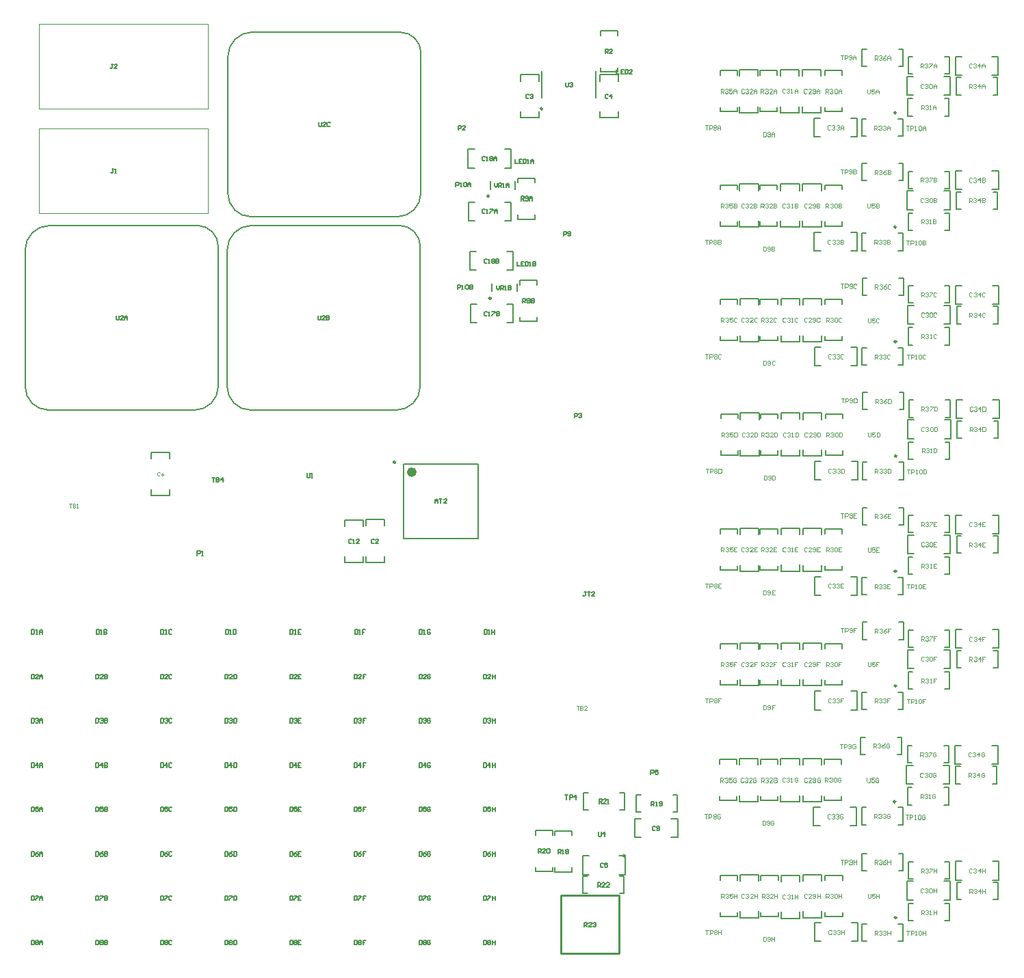
<source format=gbr>
%TF.GenerationSoftware,Altium Limited,Altium Designer,21.6.4 (81)*%
G04 Layer_Color=65535*
%FSLAX45Y45*%
%MOMM*%
%TF.SameCoordinates,70D3979D-B5F9-41FC-A6F4-C74AF17E61BC*%
%TF.FilePolarity,Positive*%
%TF.FileFunction,Legend,Top*%
%TF.Part,Single*%
G01*
G75*
%TA.AperFunction,NonConductor*%
%ADD40C,0.20000*%
%ADD41C,0.10000*%
%ADD42C,0.15400*%
%ADD54C,0.25000*%
%ADD55C,0.60000*%
D40*
X3170668Y9331572D02*
G03*
X2869170Y9030074I0J-301498D01*
G01*
X5258294Y9074016D02*
G03*
X5000738Y9331572I-257556J0D01*
G01*
X4963908Y7044810D02*
G03*
X5258294Y7339196I0J294386D01*
G01*
X2869170Y7333862D02*
G03*
X3158222Y7044810I289052J0D01*
G01*
X670668Y9331572D02*
G03*
X369170Y9030074I0J-301498D01*
G01*
X2758294Y9074016D02*
G03*
X2500738Y9331572I-257556J0D01*
G01*
X2463908Y7044810D02*
G03*
X2758294Y7339196I0J294386D01*
G01*
X369170Y7333862D02*
G03*
X658222Y7044810I289052J0D01*
G01*
X3179318Y11726672D02*
G03*
X2877820Y11425174I0J-301498D01*
G01*
X5266944Y11469116D02*
G03*
X5009388Y11726672I-257556J0D01*
G01*
X4972558Y9439910D02*
G03*
X5266944Y9734296I0J294386D01*
G01*
X2877820Y9728962D02*
G03*
X3166872Y9439910I289052J0D01*
G01*
X11750740Y10003820D02*
X11806620D01*
X11750740Y9790460D02*
X11806620D01*
Y10003820D01*
X11298620Y9790460D02*
X11354500D01*
X11298620D02*
Y10003820D01*
X11354500D01*
X10729420Y10100450D02*
X10785300D01*
X10729420Y9887090D02*
Y10100450D01*
Y9887090D02*
X10785300D01*
X11237420D02*
Y10100450D01*
X11181540Y9887090D02*
X11237420D01*
X11181540Y10100450D02*
X11237420D01*
X8971140Y9777160D02*
Y9833040D01*
X9184500Y9777160D02*
Y9833040D01*
X8971140D02*
X9184500D01*
Y9325040D02*
Y9380920D01*
X8971140Y9325040D02*
X9184500D01*
X8971140D02*
Y9380920D01*
X11896790Y9748660D02*
X11952670D01*
X11896790Y9535300D02*
Y9748660D01*
Y9535300D02*
X11952670D01*
X12404790D02*
Y9748660D01*
X12348910Y9535300D02*
X12404790D01*
X12348910Y9748660D02*
X12404790D01*
X11175190Y9234310D02*
X11231070D01*
X11175190Y9020950D02*
X11231070D01*
Y9234310D01*
X10723070Y9020950D02*
X10778950D01*
X10723070D02*
Y9234310D01*
X10778950D01*
X9465170Y9777160D02*
Y9833040D01*
X9678530Y9777160D02*
Y9833040D01*
X9465170D02*
X9678530D01*
Y9325040D02*
Y9380920D01*
X9465170Y9325040D02*
X9678530D01*
X9465170D02*
Y9380920D01*
X11297330Y9272270D02*
X11353210D01*
X11297330Y9485630D02*
X11353210D01*
X11297330Y9272270D02*
Y9485630D01*
X11749450D02*
X11805330D01*
Y9272270D02*
Y9485630D01*
X11749450Y9272270D02*
X11805330D01*
X10267810Y9325040D02*
Y9380920D01*
Y9325040D02*
X10481170D01*
Y9380920D01*
X10267810Y9833040D02*
X10481170D01*
Y9777160D02*
Y9833040D01*
X10267810Y9777160D02*
Y9833040D01*
X11884380Y10008380D02*
X11961900D01*
X11884380Y9778380D02*
X11961900D01*
X12337720Y10008380D02*
X12415240D01*
Y9998380D02*
Y10008380D01*
Y9975130D02*
Y9998380D01*
X12337720Y9778380D02*
X12415240D01*
Y9814130D01*
Y9975130D01*
X11884380Y9778380D02*
Y10008380D01*
X10589210Y9014670D02*
X10666730D01*
X10589210Y9244670D02*
X10666730D01*
X10135870Y9014670D02*
X10213390D01*
X10135870D02*
Y9024670D01*
Y9047920D01*
Y9244670D02*
X10213390D01*
X10135870Y9208920D02*
Y9244670D01*
Y9047920D02*
Y9208920D01*
X10666730Y9014670D02*
Y9244670D01*
X9213834Y9312630D02*
Y9390150D01*
X9443834Y9312630D02*
Y9390150D01*
X9213834Y9765970D02*
Y9843490D01*
X9223834D01*
X9247084D01*
X9443834Y9765970D02*
Y9843490D01*
X9408084D02*
X9443834D01*
X9247084D02*
X9408084D01*
X9213834Y9312630D02*
X9443834D01*
X9721170Y9844160D02*
X9951170D01*
X9756920Y9313300D02*
X9917920D01*
X9721170D02*
X9756920D01*
X9721170D02*
Y9390820D01*
X9917920Y9313300D02*
X9941170D01*
X9951170D01*
Y9390820D01*
X9721170Y9766640D02*
Y9844160D01*
X9951170Y9766640D02*
Y9844160D01*
X11740220Y9529020D02*
X11817740D01*
X11740220Y9759020D02*
X11817740D01*
X11286880Y9529020D02*
X11364400D01*
X11286880D02*
Y9539020D01*
Y9562270D01*
Y9759020D02*
X11364400D01*
X11286880Y9723270D02*
Y9759020D01*
Y9562270D02*
Y9723270D01*
X11817740Y9529020D02*
Y9759020D01*
X9991836Y9312630D02*
Y9390150D01*
X10221836Y9312630D02*
Y9390150D01*
X9991836Y9765970D02*
Y9843490D01*
X10001836D01*
X10025086D01*
X10221836Y9765970D02*
Y9843490D01*
X10186086D02*
X10221836D01*
X10025086D02*
X10186086D01*
X9991836Y9312630D02*
X10221836D01*
X9949900Y11182690D02*
Y11260210D01*
X9719900Y11182690D02*
Y11260210D01*
X9949900Y10729350D02*
Y10806870D01*
X9939900Y10729350D02*
X9949900D01*
X9916650D02*
X9939900D01*
X9719900D02*
Y10806870D01*
Y10729350D02*
X9755650D01*
X9916650D01*
X9719900Y11260210D02*
X9949900D01*
X9212564Y10728680D02*
Y10806200D01*
X9442564Y10728680D02*
Y10806200D01*
X9212564Y11182020D02*
Y11259540D01*
X9222564D01*
X9245814D01*
X9442564Y11182020D02*
Y11259540D01*
X9406814D02*
X9442564D01*
X9245814D02*
X9406814D01*
X9212564Y10728680D02*
X9442564D01*
X9463900Y10741090D02*
Y10796970D01*
Y10741090D02*
X9677260D01*
Y10796970D01*
X9463900Y11249090D02*
X9677260D01*
Y11193210D02*
Y11249090D01*
X9463900Y11193210D02*
Y11249090D01*
X7273970Y1056330D02*
X7329850D01*
X7273970Y1269690D02*
X7329850D01*
X7273970Y1056330D02*
Y1269690D01*
X7726090D02*
X7781970D01*
Y1056330D02*
Y1269690D01*
X7726090Y1056330D02*
X7781970D01*
X7731060Y2091550D02*
X7786940D01*
Y2304910D01*
X7731060D02*
X7786940D01*
X7278940Y2091550D02*
Y2304910D01*
X7334820D01*
X7278940Y2091550D02*
X7334820D01*
X6683870Y1778700D02*
Y1834580D01*
X6897230Y1778700D02*
Y1834580D01*
X6683870D02*
X6897230D01*
Y1326580D02*
Y1382460D01*
X6683870Y1326580D02*
X6897230D01*
X6683870D02*
Y1382460D01*
X7933010Y2276150D02*
X7988890D01*
X7933010Y2062790D02*
Y2276150D01*
Y2062790D02*
X7988890D01*
X8441010D02*
Y2276150D01*
X8385130Y2062790D02*
X8441010D01*
X8385130Y2276150D02*
X8441010D01*
X7133900Y1325290D02*
Y1381170D01*
X6920540Y1325290D02*
Y1381170D01*
Y1325290D02*
X7133900D01*
X6920540Y1777410D02*
Y1833290D01*
X7133900D01*
Y1777410D02*
Y1833290D01*
X8444510Y1749340D02*
Y1979340D01*
X7913650Y1782590D02*
Y1943590D01*
Y1979340D01*
X7991170D01*
X7913650Y1759340D02*
Y1782590D01*
Y1749340D02*
Y1759340D01*
Y1749340D02*
X7991170D01*
X8366990Y1979340D02*
X8444510D01*
X8366990Y1749340D02*
X8444510D01*
X7799350Y1290870D02*
Y1520870D01*
X7268490Y1324120D02*
Y1485120D01*
Y1520870D01*
X7346010D01*
X7268490Y1300870D02*
Y1324120D01*
Y1290870D02*
Y1300870D01*
Y1290870D02*
X7346010D01*
X7721830Y1520870D02*
X7799350D01*
X7721830Y1290870D02*
X7799350D01*
X4585290Y5687340D02*
X4815290D01*
X4621040Y5156480D02*
X4782040D01*
X4585290D02*
X4621040D01*
X4585290D02*
Y5234000D01*
X4782040Y5156480D02*
X4805290D01*
X4815290D01*
Y5234000D01*
X4585290Y5609820D02*
Y5687340D01*
X4815290Y5609820D02*
Y5687340D01*
X2157350Y6440510D02*
Y6518030D01*
X1927350Y6440510D02*
Y6518030D01*
X2157350Y5987170D02*
Y6064690D01*
X2147350Y5987170D02*
X2157350D01*
X2124100D02*
X2147350D01*
X1927350D02*
Y6064690D01*
Y5987170D02*
X1963100D01*
X2124100D01*
X1927350Y6518030D02*
X2157350D01*
X7435570Y10910670D02*
Y11240670D01*
X6765570Y10910670D02*
Y11240670D01*
X7701420Y11233720D02*
Y11289600D01*
X7488060Y11233720D02*
Y11289600D01*
Y11233720D02*
X7701420D01*
X7488060Y11685840D02*
Y11741720D01*
X7701420D01*
Y11685840D02*
Y11741720D01*
X7479410Y10667290D02*
X7709410D01*
X7512660Y11198150D02*
X7673660D01*
X7709410D01*
Y11120630D02*
Y11198150D01*
X7489410D02*
X7512660D01*
X7479410D02*
X7489410D01*
X7479410Y11120630D02*
Y11198150D01*
X7709410Y10667290D02*
Y10744810D01*
X7479410Y10667290D02*
Y10744810D01*
X6496430Y10667290D02*
X6726430D01*
X6529680Y11198150D02*
X6690680D01*
X6726430D01*
Y11120630D02*
Y11198150D01*
X6506430D02*
X6529680D01*
X6496430D02*
X6506430D01*
X6496430Y11120630D02*
Y11198150D01*
X6726430Y10667290D02*
Y10744810D01*
X6496430Y10667290D02*
Y10744810D01*
X11751990Y3589020D02*
X11807870D01*
Y3802380D01*
X11751990D02*
X11807870D01*
X11299870Y3589020D02*
Y3802380D01*
X11355750D01*
X11299870Y3589020D02*
X11355750D01*
X11184080Y4417200D02*
X11239960D01*
X11184080Y4203840D02*
X11239960D01*
Y4417200D01*
X10731960Y4203840D02*
X10787840D01*
X10731960D02*
Y4417200D01*
X10787840D01*
X11301160Y4320570D02*
X11357040D01*
X11301160Y4107210D02*
Y4320570D01*
Y4107210D02*
X11357040D01*
X11809160D02*
Y4320570D01*
X11753280Y4107210D02*
X11809160D01*
X11753280Y4320570D02*
X11809160D01*
X8973680Y3641790D02*
Y3697670D01*
Y3641790D02*
X9187040D01*
Y3697670D01*
X8973680Y4149790D02*
X9187040D01*
Y4093910D02*
Y4149790D01*
X8973680Y4093910D02*
Y4149790D01*
X12351450Y4065410D02*
X12407330D01*
X12351450Y3852050D02*
X12407330D01*
Y4065410D01*
X11899330Y3852050D02*
X11955210D01*
X11899330D02*
Y4065410D01*
X11955210D01*
X10725610Y3551060D02*
X10781490D01*
X10725610Y3337700D02*
Y3551060D01*
Y3337700D02*
X10781490D01*
X11233610D02*
Y3551060D01*
X11177730Y3337700D02*
X11233610D01*
X11177730Y3551060D02*
X11233610D01*
X9467710Y4093910D02*
Y4149790D01*
X9681070Y4093910D02*
Y4149790D01*
X9467710D02*
X9681070D01*
Y3641790D02*
Y3697670D01*
X9467710Y3641790D02*
X9681070D01*
X9467710D02*
Y3697670D01*
X10270350Y4093910D02*
Y4149790D01*
X10483710Y4093910D02*
Y4149790D01*
X10270350D02*
X10483710D01*
Y3641790D02*
Y3697670D01*
X10270350Y3641790D02*
X10483710D01*
X10270350D02*
Y3697670D01*
X11886920Y4325130D02*
X11964440D01*
X11886920Y4095130D02*
X11964440D01*
X12340260Y4325130D02*
X12417780D01*
Y4315130D02*
Y4325130D01*
Y4291880D02*
Y4315130D01*
X12340260Y4095130D02*
X12417780D01*
Y4130880D01*
Y4291880D01*
X11886920Y4095130D02*
Y4325130D01*
X10591750Y3331420D02*
X10669270D01*
X10591750Y3561420D02*
X10669270D01*
X10138410Y3331420D02*
X10215930D01*
X10138410D02*
Y3341420D01*
Y3364670D01*
Y3561420D02*
X10215930D01*
X10138410Y3525670D02*
Y3561420D01*
Y3364670D02*
Y3525670D01*
X10669270Y3331420D02*
Y3561420D01*
X9216374Y3629380D02*
Y3706900D01*
X9446374Y3629380D02*
Y3706900D01*
X9216374Y4082720D02*
Y4160240D01*
X9226374D01*
X9249624D01*
X9446374Y4082720D02*
Y4160240D01*
X9410624D02*
X9446374D01*
X9249624D02*
X9410624D01*
X9216374Y3629380D02*
X9446374D01*
X9953710Y4083390D02*
Y4160910D01*
X9723710Y4083390D02*
Y4160910D01*
X9953710Y3630050D02*
Y3707570D01*
X9943710Y3630050D02*
X9953710D01*
X9920460D02*
X9943710D01*
X9723710D02*
Y3707570D01*
Y3630050D02*
X9759460D01*
X9920460D01*
X9723710Y4160910D02*
X9953710D01*
X11742760Y3845770D02*
X11820280D01*
X11742760Y4075770D02*
X11820280D01*
X11289420Y3845770D02*
X11366940D01*
X11289420D02*
Y3855770D01*
Y3879020D01*
Y4075770D02*
X11366940D01*
X11289420Y4040020D02*
Y4075770D01*
Y3879020D02*
Y4040020D01*
X11820280Y3845770D02*
Y4075770D01*
X9994376Y3629380D02*
Y3706900D01*
X10224376Y3629380D02*
Y3706900D01*
X9994376Y4082720D02*
Y4160240D01*
X10004376D01*
X10027626D01*
X10224376Y4082720D02*
Y4160240D01*
X10188626D02*
X10224376D01*
X10027626D02*
X10188626D01*
X9994376Y3629380D02*
X10224376D01*
X11301570Y1448420D02*
X11357450D01*
X11301570Y1235060D02*
Y1448420D01*
Y1235060D02*
X11357450D01*
X11809570D02*
Y1448420D01*
X11753690Y1235060D02*
X11809570D01*
X11753690Y1448420D02*
X11809570D01*
X11179325Y1550215D02*
X11235205D01*
X11179325Y1336855D02*
X11235205D01*
Y1550215D01*
X10727205Y1336855D02*
X10783085D01*
X10727205D02*
Y1550215D01*
X10783085D01*
X8974090Y769640D02*
Y825520D01*
Y769640D02*
X9187450D01*
Y825520D01*
X8974090Y1277640D02*
X9187450D01*
Y1221760D02*
Y1277640D01*
X8974090Y1221760D02*
Y1277640D01*
X12351860Y1193260D02*
X12407740D01*
X12351860Y979900D02*
X12407740D01*
Y1193260D01*
X11899740Y979900D02*
X11955620D01*
X11899740D02*
Y1193260D01*
X11955620D01*
X10726020Y678910D02*
X10781900D01*
X10726020Y465550D02*
Y678910D01*
Y465550D02*
X10781900D01*
X11234020D02*
Y678910D01*
X11178140Y465550D02*
X11234020D01*
X11178140Y678910D02*
X11234020D01*
X9475740Y1221760D02*
Y1277640D01*
X9689100Y1221760D02*
Y1277640D01*
X9475740D02*
X9689100D01*
Y769640D02*
Y825520D01*
X9475740Y769640D02*
X9689100D01*
X9475740D02*
Y825520D01*
X11752400Y716870D02*
X11808280D01*
Y930230D01*
X11752400D02*
X11808280D01*
X11300280Y716870D02*
Y930230D01*
X11356160D01*
X11300280Y716870D02*
X11356160D01*
X10270760Y1221760D02*
Y1277640D01*
X10484120Y1221760D02*
Y1277640D01*
X10270760D02*
X10484120D01*
Y769640D02*
Y825520D01*
X10270760Y769640D02*
X10484120D01*
X10270760D02*
Y825520D01*
X11887330Y1452980D02*
X11964850D01*
X11887330Y1222980D02*
X11964850D01*
X12340670Y1452980D02*
X12418190D01*
Y1442980D02*
Y1452980D01*
Y1419730D02*
Y1442980D01*
X12340670Y1222980D02*
X12418190D01*
Y1258730D01*
Y1419730D01*
X11887330Y1222980D02*
Y1452980D01*
X10596360Y463470D02*
X10673880D01*
X10596360Y693470D02*
X10673880D01*
X10143020Y463470D02*
X10220540D01*
X10143020D02*
Y473470D01*
Y496720D01*
Y693470D02*
X10220540D01*
X10143020Y657720D02*
Y693470D01*
Y496720D02*
Y657720D01*
X10673880Y463470D02*
Y693470D01*
X9216784Y757230D02*
Y834750D01*
X9446784Y757230D02*
Y834750D01*
X9216784Y1210570D02*
Y1288090D01*
X9226784D01*
X9250034D01*
X9446784Y1210570D02*
Y1288090D01*
X9411034D02*
X9446784D01*
X9250034D02*
X9411034D01*
X9216784Y757230D02*
X9446784D01*
X9953880Y1203030D02*
Y1280550D01*
X9723880Y1203030D02*
Y1280550D01*
X9953880Y749690D02*
Y827210D01*
X9943880Y749690D02*
X9953880D01*
X9920630D02*
X9943880D01*
X9723880D02*
Y827210D01*
Y749690D02*
X9759630D01*
X9920630D01*
X9723880Y1280550D02*
X9953880D01*
X11738850Y977940D02*
X11816370D01*
X11738850Y1207940D02*
X11816370D01*
X11285510Y977940D02*
X11363030D01*
X11285510D02*
Y987940D01*
Y1011190D01*
Y1207940D02*
X11363030D01*
X11285510Y1172190D02*
Y1207940D01*
Y1011190D02*
Y1172190D01*
X11816370Y977940D02*
Y1207940D01*
X9994786Y757230D02*
Y834750D01*
X10224786Y757230D02*
Y834750D01*
X9994786Y1210570D02*
Y1288090D01*
X10004786D01*
X10028036D01*
X10224786Y1210570D02*
Y1288090D01*
X10189036D02*
X10224786D01*
X10028036D02*
X10189036D01*
X9994786Y757230D02*
X10224786D01*
X6680760Y9862610D02*
Y9918490D01*
X6467400D02*
X6680760D01*
X6467400Y9862610D02*
Y9918490D01*
Y9410490D02*
X6680760D01*
X6467400D02*
Y9466370D01*
X6680760Y9410490D02*
Y9466370D01*
X6705030Y8143810D02*
Y8199690D01*
X6491670Y8143810D02*
Y8199690D01*
Y8143810D02*
X6705030D01*
X6491670Y8595930D02*
Y8651810D01*
X6705030D01*
Y8595930D02*
Y8651810D01*
X10270350Y7905180D02*
Y7961060D01*
Y7905180D02*
X10483710D01*
Y7961060D01*
X10270350Y8413180D02*
X10483710D01*
Y8357300D02*
Y8413180D01*
X10270350Y8357300D02*
Y8413180D01*
X10275430Y6941250D02*
Y6997130D01*
X10488790Y6941250D02*
Y6997130D01*
X10275430D02*
X10488790D01*
Y6489130D02*
Y6545010D01*
X10275430Y6489130D02*
X10488790D01*
X10275430D02*
Y6545010D01*
X10270350Y5061650D02*
Y5117530D01*
Y5061650D02*
X10483710D01*
Y5117530D01*
X10270350Y5569650D02*
X10483710D01*
Y5513770D02*
Y5569650D01*
X10270350Y5513770D02*
Y5569650D01*
X10260780Y2208180D02*
Y2264060D01*
Y2208180D02*
X10474140D01*
Y2264060D01*
X10260780Y2716180D02*
X10474140D01*
Y2660300D02*
Y2716180D01*
X10260780Y2660300D02*
Y2716180D01*
X11299870Y7852410D02*
X11355750D01*
X11299870Y8065770D02*
X11355750D01*
X11299870Y7852410D02*
Y8065770D01*
X11751990D02*
X11807870D01*
Y7852410D02*
Y8065770D01*
X11751990Y7852410D02*
X11807870D01*
X11757070Y6436360D02*
X11812950D01*
Y6649720D01*
X11757070D02*
X11812950D01*
X11304950Y6436360D02*
Y6649720D01*
X11360830D01*
X11304950Y6436360D02*
X11360830D01*
X11299870Y5008880D02*
X11355750D01*
X11299870Y5222240D02*
X11355750D01*
X11299870Y5008880D02*
Y5222240D01*
X11751990D02*
X11807870D01*
Y5008880D02*
Y5222240D01*
X11751990Y5008880D02*
X11807870D01*
X11289400Y2154510D02*
X11345280D01*
X11289400Y2367870D02*
X11345280D01*
X11289400Y2154510D02*
Y2367870D01*
X11741520D02*
X11797400D01*
Y2154510D02*
Y2367870D01*
X11741520Y2154510D02*
X11797400D01*
X9467710Y7905180D02*
Y7961060D01*
Y7905180D02*
X9681070D01*
Y7961060D01*
X9467710Y8413180D02*
X9681070D01*
Y8357300D02*
Y8413180D01*
X9467710Y8357300D02*
Y8413180D01*
X9472790Y6941250D02*
Y6997130D01*
X9686150Y6941250D02*
Y6997130D01*
X9472790D02*
X9686150D01*
Y6489130D02*
Y6545010D01*
X9472790Y6489130D02*
X9686150D01*
X9472790D02*
Y6545010D01*
X9467710Y5061650D02*
Y5117530D01*
Y5061650D02*
X9681070D01*
Y5117530D01*
X9467710Y5569650D02*
X9681070D01*
Y5513770D02*
Y5569650D01*
X9467710Y5513770D02*
Y5569650D01*
X9468810Y2207280D02*
Y2263160D01*
Y2207280D02*
X9682170D01*
Y2263160D01*
X9468810Y2715280D02*
X9682170D01*
Y2659400D02*
Y2715280D01*
X9468810Y2659400D02*
Y2715280D01*
X11177730Y7814450D02*
X11233610D01*
X11177730Y7601090D02*
X11233610D01*
Y7814450D01*
X10725610Y7601090D02*
X10781490D01*
X10725610D02*
Y7814450D01*
X10781490D01*
X10730690Y6398400D02*
X10786570D01*
X10730690Y6185040D02*
Y6398400D01*
Y6185040D02*
X10786570D01*
X11238690D02*
Y6398400D01*
X11182810Y6185040D02*
X11238690D01*
X11182810Y6398400D02*
X11238690D01*
X11177730Y4970920D02*
X11233610D01*
X11177730Y4757560D02*
X11233610D01*
Y4970920D01*
X10725610Y4757560D02*
X10781490D01*
X10725610D02*
Y4970920D01*
X10781490D01*
X11173610Y2122900D02*
X11229490D01*
X11173610Y1909540D02*
X11229490D01*
Y2122900D01*
X10721490Y1909540D02*
X10777370D01*
X10721490D02*
Y2122900D01*
X10777370D01*
X11899330Y8328800D02*
X11955210D01*
X11899330Y8115440D02*
Y8328800D01*
Y8115440D02*
X11955210D01*
X12407330D02*
Y8328800D01*
X12351450Y8115440D02*
X12407330D01*
X12351450Y8328800D02*
X12407330D01*
X12356530Y6912750D02*
X12412410D01*
X12356530Y6699390D02*
X12412410D01*
Y6912750D01*
X11904410Y6699390D02*
X11960290D01*
X11904410D02*
Y6912750D01*
X11960290D01*
X11899330Y5485270D02*
X11955210D01*
X11899330Y5271910D02*
Y5485270D01*
Y5271910D02*
X11955210D01*
X12407330D02*
Y5485270D01*
X12351450Y5271910D02*
X12407330D01*
X12351450Y5485270D02*
X12407330D01*
X11888860Y2630900D02*
X11944740D01*
X11888860Y2417540D02*
Y2630900D01*
Y2417540D02*
X11944740D01*
X12396860D02*
Y2630900D01*
X12340980Y2417540D02*
X12396860D01*
X12340980Y2630900D02*
X12396860D01*
X8973680Y8357300D02*
Y8413180D01*
X9187040Y8357300D02*
Y8413180D01*
X8973680D02*
X9187040D01*
Y7905180D02*
Y7961060D01*
X8973680Y7905180D02*
X9187040D01*
X8973680D02*
Y7961060D01*
X8978760Y6489130D02*
Y6545010D01*
Y6489130D02*
X9192120D01*
Y6545010D01*
X8978760Y6997130D02*
X9192120D01*
Y6941250D02*
Y6997130D01*
X8978760Y6941250D02*
Y6997130D01*
X8973680Y5513770D02*
Y5569650D01*
X9187040Y5513770D02*
Y5569650D01*
X8973680D02*
X9187040D01*
Y5061650D02*
Y5117530D01*
X8973680Y5061650D02*
X9187040D01*
X8973680D02*
Y5117530D01*
X8963210Y2659400D02*
Y2715280D01*
X9176570Y2659400D02*
Y2715280D01*
X8963210D02*
X9176570D01*
Y2207280D02*
Y2263160D01*
X8963210Y2207280D02*
X9176570D01*
X8963210D02*
Y2263160D01*
X10731960Y8680590D02*
X10787840D01*
X10731960Y8467230D02*
Y8680590D01*
Y8467230D02*
X10787840D01*
X11239960D02*
Y8680590D01*
X11184080Y8467230D02*
X11239960D01*
X11184080Y8680590D02*
X11239960D01*
X11189160Y7264540D02*
X11245040D01*
X11189160Y7051180D02*
X11245040D01*
Y7264540D01*
X10737040Y7051180D02*
X10792920D01*
X10737040D02*
Y7264540D01*
X10792920D01*
X10731960Y5837060D02*
X10787840D01*
X10731960Y5623700D02*
Y5837060D01*
Y5623700D02*
X10787840D01*
X11239960D02*
Y5837060D01*
X11184080Y5623700D02*
X11239960D01*
X11184080Y5837060D02*
X11239960D01*
X10711160Y2993020D02*
X10767040D01*
X10711160Y2779660D02*
Y2993020D01*
Y2779660D02*
X10767040D01*
X11219160D02*
Y2993020D01*
X11163280Y2779660D02*
X11219160D01*
X11163280Y2993020D02*
X11219160D01*
X11753280Y8583960D02*
X11809160D01*
X11753280Y8370600D02*
X11809160D01*
Y8583960D01*
X11301160Y8370600D02*
X11357040D01*
X11301160D02*
Y8583960D01*
X11357040D01*
X11306240Y7167910D02*
X11362120D01*
X11306240Y6954550D02*
Y7167910D01*
Y6954550D02*
X11362120D01*
X11814240D02*
Y7167910D01*
X11758360Y6954550D02*
X11814240D01*
X11758360Y7167910D02*
X11814240D01*
X11753280Y5740430D02*
X11809160D01*
X11753280Y5527070D02*
X11809160D01*
Y5740430D01*
X11301160Y5527070D02*
X11357040D01*
X11301160D02*
Y5740430D01*
X11357040D01*
X11742810Y2886060D02*
X11798690D01*
X11742810Y2672700D02*
X11798690D01*
Y2886060D01*
X11290690Y2672700D02*
X11346570D01*
X11290690D02*
Y2886060D01*
X11346570D01*
X10266540Y11193210D02*
Y11249090D01*
X10479900Y11193210D02*
Y11249090D01*
X10266540D02*
X10479900D01*
Y10741090D02*
Y10796970D01*
X10266540Y10741090D02*
X10479900D01*
X10266540D02*
Y10796970D01*
X11748180Y10688320D02*
X11804060D01*
Y10901680D01*
X11748180D02*
X11804060D01*
X11296060Y10688320D02*
Y10901680D01*
X11351940D01*
X11296060Y10688320D02*
X11351940D01*
X10721800Y10650360D02*
X10777680D01*
X10721800Y10437000D02*
Y10650360D01*
Y10437000D02*
X10777680D01*
X11229800D02*
Y10650360D01*
X11173920Y10437000D02*
X11229800D01*
X11173920Y10650360D02*
X11229800D01*
X12347640Y11164710D02*
X12403520D01*
X12347640Y10951350D02*
X12403520D01*
Y11164710D01*
X11895520Y10951350D02*
X11951400D01*
X11895520D02*
Y11164710D01*
X11951400D01*
X8969870Y10741090D02*
Y10796970D01*
Y10741090D02*
X9183230D01*
Y10796970D01*
X8969870Y11249090D02*
X9183230D01*
Y11193210D02*
Y11249090D01*
X8969870Y11193210D02*
Y11249090D01*
X11180270Y11516500D02*
X11236150D01*
X11180270Y11303140D02*
X11236150D01*
Y11516500D01*
X10728150Y11303140D02*
X10784030D01*
X10728150D02*
Y11516500D01*
X10784030D01*
X11297350Y11419870D02*
X11353230D01*
X11297350Y11206510D02*
Y11419870D01*
Y11206510D02*
X11353230D01*
X11805350D02*
Y11419870D01*
X11749470Y11206510D02*
X11805350D01*
X11749470Y11419870D02*
X11805350D01*
X5053653Y5456549D02*
Y6376549D01*
X5973653Y5456549D02*
Y6376549D01*
X5053653D02*
X5973653D01*
X5053653Y5456549D02*
X5973653D01*
X9990566Y10728680D02*
X10220566D01*
X10023816Y11259540D02*
X10184816D01*
X10220566D01*
Y11182020D02*
Y11259540D01*
X10000566D02*
X10023816D01*
X9990566D02*
X10000566D01*
X9990566Y11182020D02*
Y11259540D01*
X10220566Y10728680D02*
Y10806200D01*
X9990566Y10728680D02*
Y10806200D01*
X11816470Y10945070D02*
Y11175070D01*
X11285610Y10978320D02*
Y11139320D01*
Y11175070D01*
X11363130D01*
X11285610Y10955070D02*
Y10978320D01*
Y10945070D02*
Y10955070D01*
Y10945070D02*
X11363130D01*
X11738950Y11175070D02*
X11816470D01*
X11738950Y10945070D02*
X11816470D01*
X11809810Y2411260D02*
Y2641260D01*
X11278950Y2444510D02*
Y2605510D01*
Y2641260D01*
X11356470D01*
X11278950Y2421260D02*
Y2444510D01*
Y2411260D02*
Y2421260D01*
Y2411260D02*
X11356470D01*
X11732290Y2641260D02*
X11809810D01*
X11732290Y2411260D02*
X11809810D01*
X11820280Y5265630D02*
Y5495630D01*
X11289420Y5298880D02*
Y5459880D01*
Y5495630D01*
X11366940D01*
X11289420Y5275630D02*
Y5298880D01*
Y5265630D02*
Y5275630D01*
Y5265630D02*
X11366940D01*
X11742760Y5495630D02*
X11820280D01*
X11742760Y5265630D02*
X11820280D01*
X11825360Y6693110D02*
Y6923110D01*
X11294500Y6726360D02*
Y6887360D01*
Y6923110D01*
X11372020D01*
X11294500Y6703110D02*
Y6726360D01*
Y6693110D02*
Y6703110D01*
Y6693110D02*
X11372020D01*
X11747840Y6923110D02*
X11825360D01*
X11747840Y6693110D02*
X11825360D01*
X11820280Y8109160D02*
Y8339160D01*
X11289420Y8142410D02*
Y8303410D01*
Y8339160D01*
X11366940D01*
X11289420Y8119160D02*
Y8142410D01*
Y8109160D02*
Y8119160D01*
Y8109160D02*
X11366940D01*
X11742760Y8339160D02*
X11820280D01*
X11742760Y8109160D02*
X11820280D01*
X10665460Y10430720D02*
Y10660720D01*
X10134600Y10463970D02*
Y10624970D01*
Y10660720D01*
X10212120D01*
X10134600Y10440720D02*
Y10463970D01*
Y10430720D02*
Y10440720D01*
Y10430720D02*
X10212120D01*
X10587940Y10660720D02*
X10665460D01*
X10587940Y10430720D02*
X10665460D01*
X11883110Y11194430D02*
Y11424430D01*
X12413970Y11230180D02*
Y11391180D01*
Y11194430D02*
Y11230180D01*
X12336450Y11194430D02*
X12413970D01*
Y11391180D02*
Y11414430D01*
Y11424430D01*
X12336450D02*
X12413970D01*
X11883110Y11194430D02*
X11960630D01*
X11883110Y11424430D02*
X11960630D01*
X9993906Y2194870D02*
X10223906D01*
X10027156Y2725730D02*
X10188156D01*
X10223906D01*
Y2648210D02*
Y2725730D01*
X10003906D02*
X10027156D01*
X9993906D02*
X10003906D01*
X9993906Y2648210D02*
Y2725730D01*
X10223906Y2194870D02*
Y2272390D01*
X9993906Y2194870D02*
Y2272390D01*
X9205904Y2194870D02*
X9435904D01*
X9239154Y2725730D02*
X9400154D01*
X9435904D01*
Y2648210D02*
Y2725730D01*
X9215904D02*
X9239154D01*
X9205904D02*
X9215904D01*
X9205904Y2648210D02*
Y2725730D01*
X9435904Y2194870D02*
Y2272390D01*
X9205904Y2194870D02*
Y2272390D01*
X9721170Y2726400D02*
X9951170D01*
X9756920Y2195540D02*
X9917920D01*
X9721170D02*
X9756920D01*
X9721170D02*
Y2273060D01*
X9917920Y2195540D02*
X9941170D01*
X9951170D01*
Y2273060D01*
X9721170Y2648880D02*
Y2726400D01*
X9951170Y2648880D02*
Y2726400D01*
X10658800Y1896910D02*
Y2126910D01*
X10127940Y1930160D02*
Y2091160D01*
Y2126910D01*
X10205460D01*
X10127940Y1906910D02*
Y1930160D01*
Y1896910D02*
Y1906910D01*
Y1896910D02*
X10205460D01*
X10581280Y2126910D02*
X10658800D01*
X10581280Y1896910D02*
X10658800D01*
X11876450Y2660620D02*
Y2890620D01*
X12407310Y2696370D02*
Y2857370D01*
Y2660620D02*
Y2696370D01*
X12329790Y2660620D02*
X12407310D01*
Y2857370D02*
Y2880620D01*
Y2890620D01*
X12329790D02*
X12407310D01*
X11876450Y2660620D02*
X11953970D01*
X11876450Y2890620D02*
X11953970D01*
X9994376Y5049240D02*
X10224376D01*
X10027626Y5580100D02*
X10188626D01*
X10224376D01*
Y5502580D02*
Y5580100D01*
X10004376D02*
X10027626D01*
X9994376D02*
X10004376D01*
X9994376Y5502580D02*
Y5580100D01*
X10224376Y5049240D02*
Y5126760D01*
X9994376Y5049240D02*
Y5126760D01*
X9216374Y5049240D02*
X9446374D01*
X9249624Y5580100D02*
X9410624D01*
X9446374D01*
Y5502580D02*
Y5580100D01*
X9226374D02*
X9249624D01*
X9216374D02*
X9226374D01*
X9216374Y5502580D02*
Y5580100D01*
X9446374Y5049240D02*
Y5126760D01*
X9216374Y5049240D02*
Y5126760D01*
X9723710Y5580770D02*
X9953710D01*
X9759460Y5049910D02*
X9920460D01*
X9723710D02*
X9759460D01*
X9723710D02*
Y5127430D01*
X9920460Y5049910D02*
X9943710D01*
X9953710D01*
Y5127430D01*
X9723710Y5503250D02*
Y5580770D01*
X9953710Y5503250D02*
Y5580770D01*
X10669270Y4751280D02*
Y4981280D01*
X10138410Y4784530D02*
Y4945530D01*
Y4981280D01*
X10215930D01*
X10138410Y4761280D02*
Y4784530D01*
Y4751280D02*
Y4761280D01*
Y4751280D02*
X10215930D01*
X10591750Y4981280D02*
X10669270D01*
X10591750Y4751280D02*
X10669270D01*
X11886920Y5514990D02*
Y5744990D01*
X12417780Y5550740D02*
Y5711740D01*
Y5514990D02*
Y5550740D01*
X12340260Y5514990D02*
X12417780D01*
Y5711740D02*
Y5734990D01*
Y5744990D01*
X12340260D02*
X12417780D01*
X11886920Y5514990D02*
X11964440D01*
X11886920Y5744990D02*
X11964440D01*
X9999456Y6476720D02*
X10229456D01*
X10032706Y7007580D02*
X10193706D01*
X10229456D01*
Y6930060D02*
Y7007580D01*
X10009456D02*
X10032706D01*
X9999456D02*
X10009456D01*
X9999456Y6930060D02*
Y7007580D01*
X10229456Y6476720D02*
Y6554240D01*
X9999456Y6476720D02*
Y6554240D01*
X9221454Y6476720D02*
X9451454D01*
X9254704Y7007580D02*
X9415704D01*
X9451454D01*
Y6930060D02*
Y7007580D01*
X9231454D02*
X9254704D01*
X9221454D02*
X9231454D01*
X9221454Y6930060D02*
Y7007580D01*
X9451454Y6476720D02*
Y6554240D01*
X9221454Y6476720D02*
Y6554240D01*
X9728790Y7008250D02*
X9958790D01*
X9764540Y6477390D02*
X9925540D01*
X9728790D02*
X9764540D01*
X9728790D02*
Y6554910D01*
X9925540Y6477390D02*
X9948790D01*
X9958790D01*
Y6554910D01*
X9728790Y6930730D02*
Y7008250D01*
X9958790Y6930730D02*
Y7008250D01*
X10674350Y6178760D02*
Y6408760D01*
X10143490Y6212010D02*
Y6373010D01*
Y6408760D01*
X10221010D01*
X10143490Y6188760D02*
Y6212010D01*
Y6178760D02*
Y6188760D01*
Y6178760D02*
X10221010D01*
X10596830Y6408760D02*
X10674350D01*
X10596830Y6178760D02*
X10674350D01*
X11892000Y6942470D02*
Y7172470D01*
X12422860Y6978220D02*
Y7139220D01*
Y6942470D02*
Y6978220D01*
X12345340Y6942470D02*
X12422860D01*
Y7139220D02*
Y7162470D01*
Y7172470D01*
X12345340D02*
X12422860D01*
X11892000Y6942470D02*
X11969520D01*
X11892000Y7172470D02*
X11969520D01*
X9994376Y7892770D02*
X10224376D01*
X10027626Y8423630D02*
X10188626D01*
X10224376D01*
Y8346110D02*
Y8423630D01*
X10004376D02*
X10027626D01*
X9994376D02*
X10004376D01*
X9994376Y8346110D02*
Y8423630D01*
X10224376Y7892770D02*
Y7970290D01*
X9994376Y7892770D02*
Y7970290D01*
X9216374Y7892770D02*
X9446374D01*
X9249624Y8423630D02*
X9410624D01*
X9446374D01*
Y8346110D02*
Y8423630D01*
X9226374D02*
X9249624D01*
X9216374D02*
X9226374D01*
X9216374Y8346110D02*
Y8423630D01*
X9446374Y7892770D02*
Y7970290D01*
X9216374Y7892770D02*
Y7970290D01*
X9723710Y8424300D02*
X9953710D01*
X9759460Y7893440D02*
X9920460D01*
X9723710D02*
X9759460D01*
X9723710D02*
Y7970960D01*
X9920460Y7893440D02*
X9943710D01*
X9953710D01*
Y7970960D01*
X9723710Y8346780D02*
Y8424300D01*
X9953710Y8346780D02*
Y8424300D01*
X10669270Y7594810D02*
Y7824810D01*
X10138410Y7628060D02*
Y7789060D01*
Y7824810D01*
X10215930D01*
X10138410Y7604810D02*
Y7628060D01*
Y7594810D02*
Y7604810D01*
Y7594810D02*
X10215930D01*
X10591750Y7824810D02*
X10669270D01*
X10591750Y7594810D02*
X10669270D01*
X11886920Y8358520D02*
Y8588520D01*
X12417780Y8394270D02*
Y8555270D01*
Y8358520D02*
Y8394270D01*
X12340260Y8358520D02*
X12417780D01*
Y8555270D02*
Y8578520D01*
Y8588520D01*
X12340260D02*
X12417780D01*
X11886920Y8358520D02*
X11964440D01*
X11886920Y8588520D02*
X11964440D01*
X5878830Y8356110D02*
X5956350D01*
X5878830Y8126110D02*
X5956350D01*
X6332170Y8356110D02*
X6409690D01*
Y8346110D02*
Y8356110D01*
Y8322860D02*
Y8346110D01*
X6332170Y8126110D02*
X6409690D01*
Y8161860D01*
Y8322860D01*
X5878830Y8126110D02*
Y8356110D01*
X5854560Y9622790D02*
X5932080D01*
X5854560Y9392790D02*
X5932080D01*
X6307900Y9622790D02*
X6385420D01*
Y9612790D02*
Y9622790D01*
Y9589540D02*
Y9612790D01*
X6307900Y9392790D02*
X6385420D01*
Y9428540D01*
Y9589540D01*
X5854560Y9392790D02*
Y9622790D01*
X3170668Y9331572D02*
X5000738D01*
X5258294Y7339196D02*
Y9074016D01*
X3158222Y7044810D02*
X4963908D01*
X2869170Y7333862D02*
Y9030074D01*
X670668Y9331572D02*
X2500738D01*
X2758294Y7339196D02*
Y9074016D01*
X658222Y7044810D02*
X2463908D01*
X369170Y7333862D02*
Y9030074D01*
X3179318Y11726672D02*
X5009388D01*
X5266944Y9734296D02*
Y11469116D01*
X3166872Y9439910D02*
X4972558D01*
X2877820Y9728962D02*
Y11425174D01*
X6433880Y9781070D02*
Y9881070D01*
X6123880Y9781070D02*
Y9881070D01*
X5852130Y10045400D02*
Y10275400D01*
X6382990Y10081150D02*
Y10242150D01*
Y10045400D02*
Y10081150D01*
X6305470Y10045400D02*
X6382990D01*
Y10242150D02*
Y10265400D01*
Y10275400D01*
X6305470D02*
X6382990D01*
X5852130Y10045400D02*
X5929650D01*
X5852130Y10275400D02*
X5929650D01*
X5876400Y8778720D02*
Y9008720D01*
X6407260Y8814470D02*
Y8975470D01*
Y8778720D02*
Y8814470D01*
X6329740Y8778720D02*
X6407260D01*
Y8975470D02*
Y8998720D01*
Y9008720D01*
X6329740D02*
X6407260D01*
X5876400Y8778720D02*
X5953920D01*
X5876400Y9008720D02*
X5953920D01*
X4552570Y5607390D02*
Y5684910D01*
X4322570Y5607390D02*
Y5684910D01*
X4552570Y5154050D02*
Y5231570D01*
X4542570Y5154050D02*
X4552570D01*
X4519320D02*
X4542570D01*
X4322570D02*
Y5231570D01*
Y5154050D02*
X4358320D01*
X4519320D01*
X4322570Y5684910D02*
X4552570D01*
X6458150Y8514390D02*
Y8614390D01*
X6148150Y8514390D02*
Y8614390D01*
D41*
X538260Y10781930D02*
X2628260D01*
X538260D02*
Y11831930D01*
X2628260D01*
Y10781930D02*
Y11831930D01*
X538260Y9481930D02*
X2628260D01*
X538260D02*
Y10531930D01*
X2628260D01*
Y9481930D02*
Y10531930D01*
X7190740Y3379924D02*
X7224063D01*
X7207401D01*
Y3329940D01*
X7240724Y3379924D02*
Y3329940D01*
X7265715D01*
X7274046Y3338271D01*
Y3346601D01*
X7265715Y3354932D01*
X7240724D01*
X7265715D01*
X7274046Y3363263D01*
Y3371593D01*
X7265715Y3379924D01*
X7240724D01*
X7324030Y3329940D02*
X7290707D01*
X7324030Y3363263D01*
Y3371593D01*
X7315699Y3379924D01*
X7299038D01*
X7290707Y3371593D01*
X909320Y5886904D02*
X942643D01*
X925981D01*
Y5836920D01*
X959304Y5886904D02*
Y5836920D01*
X984295D01*
X992626Y5845251D01*
Y5853581D01*
X984295Y5861912D01*
X959304D01*
X984295D01*
X992626Y5870243D01*
Y5878573D01*
X984295Y5886904D01*
X959304D01*
X1009287Y5836920D02*
X1025948D01*
X1017618D01*
Y5886904D01*
X1009287Y5878573D01*
X2034843Y6269733D02*
X2026512Y6278064D01*
X2009851D01*
X2001520Y6269733D01*
Y6236411D01*
X2009851Y6228080D01*
X2026512D01*
X2034843Y6236411D01*
X2084826Y6278064D02*
X2068165Y6269733D01*
X2051504Y6253072D01*
Y6236411D01*
X2059834Y6228080D01*
X2076495D01*
X2084826Y6236411D01*
Y6244741D01*
X2076495Y6253072D01*
X2051504D01*
X10793730Y11018833D02*
Y10975180D01*
X10802460Y10966450D01*
X10819921D01*
X10828652Y10975180D01*
Y11018833D01*
X10881035D02*
X10846113D01*
Y10992641D01*
X10863574Y11001372D01*
X10872304D01*
X10881035Y10992641D01*
Y10975180D01*
X10872304Y10966450D01*
X10854843D01*
X10846113Y10975180D01*
X10898496Y10966450D02*
Y11001372D01*
X10915957Y11018833D01*
X10933418Y11001372D01*
Y10966450D01*
Y10992641D01*
X10898496D01*
X11276330Y10564173D02*
X11311252D01*
X11293791D01*
Y10511790D01*
X11328713D02*
Y10564173D01*
X11354904D01*
X11363635Y10555442D01*
Y10537981D01*
X11354904Y10529251D01*
X11328713D01*
X11381096Y10511790D02*
X11398557D01*
X11389826D01*
Y10564173D01*
X11381096Y10555442D01*
X11424748D02*
X11433479Y10564173D01*
X11450940D01*
X11459670Y10555442D01*
Y10520520D01*
X11450940Y10511790D01*
X11433479D01*
X11424748Y10520520D01*
Y10555442D01*
X11477131Y10511790D02*
Y10546712D01*
X11494592Y10564173D01*
X11512053Y10546712D01*
Y10511790D01*
Y10537981D01*
X11477131D01*
X10460990Y11443013D02*
X10495912D01*
X10478451D01*
Y11390630D01*
X10513373D02*
Y11443013D01*
X10539564D01*
X10548295Y11434282D01*
Y11416821D01*
X10539564Y11408091D01*
X10513373D01*
X10565756Y11399360D02*
X10574486Y11390630D01*
X10591947D01*
X10600678Y11399360D01*
Y11434282D01*
X10591947Y11443013D01*
X10574486D01*
X10565756Y11434282D01*
Y11425552D01*
X10574486Y11416821D01*
X10600678D01*
X10618139Y11390630D02*
Y11425552D01*
X10635600Y11443013D01*
X10653061Y11425552D01*
Y11390630D01*
Y11416821D01*
X10618139D01*
X8784590Y10571793D02*
X8819512D01*
X8802051D01*
Y10519410D01*
X8836973D02*
Y10571793D01*
X8863164D01*
X8871895Y10563062D01*
Y10545601D01*
X8863164Y10536871D01*
X8836973D01*
X8889356Y10563062D02*
X8898086Y10571793D01*
X8915547D01*
X8924278Y10563062D01*
Y10554332D01*
X8915547Y10545601D01*
X8924278Y10536871D01*
Y10528140D01*
X8915547Y10519410D01*
X8898086D01*
X8889356Y10528140D01*
Y10536871D01*
X8898086Y10545601D01*
X8889356Y10554332D01*
Y10563062D01*
X8898086Y10545601D02*
X8915547D01*
X8941739Y10519410D02*
Y10554332D01*
X8959200Y10571793D01*
X8976661Y10554332D01*
Y10519410D01*
Y10545601D01*
X8941739D01*
X11454130Y11286490D02*
Y11338873D01*
X11480321D01*
X11489052Y11330142D01*
Y11312681D01*
X11480321Y11303951D01*
X11454130D01*
X11471591D02*
X11489052Y11286490D01*
X11506513Y11330142D02*
X11515243Y11338873D01*
X11532704D01*
X11541435Y11330142D01*
Y11321412D01*
X11532704Y11312681D01*
X11523974D01*
X11532704D01*
X11541435Y11303951D01*
Y11295220D01*
X11532704Y11286490D01*
X11515243D01*
X11506513Y11295220D01*
X11558896Y11338873D02*
X11593818D01*
Y11330142D01*
X11558896Y11295220D01*
Y11286490D01*
X11611279D02*
Y11321412D01*
X11628740Y11338873D01*
X11646201Y11321412D01*
Y11286490D01*
Y11312681D01*
X11611279D01*
X10885170Y11383010D02*
Y11435393D01*
X10911361D01*
X10920092Y11426662D01*
Y11409201D01*
X10911361Y11400471D01*
X10885170D01*
X10902631D02*
X10920092Y11383010D01*
X10937553Y11426662D02*
X10946283Y11435393D01*
X10963744D01*
X10972475Y11426662D01*
Y11417932D01*
X10963744Y11409201D01*
X10955014D01*
X10963744D01*
X10972475Y11400471D01*
Y11391740D01*
X10963744Y11383010D01*
X10946283D01*
X10937553Y11391740D01*
X11024858Y11435393D02*
X11007397Y11426662D01*
X10989936Y11409201D01*
Y11391740D01*
X10998666Y11383010D01*
X11016127D01*
X11024858Y11391740D01*
Y11400471D01*
X11016127Y11409201D01*
X10989936D01*
X11042319Y11383010D02*
Y11417932D01*
X11059780Y11435393D01*
X11077241Y11417932D01*
Y11383010D01*
Y11409201D01*
X11042319D01*
X8980170Y10968990D02*
Y11021373D01*
X9006361D01*
X9015092Y11012642D01*
Y10995181D01*
X9006361Y10986451D01*
X8980170D01*
X8997631D02*
X9015092Y10968990D01*
X9032553Y11012642D02*
X9041283Y11021373D01*
X9058744D01*
X9067475Y11012642D01*
Y11003912D01*
X9058744Y10995181D01*
X9050014D01*
X9058744D01*
X9067475Y10986451D01*
Y10977720D01*
X9058744Y10968990D01*
X9041283D01*
X9032553Y10977720D01*
X9119858Y11021373D02*
X9084936D01*
Y10995181D01*
X9102397Y11003912D01*
X9111127D01*
X9119858Y10995181D01*
Y10977720D01*
X9111127Y10968990D01*
X9093666D01*
X9084936Y10977720D01*
X9137319Y10968990D02*
Y11003912D01*
X9154780Y11021373D01*
X9172241Y11003912D01*
Y10968990D01*
Y10995181D01*
X9137319D01*
X12053570Y11032490D02*
Y11084873D01*
X12079761D01*
X12088492Y11076142D01*
Y11058681D01*
X12079761Y11049951D01*
X12053570D01*
X12071031D02*
X12088492Y11032490D01*
X12105953Y11076142D02*
X12114683Y11084873D01*
X12132144D01*
X12140875Y11076142D01*
Y11067412D01*
X12132144Y11058681D01*
X12123414D01*
X12132144D01*
X12140875Y11049951D01*
Y11041220D01*
X12132144Y11032490D01*
X12114683D01*
X12105953Y11041220D01*
X12184527Y11032490D02*
Y11084873D01*
X12158336Y11058681D01*
X12193258D01*
X12210719Y11032490D02*
Y11067412D01*
X12228180Y11084873D01*
X12245641Y11067412D01*
Y11032490D01*
Y11058681D01*
X12210719D01*
X10880090Y10516870D02*
Y10569253D01*
X10906281D01*
X10915012Y10560522D01*
Y10543061D01*
X10906281Y10534331D01*
X10880090D01*
X10897551D02*
X10915012Y10516870D01*
X10932473Y10560522D02*
X10941203Y10569253D01*
X10958664D01*
X10967395Y10560522D01*
Y10551792D01*
X10958664Y10543061D01*
X10949934D01*
X10958664D01*
X10967395Y10534331D01*
Y10525600D01*
X10958664Y10516870D01*
X10941203D01*
X10932473Y10525600D01*
X10984856Y10560522D02*
X10993586Y10569253D01*
X11011047D01*
X11019778Y10560522D01*
Y10551792D01*
X11011047Y10543061D01*
X11002317D01*
X11011047D01*
X11019778Y10534331D01*
Y10525600D01*
X11011047Y10516870D01*
X10993586D01*
X10984856Y10525600D01*
X11037239Y10516870D02*
Y10551792D01*
X11054700Y10569253D01*
X11072161Y10551792D01*
Y10516870D01*
Y10543061D01*
X11037239D01*
X9474200Y10968990D02*
Y11021373D01*
X9500391D01*
X9509122Y11012642D01*
Y10995181D01*
X9500391Y10986451D01*
X9474200D01*
X9491661D02*
X9509122Y10968990D01*
X9526583Y11012642D02*
X9535313Y11021373D01*
X9552774D01*
X9561505Y11012642D01*
Y11003912D01*
X9552774Y10995181D01*
X9544044D01*
X9552774D01*
X9561505Y10986451D01*
Y10977720D01*
X9552774Y10968990D01*
X9535313D01*
X9526583Y10977720D01*
X9613888Y10968990D02*
X9578966D01*
X9613888Y11003912D01*
Y11012642D01*
X9605157Y11021373D01*
X9587696D01*
X9578966Y11012642D01*
X9631349Y10968990D02*
Y11003912D01*
X9648810Y11021373D01*
X9666271Y11003912D01*
Y10968990D01*
Y10995181D01*
X9631349D01*
X11459210Y10768330D02*
Y10820713D01*
X11485401D01*
X11494132Y10811982D01*
Y10794521D01*
X11485401Y10785791D01*
X11459210D01*
X11476671D02*
X11494132Y10768330D01*
X11511593Y10811982D02*
X11520323Y10820713D01*
X11537784D01*
X11546515Y10811982D01*
Y10803252D01*
X11537784Y10794521D01*
X11529054D01*
X11537784D01*
X11546515Y10785791D01*
Y10777060D01*
X11537784Y10768330D01*
X11520323D01*
X11511593Y10777060D01*
X11563976Y10768330D02*
X11581437D01*
X11572706D01*
Y10820713D01*
X11563976Y10811982D01*
X11607628Y10768330D02*
Y10803252D01*
X11625089Y10820713D01*
X11642550Y10803252D01*
Y10768330D01*
Y10794521D01*
X11607628D01*
X10278110Y10968990D02*
Y11021373D01*
X10304301D01*
X10313032Y11012642D01*
Y10995181D01*
X10304301Y10986451D01*
X10278110D01*
X10295571D02*
X10313032Y10968990D01*
X10330493Y11012642D02*
X10339223Y11021373D01*
X10356684D01*
X10365415Y11012642D01*
Y11003912D01*
X10356684Y10995181D01*
X10347954D01*
X10356684D01*
X10365415Y10986451D01*
Y10977720D01*
X10356684Y10968990D01*
X10339223D01*
X10330493Y10977720D01*
X10382876Y11012642D02*
X10391606Y11021373D01*
X10409067D01*
X10417798Y11012642D01*
Y10977720D01*
X10409067Y10968990D01*
X10391606D01*
X10382876Y10977720D01*
Y11012642D01*
X10435259Y10968990D02*
Y11003912D01*
X10452720Y11021373D01*
X10470181Y11003912D01*
Y10968990D01*
Y10995181D01*
X10435259D01*
X9503410Y10487973D02*
Y10435590D01*
X9529601D01*
X9538332Y10444320D01*
Y10479242D01*
X9529601Y10487973D01*
X9503410D01*
X9555793Y10444320D02*
X9564523Y10435590D01*
X9581984D01*
X9590715Y10444320D01*
Y10479242D01*
X9581984Y10487973D01*
X9564523D01*
X9555793Y10479242D01*
Y10470512D01*
X9564523Y10461781D01*
X9590715D01*
X9608176Y10435590D02*
Y10470512D01*
X9625637Y10487973D01*
X9643098Y10470512D01*
Y10435590D01*
Y10461781D01*
X9608176D01*
X12088492Y11327602D02*
X12079761Y11336333D01*
X12062300D01*
X12053570Y11327602D01*
Y11292680D01*
X12062300Y11283950D01*
X12079761D01*
X12088492Y11292680D01*
X12105953Y11327602D02*
X12114683Y11336333D01*
X12132144D01*
X12140875Y11327602D01*
Y11318872D01*
X12132144Y11310141D01*
X12123414D01*
X12132144D01*
X12140875Y11301411D01*
Y11292680D01*
X12132144Y11283950D01*
X12114683D01*
X12105953Y11292680D01*
X12184527Y11283950D02*
Y11336333D01*
X12158336Y11310141D01*
X12193258D01*
X12210719Y11283950D02*
Y11318872D01*
X12228180Y11336333D01*
X12245641Y11318872D01*
Y11283950D01*
Y11310141D01*
X12210719D01*
X10338432Y10563062D02*
X10329701Y10571793D01*
X10312240D01*
X10303510Y10563062D01*
Y10528140D01*
X10312240Y10519410D01*
X10329701D01*
X10338432Y10528140D01*
X10355893Y10563062D02*
X10364623Y10571793D01*
X10382084D01*
X10390815Y10563062D01*
Y10554332D01*
X10382084Y10545601D01*
X10373354D01*
X10382084D01*
X10390815Y10536871D01*
Y10528140D01*
X10382084Y10519410D01*
X10364623D01*
X10355893Y10528140D01*
X10408276Y10563062D02*
X10417006Y10571793D01*
X10434467D01*
X10443198Y10563062D01*
Y10554332D01*
X10434467Y10545601D01*
X10425737D01*
X10434467D01*
X10443198Y10536871D01*
Y10528140D01*
X10434467Y10519410D01*
X10417006D01*
X10408276Y10528140D01*
X10460659Y10519410D02*
Y10554332D01*
X10478120Y10571793D01*
X10495581Y10554332D01*
Y10519410D01*
Y10545601D01*
X10460659D01*
X9266552Y11012642D02*
X9257821Y11021373D01*
X9240360D01*
X9231630Y11012642D01*
Y10977720D01*
X9240360Y10968990D01*
X9257821D01*
X9266552Y10977720D01*
X9284013Y11012642D02*
X9292743Y11021373D01*
X9310204D01*
X9318935Y11012642D01*
Y11003912D01*
X9310204Y10995181D01*
X9301474D01*
X9310204D01*
X9318935Y10986451D01*
Y10977720D01*
X9310204Y10968990D01*
X9292743D01*
X9284013Y10977720D01*
X9371318Y10968990D02*
X9336396D01*
X9371318Y11003912D01*
Y11012642D01*
X9362587Y11021373D01*
X9345126D01*
X9336396Y11012642D01*
X9388779Y10968990D02*
Y11003912D01*
X9406240Y11021373D01*
X9423701Y11003912D01*
Y10968990D01*
Y10995181D01*
X9388779D01*
X9778362Y11012752D02*
X9769631Y11021483D01*
X9752170D01*
X9743440Y11012752D01*
Y10977830D01*
X9752170Y10969100D01*
X9769631D01*
X9778362Y10977830D01*
X9795823Y11012752D02*
X9804553Y11021483D01*
X9822014D01*
X9830745Y11012752D01*
Y11004022D01*
X9822014Y10995291D01*
X9813284D01*
X9822014D01*
X9830745Y10986561D01*
Y10977830D01*
X9822014Y10969100D01*
X9804553D01*
X9795823Y10977830D01*
X9848206Y10969100D02*
X9865667D01*
X9856936D01*
Y11021483D01*
X9848206Y11012752D01*
X9891858Y10969100D02*
Y11004022D01*
X9909319Y11021483D01*
X9926780Y11004022D01*
Y10969100D01*
Y10995291D01*
X9891858D01*
X11489052Y11078682D02*
X11480321Y11087413D01*
X11462860D01*
X11454130Y11078682D01*
Y11043760D01*
X11462860Y11035030D01*
X11480321D01*
X11489052Y11043760D01*
X11506513Y11078682D02*
X11515243Y11087413D01*
X11532704D01*
X11541435Y11078682D01*
Y11069952D01*
X11532704Y11061221D01*
X11523974D01*
X11532704D01*
X11541435Y11052491D01*
Y11043760D01*
X11532704Y11035030D01*
X11515243D01*
X11506513Y11043760D01*
X11558896Y11078682D02*
X11567626Y11087413D01*
X11585087D01*
X11593818Y11078682D01*
Y11043760D01*
X11585087Y11035030D01*
X11567626D01*
X11558896Y11043760D01*
Y11078682D01*
X11611279Y11035030D02*
Y11069952D01*
X11628740Y11087413D01*
X11646201Y11069952D01*
Y11035030D01*
Y11061221D01*
X11611279D01*
X10043792Y11012642D02*
X10035061Y11021373D01*
X10017600D01*
X10008870Y11012642D01*
Y10977720D01*
X10017600Y10968990D01*
X10035061D01*
X10043792Y10977720D01*
X10096175Y10968990D02*
X10061253D01*
X10096175Y11003912D01*
Y11012642D01*
X10087444Y11021373D01*
X10069983D01*
X10061253Y11012642D01*
X10113636Y10977720D02*
X10122366Y10968990D01*
X10139827D01*
X10148558Y10977720D01*
Y11012642D01*
X10139827Y11021373D01*
X10122366D01*
X10113636Y11012642D01*
Y11003912D01*
X10122366Y10995181D01*
X10148558D01*
X10166019Y10968990D02*
Y11003912D01*
X10183480Y11021373D01*
X10200941Y11003912D01*
Y10968990D01*
Y10995181D01*
X10166019D01*
X10798810Y1049333D02*
Y1005680D01*
X10807540Y996950D01*
X10825001D01*
X10833732Y1005680D01*
Y1049333D01*
X10886115D02*
X10851193D01*
Y1023141D01*
X10868654Y1031872D01*
X10877384D01*
X10886115Y1023141D01*
Y1005680D01*
X10877384Y996950D01*
X10859923D01*
X10851193Y1005680D01*
X10903576Y1049333D02*
Y996950D01*
Y1023141D01*
X10938498D01*
Y1049333D01*
Y996950D01*
X10788650Y2486973D02*
Y2443320D01*
X10797380Y2434590D01*
X10814841D01*
X10823572Y2443320D01*
Y2486973D01*
X10875955D02*
X10841033D01*
Y2460781D01*
X10858494Y2469512D01*
X10867224D01*
X10875955Y2460781D01*
Y2443320D01*
X10867224Y2434590D01*
X10849763D01*
X10841033Y2443320D01*
X10928338Y2478242D02*
X10919607Y2486973D01*
X10902146D01*
X10893416Y2478242D01*
Y2443320D01*
X10902146Y2434590D01*
X10919607D01*
X10928338Y2443320D01*
Y2460781D01*
X10910877D01*
X10797540Y3919533D02*
Y3875880D01*
X10806270Y3867150D01*
X10823731D01*
X10832462Y3875880D01*
Y3919533D01*
X10884845D02*
X10849923D01*
Y3893341D01*
X10867384Y3902072D01*
X10876114D01*
X10884845Y3893341D01*
Y3875880D01*
X10876114Y3867150D01*
X10858653D01*
X10849923Y3875880D01*
X10937228Y3919533D02*
X10902306D01*
Y3893341D01*
X10919767D01*
X10902306D01*
Y3867150D01*
X10797540Y5339393D02*
Y5295740D01*
X10806270Y5287010D01*
X10823731D01*
X10832462Y5295740D01*
Y5339393D01*
X10884845D02*
X10849923D01*
Y5313201D01*
X10867384Y5321932D01*
X10876114D01*
X10884845Y5313201D01*
Y5295740D01*
X10876114Y5287010D01*
X10858653D01*
X10849923Y5295740D01*
X10937228Y5339393D02*
X10902306D01*
Y5287010D01*
X10937228D01*
X10902306Y5313201D02*
X10919767D01*
X10802620Y6766873D02*
Y6723220D01*
X10811350Y6714490D01*
X10828811D01*
X10837542Y6723220D01*
Y6766873D01*
X10889925D02*
X10855003D01*
Y6740681D01*
X10872464Y6749412D01*
X10881194D01*
X10889925Y6740681D01*
Y6723220D01*
X10881194Y6714490D01*
X10863733D01*
X10855003Y6723220D01*
X10907386Y6766873D02*
Y6714490D01*
X10933577D01*
X10942308Y6723220D01*
Y6758142D01*
X10933577Y6766873D01*
X10907386D01*
X10797540Y8182923D02*
Y8139270D01*
X10806270Y8130540D01*
X10823731D01*
X10832462Y8139270D01*
Y8182923D01*
X10884845D02*
X10849923D01*
Y8156731D01*
X10867384Y8165462D01*
X10876114D01*
X10884845Y8156731D01*
Y8139270D01*
X10876114Y8130540D01*
X10858653D01*
X10849923Y8139270D01*
X10937228Y8174192D02*
X10928497Y8182923D01*
X10911036D01*
X10902306Y8174192D01*
Y8139270D01*
X10911036Y8130540D01*
X10928497D01*
X10937228Y8139270D01*
X10795000Y9602783D02*
Y9559130D01*
X10803730Y9550400D01*
X10821191D01*
X10829922Y9559130D01*
Y9602783D01*
X10882305D02*
X10847383D01*
Y9576591D01*
X10864844Y9585322D01*
X10873574D01*
X10882305Y9576591D01*
Y9559130D01*
X10873574Y9550400D01*
X10856113D01*
X10847383Y9559130D01*
X10899766Y9602783D02*
Y9550400D01*
X10925957D01*
X10934688Y9559130D01*
Y9567861D01*
X10925957Y9576591D01*
X10899766D01*
X10925957D01*
X10934688Y9585322D01*
Y9594052D01*
X10925957Y9602783D01*
X10899766D01*
X11278870Y592133D02*
X11313792D01*
X11296331D01*
Y539750D01*
X11331253D02*
Y592133D01*
X11357444D01*
X11366175Y583402D01*
Y565941D01*
X11357444Y557211D01*
X11331253D01*
X11383636Y539750D02*
X11401097D01*
X11392366D01*
Y592133D01*
X11383636Y583402D01*
X11427288D02*
X11436019Y592133D01*
X11453480D01*
X11462210Y583402D01*
Y548480D01*
X11453480Y539750D01*
X11436019D01*
X11427288Y548480D01*
Y583402D01*
X11479671Y592133D02*
Y539750D01*
Y565941D01*
X11514593D01*
Y592133D01*
Y539750D01*
X11268710Y2029773D02*
X11303632D01*
X11286171D01*
Y1977390D01*
X11321093D02*
Y2029773D01*
X11347284D01*
X11356015Y2021042D01*
Y2003581D01*
X11347284Y1994851D01*
X11321093D01*
X11373476Y1977390D02*
X11390937D01*
X11382206D01*
Y2029773D01*
X11373476Y2021042D01*
X11417128D02*
X11425859Y2029773D01*
X11443320D01*
X11452050Y2021042D01*
Y1986120D01*
X11443320Y1977390D01*
X11425859D01*
X11417128Y1986120D01*
Y2021042D01*
X11504433D02*
X11495703Y2029773D01*
X11478242D01*
X11469511Y2021042D01*
Y1986120D01*
X11478242Y1977390D01*
X11495703D01*
X11504433Y1986120D01*
Y2003581D01*
X11486972D01*
X11280140Y3464873D02*
X11315062D01*
X11297601D01*
Y3412490D01*
X11332523D02*
Y3464873D01*
X11358714D01*
X11367445Y3456142D01*
Y3438681D01*
X11358714Y3429951D01*
X11332523D01*
X11384906Y3412490D02*
X11402367D01*
X11393636D01*
Y3464873D01*
X11384906Y3456142D01*
X11428558D02*
X11437289Y3464873D01*
X11454750D01*
X11463480Y3456142D01*
Y3421220D01*
X11454750Y3412490D01*
X11437289D01*
X11428558Y3421220D01*
Y3456142D01*
X11515863Y3464873D02*
X11480941D01*
Y3438681D01*
X11498402D01*
X11480941D01*
Y3412490D01*
X11280140Y4884733D02*
X11315062D01*
X11297601D01*
Y4832350D01*
X11332523D02*
Y4884733D01*
X11358714D01*
X11367445Y4876002D01*
Y4858541D01*
X11358714Y4849811D01*
X11332523D01*
X11384906Y4832350D02*
X11402367D01*
X11393636D01*
Y4884733D01*
X11384906Y4876002D01*
X11428558D02*
X11437289Y4884733D01*
X11454750D01*
X11463480Y4876002D01*
Y4841080D01*
X11454750Y4832350D01*
X11437289D01*
X11428558Y4841080D01*
Y4876002D01*
X11515863Y4884733D02*
X11480941D01*
Y4832350D01*
X11515863D01*
X11480941Y4858541D02*
X11498402D01*
X11285220Y6312213D02*
X11320142D01*
X11302681D01*
Y6259830D01*
X11337603D02*
Y6312213D01*
X11363794D01*
X11372525Y6303482D01*
Y6286021D01*
X11363794Y6277291D01*
X11337603D01*
X11389986Y6259830D02*
X11407447D01*
X11398716D01*
Y6312213D01*
X11389986Y6303482D01*
X11433638D02*
X11442369Y6312213D01*
X11459830D01*
X11468560Y6303482D01*
Y6268560D01*
X11459830Y6259830D01*
X11442369D01*
X11433638Y6268560D01*
Y6303482D01*
X11486021Y6312213D02*
Y6259830D01*
X11512213D01*
X11520943Y6268560D01*
Y6303482D01*
X11512213Y6312213D01*
X11486021D01*
X11280140Y7728263D02*
X11315062D01*
X11297601D01*
Y7675880D01*
X11332523D02*
Y7728263D01*
X11358714D01*
X11367445Y7719532D01*
Y7702071D01*
X11358714Y7693341D01*
X11332523D01*
X11384906Y7675880D02*
X11402367D01*
X11393636D01*
Y7728263D01*
X11384906Y7719532D01*
X11428558D02*
X11437289Y7728263D01*
X11454750D01*
X11463480Y7719532D01*
Y7684610D01*
X11454750Y7675880D01*
X11437289D01*
X11428558Y7684610D01*
Y7719532D01*
X11515863D02*
X11507133Y7728263D01*
X11489672D01*
X11480941Y7719532D01*
Y7684610D01*
X11489672Y7675880D01*
X11507133D01*
X11515863Y7684610D01*
X11277600Y9148123D02*
X11312522D01*
X11295061D01*
Y9095740D01*
X11329983D02*
Y9148123D01*
X11356174D01*
X11364905Y9139392D01*
Y9121931D01*
X11356174Y9113201D01*
X11329983D01*
X11382366Y9095740D02*
X11399827D01*
X11391096D01*
Y9148123D01*
X11382366Y9139392D01*
X11426018D02*
X11434749Y9148123D01*
X11452210D01*
X11460940Y9139392D01*
Y9104470D01*
X11452210Y9095740D01*
X11434749D01*
X11426018Y9104470D01*
Y9139392D01*
X11478401Y9148123D02*
Y9095740D01*
X11504593D01*
X11513323Y9104470D01*
Y9113201D01*
X11504593Y9121931D01*
X11478401D01*
X11504593D01*
X11513323Y9130662D01*
Y9139392D01*
X11504593Y9148123D01*
X11478401D01*
X10463530Y1470973D02*
X10498452D01*
X10480991D01*
Y1418590D01*
X10515913D02*
Y1470973D01*
X10542104D01*
X10550835Y1462242D01*
Y1444781D01*
X10542104Y1436051D01*
X10515913D01*
X10568296Y1427320D02*
X10577026Y1418590D01*
X10594487D01*
X10603218Y1427320D01*
Y1462242D01*
X10594487Y1470973D01*
X10577026D01*
X10568296Y1462242D01*
Y1453512D01*
X10577026Y1444781D01*
X10603218D01*
X10620679Y1470973D02*
Y1418590D01*
Y1444781D01*
X10655601D01*
Y1470973D01*
Y1418590D01*
X10453370Y2908613D02*
X10488292D01*
X10470831D01*
Y2856230D01*
X10505753D02*
Y2908613D01*
X10531944D01*
X10540675Y2899882D01*
Y2882421D01*
X10531944Y2873691D01*
X10505753D01*
X10558136Y2864960D02*
X10566866Y2856230D01*
X10584327D01*
X10593058Y2864960D01*
Y2899882D01*
X10584327Y2908613D01*
X10566866D01*
X10558136Y2899882D01*
Y2891152D01*
X10566866Y2882421D01*
X10593058D01*
X10645441Y2899882D02*
X10636710Y2908613D01*
X10619249D01*
X10610519Y2899882D01*
Y2864960D01*
X10619249Y2856230D01*
X10636710D01*
X10645441Y2864960D01*
Y2882421D01*
X10627980D01*
X10464800Y4343713D02*
X10499722D01*
X10482261D01*
Y4291330D01*
X10517183D02*
Y4343713D01*
X10543374D01*
X10552105Y4334982D01*
Y4317521D01*
X10543374Y4308791D01*
X10517183D01*
X10569566Y4300060D02*
X10578296Y4291330D01*
X10595757D01*
X10604488Y4300060D01*
Y4334982D01*
X10595757Y4343713D01*
X10578296D01*
X10569566Y4334982D01*
Y4326252D01*
X10578296Y4317521D01*
X10604488D01*
X10656871Y4343713D02*
X10621949D01*
Y4317521D01*
X10639410D01*
X10621949D01*
Y4291330D01*
X10464800Y5763573D02*
X10499722D01*
X10482261D01*
Y5711190D01*
X10517183D02*
Y5763573D01*
X10543374D01*
X10552105Y5754842D01*
Y5737381D01*
X10543374Y5728651D01*
X10517183D01*
X10569566Y5719920D02*
X10578296Y5711190D01*
X10595757D01*
X10604488Y5719920D01*
Y5754842D01*
X10595757Y5763573D01*
X10578296D01*
X10569566Y5754842D01*
Y5746112D01*
X10578296Y5737381D01*
X10604488D01*
X10656871Y5763573D02*
X10621949D01*
Y5711190D01*
X10656871D01*
X10621949Y5737381D02*
X10639410D01*
X10469880Y7191053D02*
X10504802D01*
X10487341D01*
Y7138670D01*
X10522263D02*
Y7191053D01*
X10548454D01*
X10557185Y7182322D01*
Y7164861D01*
X10548454Y7156131D01*
X10522263D01*
X10574646Y7147400D02*
X10583376Y7138670D01*
X10600837D01*
X10609568Y7147400D01*
Y7182322D01*
X10600837Y7191053D01*
X10583376D01*
X10574646Y7182322D01*
Y7173592D01*
X10583376Y7164861D01*
X10609568D01*
X10627029Y7191053D02*
Y7138670D01*
X10653220D01*
X10661951Y7147400D01*
Y7182322D01*
X10653220Y7191053D01*
X10627029D01*
X10464800Y8607103D02*
X10499722D01*
X10482261D01*
Y8554720D01*
X10517183D02*
Y8607103D01*
X10543374D01*
X10552105Y8598372D01*
Y8580911D01*
X10543374Y8572181D01*
X10517183D01*
X10569566Y8563450D02*
X10578296Y8554720D01*
X10595757D01*
X10604488Y8563450D01*
Y8598372D01*
X10595757Y8607103D01*
X10578296D01*
X10569566Y8598372D01*
Y8589642D01*
X10578296Y8580911D01*
X10604488D01*
X10656871Y8598372D02*
X10648140Y8607103D01*
X10630679D01*
X10621949Y8598372D01*
Y8563450D01*
X10630679Y8554720D01*
X10648140D01*
X10656871Y8563450D01*
X10462260Y10026963D02*
X10497182D01*
X10479721D01*
Y9974580D01*
X10514643D02*
Y10026963D01*
X10540834D01*
X10549565Y10018232D01*
Y10000771D01*
X10540834Y9992041D01*
X10514643D01*
X10567026Y9983310D02*
X10575756Y9974580D01*
X10593217D01*
X10601948Y9983310D01*
Y10018232D01*
X10593217Y10026963D01*
X10575756D01*
X10567026Y10018232D01*
Y10009502D01*
X10575756Y10000771D01*
X10601948D01*
X10619409Y10026963D02*
Y9974580D01*
X10645600D01*
X10654331Y9983310D01*
Y9992041D01*
X10645600Y10000771D01*
X10619409D01*
X10645600D01*
X10654331Y10009502D01*
Y10018232D01*
X10645600Y10026963D01*
X10619409D01*
X8789670Y599753D02*
X8824592D01*
X8807131D01*
Y547370D01*
X8842053D02*
Y599753D01*
X8868244D01*
X8876975Y591022D01*
Y573561D01*
X8868244Y564831D01*
X8842053D01*
X8894436Y591022D02*
X8903166Y599753D01*
X8920627D01*
X8929358Y591022D01*
Y582292D01*
X8920627Y573561D01*
X8929358Y564831D01*
Y556100D01*
X8920627Y547370D01*
X8903166D01*
X8894436Y556100D01*
Y564831D01*
X8903166Y573561D01*
X8894436Y582292D01*
Y591022D01*
X8903166Y573561D02*
X8920627D01*
X8946819Y599753D02*
Y547370D01*
Y573561D01*
X8981741D01*
Y599753D01*
Y547370D01*
X8779510Y2037393D02*
X8814432D01*
X8796971D01*
Y1985010D01*
X8831893D02*
Y2037393D01*
X8858084D01*
X8866815Y2028662D01*
Y2011201D01*
X8858084Y2002471D01*
X8831893D01*
X8884276Y2028662D02*
X8893006Y2037393D01*
X8910467D01*
X8919198Y2028662D01*
Y2019932D01*
X8910467Y2011201D01*
X8919198Y2002471D01*
Y1993740D01*
X8910467Y1985010D01*
X8893006D01*
X8884276Y1993740D01*
Y2002471D01*
X8893006Y2011201D01*
X8884276Y2019932D01*
Y2028662D01*
X8893006Y2011201D02*
X8910467D01*
X8971581Y2028662D02*
X8962850Y2037393D01*
X8945389D01*
X8936659Y2028662D01*
Y1993740D01*
X8945389Y1985010D01*
X8962850D01*
X8971581Y1993740D01*
Y2011201D01*
X8954120D01*
X8788400Y3472493D02*
X8823322D01*
X8805861D01*
Y3420110D01*
X8840783D02*
Y3472493D01*
X8866974D01*
X8875705Y3463762D01*
Y3446301D01*
X8866974Y3437571D01*
X8840783D01*
X8893166Y3463762D02*
X8901896Y3472493D01*
X8919357D01*
X8928088Y3463762D01*
Y3455032D01*
X8919357Y3446301D01*
X8928088Y3437571D01*
Y3428840D01*
X8919357Y3420110D01*
X8901896D01*
X8893166Y3428840D01*
Y3437571D01*
X8901896Y3446301D01*
X8893166Y3455032D01*
Y3463762D01*
X8901896Y3446301D02*
X8919357D01*
X8980471Y3472493D02*
X8945549D01*
Y3446301D01*
X8963010D01*
X8945549D01*
Y3420110D01*
X8788400Y4892353D02*
X8823322D01*
X8805861D01*
Y4839970D01*
X8840783D02*
Y4892353D01*
X8866974D01*
X8875705Y4883622D01*
Y4866161D01*
X8866974Y4857431D01*
X8840783D01*
X8893166Y4883622D02*
X8901896Y4892353D01*
X8919357D01*
X8928088Y4883622D01*
Y4874892D01*
X8919357Y4866161D01*
X8928088Y4857431D01*
Y4848700D01*
X8919357Y4839970D01*
X8901896D01*
X8893166Y4848700D01*
Y4857431D01*
X8901896Y4866161D01*
X8893166Y4874892D01*
Y4883622D01*
X8901896Y4866161D02*
X8919357D01*
X8980471Y4892353D02*
X8945549D01*
Y4839970D01*
X8980471D01*
X8945549Y4866161D02*
X8963010D01*
X8793480Y6319833D02*
X8828402D01*
X8810941D01*
Y6267450D01*
X8845863D02*
Y6319833D01*
X8872054D01*
X8880785Y6311102D01*
Y6293641D01*
X8872054Y6284911D01*
X8845863D01*
X8898246Y6311102D02*
X8906976Y6319833D01*
X8924437D01*
X8933168Y6311102D01*
Y6302372D01*
X8924437Y6293641D01*
X8933168Y6284911D01*
Y6276180D01*
X8924437Y6267450D01*
X8906976D01*
X8898246Y6276180D01*
Y6284911D01*
X8906976Y6293641D01*
X8898246Y6302372D01*
Y6311102D01*
X8906976Y6293641D02*
X8924437D01*
X8950629Y6319833D02*
Y6267450D01*
X8976820D01*
X8985551Y6276180D01*
Y6311102D01*
X8976820Y6319833D01*
X8950629D01*
X8788400Y7735883D02*
X8823322D01*
X8805861D01*
Y7683500D01*
X8840783D02*
Y7735883D01*
X8866974D01*
X8875705Y7727152D01*
Y7709691D01*
X8866974Y7700961D01*
X8840783D01*
X8893166Y7727152D02*
X8901896Y7735883D01*
X8919357D01*
X8928088Y7727152D01*
Y7718422D01*
X8919357Y7709691D01*
X8928088Y7700961D01*
Y7692230D01*
X8919357Y7683500D01*
X8901896D01*
X8893166Y7692230D01*
Y7700961D01*
X8901896Y7709691D01*
X8893166Y7718422D01*
Y7727152D01*
X8901896Y7709691D02*
X8919357D01*
X8980471Y7727152D02*
X8971740Y7735883D01*
X8954279D01*
X8945549Y7727152D01*
Y7692230D01*
X8954279Y7683500D01*
X8971740D01*
X8980471Y7692230D01*
X8785860Y9155743D02*
X8820782D01*
X8803321D01*
Y9103360D01*
X8838243D02*
Y9155743D01*
X8864434D01*
X8873165Y9147012D01*
Y9129551D01*
X8864434Y9120821D01*
X8838243D01*
X8890626Y9147012D02*
X8899356Y9155743D01*
X8916817D01*
X8925548Y9147012D01*
Y9138282D01*
X8916817Y9129551D01*
X8925548Y9120821D01*
Y9112090D01*
X8916817Y9103360D01*
X8899356D01*
X8890626Y9112090D01*
Y9120821D01*
X8899356Y9129551D01*
X8890626Y9138282D01*
Y9147012D01*
X8899356Y9129551D02*
X8916817D01*
X8943009Y9155743D02*
Y9103360D01*
X8969200D01*
X8977931Y9112090D01*
Y9120821D01*
X8969200Y9129551D01*
X8943009D01*
X8969200D01*
X8977931Y9138282D01*
Y9147012D01*
X8969200Y9155743D01*
X8943009D01*
X11459210Y1314450D02*
Y1366833D01*
X11485401D01*
X11494132Y1358102D01*
Y1340641D01*
X11485401Y1331911D01*
X11459210D01*
X11476671D02*
X11494132Y1314450D01*
X11511593Y1358102D02*
X11520323Y1366833D01*
X11537784D01*
X11546515Y1358102D01*
Y1349372D01*
X11537784Y1340641D01*
X11529054D01*
X11537784D01*
X11546515Y1331911D01*
Y1323180D01*
X11537784Y1314450D01*
X11520323D01*
X11511593Y1323180D01*
X11563976Y1366833D02*
X11598898D01*
Y1358102D01*
X11563976Y1323180D01*
Y1314450D01*
X11616359Y1366833D02*
Y1314450D01*
Y1340641D01*
X11651281D01*
Y1366833D01*
Y1314450D01*
X11449050Y2752090D02*
Y2804473D01*
X11475241D01*
X11483972Y2795742D01*
Y2778281D01*
X11475241Y2769551D01*
X11449050D01*
X11466511D02*
X11483972Y2752090D01*
X11501433Y2795742D02*
X11510163Y2804473D01*
X11527624D01*
X11536355Y2795742D01*
Y2787012D01*
X11527624Y2778281D01*
X11518894D01*
X11527624D01*
X11536355Y2769551D01*
Y2760820D01*
X11527624Y2752090D01*
X11510163D01*
X11501433Y2760820D01*
X11553816Y2804473D02*
X11588738D01*
Y2795742D01*
X11553816Y2760820D01*
Y2752090D01*
X11641121Y2795742D02*
X11632390Y2804473D01*
X11614929D01*
X11606199Y2795742D01*
Y2760820D01*
X11614929Y2752090D01*
X11632390D01*
X11641121Y2760820D01*
Y2778281D01*
X11623660D01*
X11457940Y4187190D02*
Y4239573D01*
X11484131D01*
X11492862Y4230842D01*
Y4213381D01*
X11484131Y4204651D01*
X11457940D01*
X11475401D02*
X11492862Y4187190D01*
X11510323Y4230842D02*
X11519053Y4239573D01*
X11536514D01*
X11545245Y4230842D01*
Y4222112D01*
X11536514Y4213381D01*
X11527784D01*
X11536514D01*
X11545245Y4204651D01*
Y4195920D01*
X11536514Y4187190D01*
X11519053D01*
X11510323Y4195920D01*
X11562706Y4239573D02*
X11597628D01*
Y4230842D01*
X11562706Y4195920D01*
Y4187190D01*
X11650011Y4239573D02*
X11615089D01*
Y4213381D01*
X11632550D01*
X11615089D01*
Y4187190D01*
X11457940Y5607050D02*
Y5659433D01*
X11484131D01*
X11492862Y5650702D01*
Y5633241D01*
X11484131Y5624511D01*
X11457940D01*
X11475401D02*
X11492862Y5607050D01*
X11510323Y5650702D02*
X11519053Y5659433D01*
X11536514D01*
X11545245Y5650702D01*
Y5641972D01*
X11536514Y5633241D01*
X11527784D01*
X11536514D01*
X11545245Y5624511D01*
Y5615780D01*
X11536514Y5607050D01*
X11519053D01*
X11510323Y5615780D01*
X11562706Y5659433D02*
X11597628D01*
Y5650702D01*
X11562706Y5615780D01*
Y5607050D01*
X11650011Y5659433D02*
X11615089D01*
Y5607050D01*
X11650011D01*
X11615089Y5633241D02*
X11632550D01*
X11463020Y7034530D02*
Y7086913D01*
X11489211D01*
X11497942Y7078182D01*
Y7060721D01*
X11489211Y7051991D01*
X11463020D01*
X11480481D02*
X11497942Y7034530D01*
X11515403Y7078182D02*
X11524133Y7086913D01*
X11541594D01*
X11550325Y7078182D01*
Y7069452D01*
X11541594Y7060721D01*
X11532864D01*
X11541594D01*
X11550325Y7051991D01*
Y7043260D01*
X11541594Y7034530D01*
X11524133D01*
X11515403Y7043260D01*
X11567786Y7086913D02*
X11602708D01*
Y7078182D01*
X11567786Y7043260D01*
Y7034530D01*
X11620169Y7086913D02*
Y7034530D01*
X11646360D01*
X11655091Y7043260D01*
Y7078182D01*
X11646360Y7086913D01*
X11620169D01*
X11457940Y8450580D02*
Y8502963D01*
X11484131D01*
X11492862Y8494232D01*
Y8476771D01*
X11484131Y8468041D01*
X11457940D01*
X11475401D02*
X11492862Y8450580D01*
X11510323Y8494232D02*
X11519053Y8502963D01*
X11536514D01*
X11545245Y8494232D01*
Y8485502D01*
X11536514Y8476771D01*
X11527784D01*
X11536514D01*
X11545245Y8468041D01*
Y8459310D01*
X11536514Y8450580D01*
X11519053D01*
X11510323Y8459310D01*
X11562706Y8502963D02*
X11597628D01*
Y8494232D01*
X11562706Y8459310D01*
Y8450580D01*
X11650011Y8494232D02*
X11641280Y8502963D01*
X11623819D01*
X11615089Y8494232D01*
Y8459310D01*
X11623819Y8450580D01*
X11641280D01*
X11650011Y8459310D01*
X11455400Y9870440D02*
Y9922823D01*
X11481591D01*
X11490322Y9914092D01*
Y9896631D01*
X11481591Y9887901D01*
X11455400D01*
X11472861D02*
X11490322Y9870440D01*
X11507783Y9914092D02*
X11516513Y9922823D01*
X11533974D01*
X11542705Y9914092D01*
Y9905362D01*
X11533974Y9896631D01*
X11525244D01*
X11533974D01*
X11542705Y9887901D01*
Y9879170D01*
X11533974Y9870440D01*
X11516513D01*
X11507783Y9879170D01*
X11560166Y9922823D02*
X11595088D01*
Y9914092D01*
X11560166Y9879170D01*
Y9870440D01*
X11612549Y9922823D02*
Y9870440D01*
X11638740D01*
X11647471Y9879170D01*
Y9887901D01*
X11638740Y9896631D01*
X11612549D01*
X11638740D01*
X11647471Y9905362D01*
Y9914092D01*
X11638740Y9922823D01*
X11612549D01*
X10885170Y1418590D02*
Y1470973D01*
X10911361D01*
X10920092Y1462242D01*
Y1444781D01*
X10911361Y1436051D01*
X10885170D01*
X10902631D02*
X10920092Y1418590D01*
X10937553Y1462242D02*
X10946283Y1470973D01*
X10963744D01*
X10972475Y1462242D01*
Y1453512D01*
X10963744Y1444781D01*
X10955014D01*
X10963744D01*
X10972475Y1436051D01*
Y1427320D01*
X10963744Y1418590D01*
X10946283D01*
X10937553Y1427320D01*
X11024858Y1470973D02*
X11007397Y1462242D01*
X10989936Y1444781D01*
Y1427320D01*
X10998666Y1418590D01*
X11016127D01*
X11024858Y1427320D01*
Y1436051D01*
X11016127Y1444781D01*
X10989936D01*
X11042319Y1470973D02*
Y1418590D01*
Y1444781D01*
X11077241D01*
Y1470973D01*
Y1418590D01*
X10869930Y2861310D02*
Y2913693D01*
X10896121D01*
X10904852Y2904962D01*
Y2887501D01*
X10896121Y2878771D01*
X10869930D01*
X10887391D02*
X10904852Y2861310D01*
X10922313Y2904962D02*
X10931043Y2913693D01*
X10948504D01*
X10957235Y2904962D01*
Y2896232D01*
X10948504Y2887501D01*
X10939774D01*
X10948504D01*
X10957235Y2878771D01*
Y2870040D01*
X10948504Y2861310D01*
X10931043D01*
X10922313Y2870040D01*
X11009618Y2913693D02*
X10992157Y2904962D01*
X10974696Y2887501D01*
Y2870040D01*
X10983426Y2861310D01*
X11000887D01*
X11009618Y2870040D01*
Y2878771D01*
X11000887Y2887501D01*
X10974696D01*
X11062001Y2904962D02*
X11053270Y2913693D01*
X11035809D01*
X11027079Y2904962D01*
Y2870040D01*
X11035809Y2861310D01*
X11053270D01*
X11062001Y2870040D01*
Y2887501D01*
X11044540D01*
X10888980Y4283710D02*
Y4336093D01*
X10915171D01*
X10923902Y4327362D01*
Y4309901D01*
X10915171Y4301171D01*
X10888980D01*
X10906441D02*
X10923902Y4283710D01*
X10941363Y4327362D02*
X10950093Y4336093D01*
X10967554D01*
X10976285Y4327362D01*
Y4318632D01*
X10967554Y4309901D01*
X10958824D01*
X10967554D01*
X10976285Y4301171D01*
Y4292440D01*
X10967554Y4283710D01*
X10950093D01*
X10941363Y4292440D01*
X11028668Y4336093D02*
X11011207Y4327362D01*
X10993746Y4309901D01*
Y4292440D01*
X11002476Y4283710D01*
X11019937D01*
X11028668Y4292440D01*
Y4301171D01*
X11019937Y4309901D01*
X10993746D01*
X11081051Y4336093D02*
X11046129D01*
Y4309901D01*
X11063590D01*
X11046129D01*
Y4283710D01*
X10888980Y5703570D02*
Y5755953D01*
X10915171D01*
X10923902Y5747222D01*
Y5729761D01*
X10915171Y5721031D01*
X10888980D01*
X10906441D02*
X10923902Y5703570D01*
X10941363Y5747222D02*
X10950093Y5755953D01*
X10967554D01*
X10976285Y5747222D01*
Y5738492D01*
X10967554Y5729761D01*
X10958824D01*
X10967554D01*
X10976285Y5721031D01*
Y5712300D01*
X10967554Y5703570D01*
X10950093D01*
X10941363Y5712300D01*
X11028668Y5755953D02*
X11011207Y5747222D01*
X10993746Y5729761D01*
Y5712300D01*
X11002476Y5703570D01*
X11019937D01*
X11028668Y5712300D01*
Y5721031D01*
X11019937Y5729761D01*
X10993746D01*
X11081051Y5755953D02*
X11046129D01*
Y5703570D01*
X11081051D01*
X11046129Y5729761D02*
X11063590D01*
X10894060Y7131050D02*
Y7183433D01*
X10920251D01*
X10928982Y7174702D01*
Y7157241D01*
X10920251Y7148511D01*
X10894060D01*
X10911521D02*
X10928982Y7131050D01*
X10946443Y7174702D02*
X10955173Y7183433D01*
X10972634D01*
X10981365Y7174702D01*
Y7165972D01*
X10972634Y7157241D01*
X10963904D01*
X10972634D01*
X10981365Y7148511D01*
Y7139780D01*
X10972634Y7131050D01*
X10955173D01*
X10946443Y7139780D01*
X11033748Y7183433D02*
X11016287Y7174702D01*
X10998826Y7157241D01*
Y7139780D01*
X11007556Y7131050D01*
X11025017D01*
X11033748Y7139780D01*
Y7148511D01*
X11025017Y7157241D01*
X10998826D01*
X11051209Y7183433D02*
Y7131050D01*
X11077400D01*
X11086131Y7139780D01*
Y7174702D01*
X11077400Y7183433D01*
X11051209D01*
X10888980Y8547100D02*
Y8599483D01*
X10915171D01*
X10923902Y8590752D01*
Y8573291D01*
X10915171Y8564561D01*
X10888980D01*
X10906441D02*
X10923902Y8547100D01*
X10941363Y8590752D02*
X10950093Y8599483D01*
X10967554D01*
X10976285Y8590752D01*
Y8582022D01*
X10967554Y8573291D01*
X10958824D01*
X10967554D01*
X10976285Y8564561D01*
Y8555830D01*
X10967554Y8547100D01*
X10950093D01*
X10941363Y8555830D01*
X11028668Y8599483D02*
X11011207Y8590752D01*
X10993746Y8573291D01*
Y8555830D01*
X11002476Y8547100D01*
X11019937D01*
X11028668Y8555830D01*
Y8564561D01*
X11019937Y8573291D01*
X10993746D01*
X11081051Y8590752D02*
X11072320Y8599483D01*
X11054859D01*
X11046129Y8590752D01*
Y8555830D01*
X11054859Y8547100D01*
X11072320D01*
X11081051Y8555830D01*
X10886440Y9966960D02*
Y10019343D01*
X10912631D01*
X10921362Y10010612D01*
Y9993151D01*
X10912631Y9984421D01*
X10886440D01*
X10903901D02*
X10921362Y9966960D01*
X10938823Y10010612D02*
X10947553Y10019343D01*
X10965014D01*
X10973745Y10010612D01*
Y10001882D01*
X10965014Y9993151D01*
X10956284D01*
X10965014D01*
X10973745Y9984421D01*
Y9975690D01*
X10965014Y9966960D01*
X10947553D01*
X10938823Y9975690D01*
X11026128Y10019343D02*
X11008667Y10010612D01*
X10991206Y9993151D01*
Y9975690D01*
X10999936Y9966960D01*
X11017397D01*
X11026128Y9975690D01*
Y9984421D01*
X11017397Y9993151D01*
X10991206D01*
X11043589Y10019343D02*
Y9966960D01*
X11069780D01*
X11078511Y9975690D01*
Y9984421D01*
X11069780Y9993151D01*
X11043589D01*
X11069780D01*
X11078511Y10001882D01*
Y10010612D01*
X11069780Y10019343D01*
X11043589D01*
X8985250Y996950D02*
Y1049333D01*
X9011441D01*
X9020172Y1040602D01*
Y1023141D01*
X9011441Y1014411D01*
X8985250D01*
X9002711D02*
X9020172Y996950D01*
X9037633Y1040602D02*
X9046363Y1049333D01*
X9063824D01*
X9072555Y1040602D01*
Y1031872D01*
X9063824Y1023141D01*
X9055094D01*
X9063824D01*
X9072555Y1014411D01*
Y1005680D01*
X9063824Y996950D01*
X9046363D01*
X9037633Y1005680D01*
X9124938Y1049333D02*
X9090016D01*
Y1023141D01*
X9107477Y1031872D01*
X9116207D01*
X9124938Y1023141D01*
Y1005680D01*
X9116207Y996950D01*
X9098746D01*
X9090016Y1005680D01*
X9142399Y1049333D02*
Y996950D01*
Y1023141D01*
X9177321D01*
Y1049333D01*
Y996950D01*
X8975090Y2434590D02*
Y2486973D01*
X9001281D01*
X9010012Y2478242D01*
Y2460781D01*
X9001281Y2452051D01*
X8975090D01*
X8992551D02*
X9010012Y2434590D01*
X9027473Y2478242D02*
X9036203Y2486973D01*
X9053664D01*
X9062395Y2478242D01*
Y2469512D01*
X9053664Y2460781D01*
X9044934D01*
X9053664D01*
X9062395Y2452051D01*
Y2443320D01*
X9053664Y2434590D01*
X9036203D01*
X9027473Y2443320D01*
X9114778Y2486973D02*
X9079856D01*
Y2460781D01*
X9097317Y2469512D01*
X9106047D01*
X9114778Y2460781D01*
Y2443320D01*
X9106047Y2434590D01*
X9088586D01*
X9079856Y2443320D01*
X9167161Y2478242D02*
X9158430Y2486973D01*
X9140969D01*
X9132239Y2478242D01*
Y2443320D01*
X9140969Y2434590D01*
X9158430D01*
X9167161Y2443320D01*
Y2460781D01*
X9149700D01*
X8983980Y3869690D02*
Y3922073D01*
X9010171D01*
X9018902Y3913342D01*
Y3895881D01*
X9010171Y3887151D01*
X8983980D01*
X9001441D02*
X9018902Y3869690D01*
X9036363Y3913342D02*
X9045093Y3922073D01*
X9062554D01*
X9071285Y3913342D01*
Y3904612D01*
X9062554Y3895881D01*
X9053824D01*
X9062554D01*
X9071285Y3887151D01*
Y3878420D01*
X9062554Y3869690D01*
X9045093D01*
X9036363Y3878420D01*
X9123668Y3922073D02*
X9088746D01*
Y3895881D01*
X9106207Y3904612D01*
X9114937D01*
X9123668Y3895881D01*
Y3878420D01*
X9114937Y3869690D01*
X9097476D01*
X9088746Y3878420D01*
X9176051Y3922073D02*
X9141129D01*
Y3895881D01*
X9158590D01*
X9141129D01*
Y3869690D01*
X8983980Y5289550D02*
Y5341933D01*
X9010171D01*
X9018902Y5333202D01*
Y5315741D01*
X9010171Y5307011D01*
X8983980D01*
X9001441D02*
X9018902Y5289550D01*
X9036363Y5333202D02*
X9045093Y5341933D01*
X9062554D01*
X9071285Y5333202D01*
Y5324472D01*
X9062554Y5315741D01*
X9053824D01*
X9062554D01*
X9071285Y5307011D01*
Y5298280D01*
X9062554Y5289550D01*
X9045093D01*
X9036363Y5298280D01*
X9123668Y5341933D02*
X9088746D01*
Y5315741D01*
X9106207Y5324472D01*
X9114937D01*
X9123668Y5315741D01*
Y5298280D01*
X9114937Y5289550D01*
X9097476D01*
X9088746Y5298280D01*
X9176051Y5341933D02*
X9141129D01*
Y5289550D01*
X9176051D01*
X9141129Y5315741D02*
X9158590D01*
X8989060Y6717030D02*
Y6769413D01*
X9015251D01*
X9023982Y6760682D01*
Y6743221D01*
X9015251Y6734491D01*
X8989060D01*
X9006521D02*
X9023982Y6717030D01*
X9041443Y6760682D02*
X9050173Y6769413D01*
X9067634D01*
X9076365Y6760682D01*
Y6751952D01*
X9067634Y6743221D01*
X9058904D01*
X9067634D01*
X9076365Y6734491D01*
Y6725760D01*
X9067634Y6717030D01*
X9050173D01*
X9041443Y6725760D01*
X9128748Y6769413D02*
X9093826D01*
Y6743221D01*
X9111287Y6751952D01*
X9120017D01*
X9128748Y6743221D01*
Y6725760D01*
X9120017Y6717030D01*
X9102556D01*
X9093826Y6725760D01*
X9146209Y6769413D02*
Y6717030D01*
X9172400D01*
X9181131Y6725760D01*
Y6760682D01*
X9172400Y6769413D01*
X9146209D01*
X8983980Y8133080D02*
Y8185463D01*
X9010171D01*
X9018902Y8176732D01*
Y8159271D01*
X9010171Y8150541D01*
X8983980D01*
X9001441D02*
X9018902Y8133080D01*
X9036363Y8176732D02*
X9045093Y8185463D01*
X9062554D01*
X9071285Y8176732D01*
Y8168002D01*
X9062554Y8159271D01*
X9053824D01*
X9062554D01*
X9071285Y8150541D01*
Y8141810D01*
X9062554Y8133080D01*
X9045093D01*
X9036363Y8141810D01*
X9123668Y8185463D02*
X9088746D01*
Y8159271D01*
X9106207Y8168002D01*
X9114937D01*
X9123668Y8159271D01*
Y8141810D01*
X9114937Y8133080D01*
X9097476D01*
X9088746Y8141810D01*
X9176051Y8176732D02*
X9167320Y8185463D01*
X9149859D01*
X9141129Y8176732D01*
Y8141810D01*
X9149859Y8133080D01*
X9167320D01*
X9176051Y8141810D01*
X8981440Y9552940D02*
Y9605323D01*
X9007631D01*
X9016362Y9596592D01*
Y9579131D01*
X9007631Y9570401D01*
X8981440D01*
X8998901D02*
X9016362Y9552940D01*
X9033823Y9596592D02*
X9042553Y9605323D01*
X9060014D01*
X9068745Y9596592D01*
Y9587862D01*
X9060014Y9579131D01*
X9051284D01*
X9060014D01*
X9068745Y9570401D01*
Y9561670D01*
X9060014Y9552940D01*
X9042553D01*
X9033823Y9561670D01*
X9121128Y9605323D02*
X9086206D01*
Y9579131D01*
X9103667Y9587862D01*
X9112397D01*
X9121128Y9579131D01*
Y9561670D01*
X9112397Y9552940D01*
X9094936D01*
X9086206Y9561670D01*
X9138589Y9605323D02*
Y9552940D01*
X9164780D01*
X9173511Y9561670D01*
Y9570401D01*
X9164780Y9579131D01*
X9138589D01*
X9164780D01*
X9173511Y9587862D01*
Y9596592D01*
X9164780Y9605323D01*
X9138589D01*
X12058650Y1060450D02*
Y1112833D01*
X12084841D01*
X12093572Y1104102D01*
Y1086641D01*
X12084841Y1077911D01*
X12058650D01*
X12076111D02*
X12093572Y1060450D01*
X12111033Y1104102D02*
X12119763Y1112833D01*
X12137224D01*
X12145955Y1104102D01*
Y1095372D01*
X12137224Y1086641D01*
X12128494D01*
X12137224D01*
X12145955Y1077911D01*
Y1069180D01*
X12137224Y1060450D01*
X12119763D01*
X12111033Y1069180D01*
X12189607Y1060450D02*
Y1112833D01*
X12163416Y1086641D01*
X12198338D01*
X12215799Y1112833D02*
Y1060450D01*
Y1086641D01*
X12250721D01*
Y1112833D01*
Y1060450D01*
X12045950Y2498090D02*
Y2550473D01*
X12072141D01*
X12080872Y2541742D01*
Y2524281D01*
X12072141Y2515551D01*
X12045950D01*
X12063411D02*
X12080872Y2498090D01*
X12098333Y2541742D02*
X12107063Y2550473D01*
X12124524D01*
X12133255Y2541742D01*
Y2533012D01*
X12124524Y2524281D01*
X12115794D01*
X12124524D01*
X12133255Y2515551D01*
Y2506820D01*
X12124524Y2498090D01*
X12107063D01*
X12098333Y2506820D01*
X12176907Y2498090D02*
Y2550473D01*
X12150716Y2524281D01*
X12185638D01*
X12238021Y2541742D02*
X12229290Y2550473D01*
X12211829D01*
X12203099Y2541742D01*
Y2506820D01*
X12211829Y2498090D01*
X12229290D01*
X12238021Y2506820D01*
Y2524281D01*
X12220560D01*
X12057380Y3933190D02*
Y3985573D01*
X12083571D01*
X12092302Y3976842D01*
Y3959381D01*
X12083571Y3950651D01*
X12057380D01*
X12074841D02*
X12092302Y3933190D01*
X12109763Y3976842D02*
X12118493Y3985573D01*
X12135954D01*
X12144685Y3976842D01*
Y3968112D01*
X12135954Y3959381D01*
X12127224D01*
X12135954D01*
X12144685Y3950651D01*
Y3941920D01*
X12135954Y3933190D01*
X12118493D01*
X12109763Y3941920D01*
X12188337Y3933190D02*
Y3985573D01*
X12162146Y3959381D01*
X12197068D01*
X12249451Y3985573D02*
X12214529D01*
Y3959381D01*
X12231990D01*
X12214529D01*
Y3933190D01*
X12057380Y5353050D02*
Y5405433D01*
X12083571D01*
X12092302Y5396702D01*
Y5379241D01*
X12083571Y5370511D01*
X12057380D01*
X12074841D02*
X12092302Y5353050D01*
X12109763Y5396702D02*
X12118493Y5405433D01*
X12135954D01*
X12144685Y5396702D01*
Y5387972D01*
X12135954Y5379241D01*
X12127224D01*
X12135954D01*
X12144685Y5370511D01*
Y5361780D01*
X12135954Y5353050D01*
X12118493D01*
X12109763Y5361780D01*
X12188337Y5353050D02*
Y5405433D01*
X12162146Y5379241D01*
X12197068D01*
X12249451Y5405433D02*
X12214529D01*
Y5353050D01*
X12249451D01*
X12214529Y5379241D02*
X12231990D01*
X12062460Y6780530D02*
Y6832913D01*
X12088651D01*
X12097382Y6824182D01*
Y6806721D01*
X12088651Y6797991D01*
X12062460D01*
X12079921D02*
X12097382Y6780530D01*
X12114843Y6824182D02*
X12123573Y6832913D01*
X12141034D01*
X12149765Y6824182D01*
Y6815452D01*
X12141034Y6806721D01*
X12132304D01*
X12141034D01*
X12149765Y6797991D01*
Y6789260D01*
X12141034Y6780530D01*
X12123573D01*
X12114843Y6789260D01*
X12193417Y6780530D02*
Y6832913D01*
X12167226Y6806721D01*
X12202148D01*
X12219609Y6832913D02*
Y6780530D01*
X12245800D01*
X12254531Y6789260D01*
Y6824182D01*
X12245800Y6832913D01*
X12219609D01*
X12057380Y8196580D02*
Y8248963D01*
X12083571D01*
X12092302Y8240232D01*
Y8222771D01*
X12083571Y8214041D01*
X12057380D01*
X12074841D02*
X12092302Y8196580D01*
X12109763Y8240232D02*
X12118493Y8248963D01*
X12135954D01*
X12144685Y8240232D01*
Y8231502D01*
X12135954Y8222771D01*
X12127224D01*
X12135954D01*
X12144685Y8214041D01*
Y8205310D01*
X12135954Y8196580D01*
X12118493D01*
X12109763Y8205310D01*
X12188337Y8196580D02*
Y8248963D01*
X12162146Y8222771D01*
X12197068D01*
X12249451Y8240232D02*
X12240720Y8248963D01*
X12223259D01*
X12214529Y8240232D01*
Y8205310D01*
X12223259Y8196580D01*
X12240720D01*
X12249451Y8205310D01*
X12054840Y9616440D02*
Y9668823D01*
X12081031D01*
X12089762Y9660092D01*
Y9642631D01*
X12081031Y9633901D01*
X12054840D01*
X12072301D02*
X12089762Y9616440D01*
X12107223Y9660092D02*
X12115953Y9668823D01*
X12133414D01*
X12142145Y9660092D01*
Y9651362D01*
X12133414Y9642631D01*
X12124684D01*
X12133414D01*
X12142145Y9633901D01*
Y9625170D01*
X12133414Y9616440D01*
X12115953D01*
X12107223Y9625170D01*
X12185797Y9616440D02*
Y9668823D01*
X12159606Y9642631D01*
X12194528D01*
X12211989Y9668823D02*
Y9616440D01*
X12238180D01*
X12246911Y9625170D01*
Y9633901D01*
X12238180Y9642631D01*
X12211989D01*
X12238180D01*
X12246911Y9651362D01*
Y9660092D01*
X12238180Y9668823D01*
X12211989D01*
X10885170Y544830D02*
Y597213D01*
X10911361D01*
X10920092Y588482D01*
Y571021D01*
X10911361Y562291D01*
X10885170D01*
X10902631D02*
X10920092Y544830D01*
X10937553Y588482D02*
X10946283Y597213D01*
X10963744D01*
X10972475Y588482D01*
Y579752D01*
X10963744Y571021D01*
X10955014D01*
X10963744D01*
X10972475Y562291D01*
Y553560D01*
X10963744Y544830D01*
X10946283D01*
X10937553Y553560D01*
X10989936Y588482D02*
X10998666Y597213D01*
X11016127D01*
X11024858Y588482D01*
Y579752D01*
X11016127Y571021D01*
X11007397D01*
X11016127D01*
X11024858Y562291D01*
Y553560D01*
X11016127Y544830D01*
X10998666D01*
X10989936Y553560D01*
X11042319Y597213D02*
Y544830D01*
Y571021D01*
X11077241D01*
Y597213D01*
Y544830D01*
X10880090Y1990090D02*
Y2042473D01*
X10906281D01*
X10915012Y2033742D01*
Y2016281D01*
X10906281Y2007551D01*
X10880090D01*
X10897551D02*
X10915012Y1990090D01*
X10932473Y2033742D02*
X10941203Y2042473D01*
X10958664D01*
X10967395Y2033742D01*
Y2025012D01*
X10958664Y2016281D01*
X10949934D01*
X10958664D01*
X10967395Y2007551D01*
Y1998820D01*
X10958664Y1990090D01*
X10941203D01*
X10932473Y1998820D01*
X10984856Y2033742D02*
X10993586Y2042473D01*
X11011047D01*
X11019778Y2033742D01*
Y2025012D01*
X11011047Y2016281D01*
X11002317D01*
X11011047D01*
X11019778Y2007551D01*
Y1998820D01*
X11011047Y1990090D01*
X10993586D01*
X10984856Y1998820D01*
X11072161Y2033742D02*
X11063430Y2042473D01*
X11045969D01*
X11037239Y2033742D01*
Y1998820D01*
X11045969Y1990090D01*
X11063430D01*
X11072161Y1998820D01*
Y2016281D01*
X11054700D01*
X10883900Y3417570D02*
Y3469953D01*
X10910091D01*
X10918822Y3461222D01*
Y3443761D01*
X10910091Y3435031D01*
X10883900D01*
X10901361D02*
X10918822Y3417570D01*
X10936283Y3461222D02*
X10945013Y3469953D01*
X10962474D01*
X10971205Y3461222D01*
Y3452492D01*
X10962474Y3443761D01*
X10953744D01*
X10962474D01*
X10971205Y3435031D01*
Y3426300D01*
X10962474Y3417570D01*
X10945013D01*
X10936283Y3426300D01*
X10988666Y3461222D02*
X10997396Y3469953D01*
X11014857D01*
X11023588Y3461222D01*
Y3452492D01*
X11014857Y3443761D01*
X11006127D01*
X11014857D01*
X11023588Y3435031D01*
Y3426300D01*
X11014857Y3417570D01*
X10997396D01*
X10988666Y3426300D01*
X11075971Y3469953D02*
X11041049D01*
Y3443761D01*
X11058510D01*
X11041049D01*
Y3417570D01*
X10883900Y4837430D02*
Y4889813D01*
X10910091D01*
X10918822Y4881082D01*
Y4863621D01*
X10910091Y4854891D01*
X10883900D01*
X10901361D02*
X10918822Y4837430D01*
X10936283Y4881082D02*
X10945013Y4889813D01*
X10962474D01*
X10971205Y4881082D01*
Y4872352D01*
X10962474Y4863621D01*
X10953744D01*
X10962474D01*
X10971205Y4854891D01*
Y4846160D01*
X10962474Y4837430D01*
X10945013D01*
X10936283Y4846160D01*
X10988666Y4881082D02*
X10997396Y4889813D01*
X11014857D01*
X11023588Y4881082D01*
Y4872352D01*
X11014857Y4863621D01*
X11006127D01*
X11014857D01*
X11023588Y4854891D01*
Y4846160D01*
X11014857Y4837430D01*
X10997396D01*
X10988666Y4846160D01*
X11075971Y4889813D02*
X11041049D01*
Y4837430D01*
X11075971D01*
X11041049Y4863621D02*
X11058510D01*
X10888980Y6264910D02*
Y6317293D01*
X10915171D01*
X10923902Y6308562D01*
Y6291101D01*
X10915171Y6282371D01*
X10888980D01*
X10906441D02*
X10923902Y6264910D01*
X10941363Y6308562D02*
X10950093Y6317293D01*
X10967554D01*
X10976285Y6308562D01*
Y6299832D01*
X10967554Y6291101D01*
X10958824D01*
X10967554D01*
X10976285Y6282371D01*
Y6273640D01*
X10967554Y6264910D01*
X10950093D01*
X10941363Y6273640D01*
X10993746Y6308562D02*
X11002476Y6317293D01*
X11019937D01*
X11028668Y6308562D01*
Y6299832D01*
X11019937Y6291101D01*
X11011207D01*
X11019937D01*
X11028668Y6282371D01*
Y6273640D01*
X11019937Y6264910D01*
X11002476D01*
X10993746Y6273640D01*
X11046129Y6317293D02*
Y6264910D01*
X11072320D01*
X11081051Y6273640D01*
Y6308562D01*
X11072320Y6317293D01*
X11046129D01*
X10883900Y7680960D02*
Y7733343D01*
X10910091D01*
X10918822Y7724612D01*
Y7707151D01*
X10910091Y7698421D01*
X10883900D01*
X10901361D02*
X10918822Y7680960D01*
X10936283Y7724612D02*
X10945013Y7733343D01*
X10962474D01*
X10971205Y7724612D01*
Y7715882D01*
X10962474Y7707151D01*
X10953744D01*
X10962474D01*
X10971205Y7698421D01*
Y7689690D01*
X10962474Y7680960D01*
X10945013D01*
X10936283Y7689690D01*
X10988666Y7724612D02*
X10997396Y7733343D01*
X11014857D01*
X11023588Y7724612D01*
Y7715882D01*
X11014857Y7707151D01*
X11006127D01*
X11014857D01*
X11023588Y7698421D01*
Y7689690D01*
X11014857Y7680960D01*
X10997396D01*
X10988666Y7689690D01*
X11075971Y7724612D02*
X11067240Y7733343D01*
X11049779D01*
X11041049Y7724612D01*
Y7689690D01*
X11049779Y7680960D01*
X11067240D01*
X11075971Y7689690D01*
X10881360Y9100820D02*
Y9153203D01*
X10907551D01*
X10916282Y9144472D01*
Y9127011D01*
X10907551Y9118281D01*
X10881360D01*
X10898821D02*
X10916282Y9100820D01*
X10933743Y9144472D02*
X10942473Y9153203D01*
X10959934D01*
X10968665Y9144472D01*
Y9135742D01*
X10959934Y9127011D01*
X10951204D01*
X10959934D01*
X10968665Y9118281D01*
Y9109550D01*
X10959934Y9100820D01*
X10942473D01*
X10933743Y9109550D01*
X10986126Y9144472D02*
X10994856Y9153203D01*
X11012317D01*
X11021048Y9144472D01*
Y9135742D01*
X11012317Y9127011D01*
X11003587D01*
X11012317D01*
X11021048Y9118281D01*
Y9109550D01*
X11012317Y9100820D01*
X10994856D01*
X10986126Y9109550D01*
X11038509Y9153203D02*
Y9100820D01*
X11064700D01*
X11073431Y9109550D01*
Y9118281D01*
X11064700Y9127011D01*
X11038509D01*
X11064700D01*
X11073431Y9135742D01*
Y9144472D01*
X11064700Y9153203D01*
X11038509D01*
X9486900Y998220D02*
Y1050603D01*
X9513091D01*
X9521822Y1041872D01*
Y1024411D01*
X9513091Y1015681D01*
X9486900D01*
X9504361D02*
X9521822Y998220D01*
X9539283Y1041872D02*
X9548013Y1050603D01*
X9565474D01*
X9574205Y1041872D01*
Y1033142D01*
X9565474Y1024411D01*
X9556744D01*
X9565474D01*
X9574205Y1015681D01*
Y1006950D01*
X9565474Y998220D01*
X9548013D01*
X9539283Y1006950D01*
X9626588Y998220D02*
X9591666D01*
X9626588Y1033142D01*
Y1041872D01*
X9617857Y1050603D01*
X9600396D01*
X9591666Y1041872D01*
X9644049Y1050603D02*
Y998220D01*
Y1024411D01*
X9678971D01*
Y1050603D01*
Y998220D01*
X9479280Y2434020D02*
Y2486403D01*
X9505471D01*
X9514202Y2477672D01*
Y2460211D01*
X9505471Y2451481D01*
X9479280D01*
X9496741D02*
X9514202Y2434020D01*
X9531663Y2477672D02*
X9540393Y2486403D01*
X9557854D01*
X9566585Y2477672D01*
Y2468942D01*
X9557854Y2460211D01*
X9549124D01*
X9557854D01*
X9566585Y2451481D01*
Y2442751D01*
X9557854Y2434020D01*
X9540393D01*
X9531663Y2442751D01*
X9618968Y2434020D02*
X9584046D01*
X9618968Y2468942D01*
Y2477672D01*
X9610237Y2486403D01*
X9592776D01*
X9584046Y2477672D01*
X9671351D02*
X9662620Y2486403D01*
X9645159D01*
X9636429Y2477672D01*
Y2442751D01*
X9645159Y2434020D01*
X9662620D01*
X9671351Y2442751D01*
Y2460211D01*
X9653890D01*
X9478010Y3869690D02*
Y3922073D01*
X9504201D01*
X9512932Y3913342D01*
Y3895881D01*
X9504201Y3887151D01*
X9478010D01*
X9495471D02*
X9512932Y3869690D01*
X9530393Y3913342D02*
X9539123Y3922073D01*
X9556584D01*
X9565315Y3913342D01*
Y3904612D01*
X9556584Y3895881D01*
X9547854D01*
X9556584D01*
X9565315Y3887151D01*
Y3878420D01*
X9556584Y3869690D01*
X9539123D01*
X9530393Y3878420D01*
X9617698Y3869690D02*
X9582776D01*
X9617698Y3904612D01*
Y3913342D01*
X9608967Y3922073D01*
X9591506D01*
X9582776Y3913342D01*
X9670081Y3922073D02*
X9635159D01*
Y3895881D01*
X9652620D01*
X9635159D01*
Y3869690D01*
X9478010Y5289550D02*
Y5341933D01*
X9504201D01*
X9512932Y5333202D01*
Y5315741D01*
X9504201Y5307011D01*
X9478010D01*
X9495471D02*
X9512932Y5289550D01*
X9530393Y5333202D02*
X9539123Y5341933D01*
X9556584D01*
X9565315Y5333202D01*
Y5324472D01*
X9556584Y5315741D01*
X9547854D01*
X9556584D01*
X9565315Y5307011D01*
Y5298280D01*
X9556584Y5289550D01*
X9539123D01*
X9530393Y5298280D01*
X9617698Y5289550D02*
X9582776D01*
X9617698Y5324472D01*
Y5333202D01*
X9608967Y5341933D01*
X9591506D01*
X9582776Y5333202D01*
X9670081Y5341933D02*
X9635159D01*
Y5289550D01*
X9670081D01*
X9635159Y5315741D02*
X9652620D01*
X9483090Y6717030D02*
Y6769413D01*
X9509281D01*
X9518012Y6760682D01*
Y6743221D01*
X9509281Y6734491D01*
X9483090D01*
X9500551D02*
X9518012Y6717030D01*
X9535473Y6760682D02*
X9544203Y6769413D01*
X9561664D01*
X9570395Y6760682D01*
Y6751952D01*
X9561664Y6743221D01*
X9552934D01*
X9561664D01*
X9570395Y6734491D01*
Y6725760D01*
X9561664Y6717030D01*
X9544203D01*
X9535473Y6725760D01*
X9622778Y6717030D02*
X9587856D01*
X9622778Y6751952D01*
Y6760682D01*
X9614047Y6769413D01*
X9596586D01*
X9587856Y6760682D01*
X9640239Y6769413D02*
Y6717030D01*
X9666430D01*
X9675161Y6725760D01*
Y6760682D01*
X9666430Y6769413D01*
X9640239D01*
X9478010Y8133080D02*
Y8185463D01*
X9504201D01*
X9512932Y8176732D01*
Y8159271D01*
X9504201Y8150541D01*
X9478010D01*
X9495471D02*
X9512932Y8133080D01*
X9530393Y8176732D02*
X9539123Y8185463D01*
X9556584D01*
X9565315Y8176732D01*
Y8168002D01*
X9556584Y8159271D01*
X9547854D01*
X9556584D01*
X9565315Y8150541D01*
Y8141810D01*
X9556584Y8133080D01*
X9539123D01*
X9530393Y8141810D01*
X9617698Y8133080D02*
X9582776D01*
X9617698Y8168002D01*
Y8176732D01*
X9608967Y8185463D01*
X9591506D01*
X9582776Y8176732D01*
X9670081D02*
X9661350Y8185463D01*
X9643889D01*
X9635159Y8176732D01*
Y8141810D01*
X9643889Y8133080D01*
X9661350D01*
X9670081Y8141810D01*
X9475470Y9552940D02*
Y9605323D01*
X9501661D01*
X9510392Y9596592D01*
Y9579131D01*
X9501661Y9570401D01*
X9475470D01*
X9492931D02*
X9510392Y9552940D01*
X9527853Y9596592D02*
X9536583Y9605323D01*
X9554044D01*
X9562775Y9596592D01*
Y9587862D01*
X9554044Y9579131D01*
X9545314D01*
X9554044D01*
X9562775Y9570401D01*
Y9561670D01*
X9554044Y9552940D01*
X9536583D01*
X9527853Y9561670D01*
X9615158Y9552940D02*
X9580236D01*
X9615158Y9587862D01*
Y9596592D01*
X9606427Y9605323D01*
X9588966D01*
X9580236Y9596592D01*
X9632619Y9605323D02*
Y9552940D01*
X9658810D01*
X9667541Y9561670D01*
Y9570401D01*
X9658810Y9579131D01*
X9632619D01*
X9658810D01*
X9667541Y9587862D01*
Y9596592D01*
X9658810Y9605323D01*
X9632619D01*
X11461750Y796290D02*
Y848673D01*
X11487941D01*
X11496672Y839942D01*
Y822481D01*
X11487941Y813751D01*
X11461750D01*
X11479211D02*
X11496672Y796290D01*
X11514133Y839942D02*
X11522863Y848673D01*
X11540324D01*
X11549055Y839942D01*
Y831212D01*
X11540324Y822481D01*
X11531594D01*
X11540324D01*
X11549055Y813751D01*
Y805020D01*
X11540324Y796290D01*
X11522863D01*
X11514133Y805020D01*
X11566516Y796290D02*
X11583977D01*
X11575246D01*
Y848673D01*
X11566516Y839942D01*
X11610168Y848673D02*
Y796290D01*
Y822481D01*
X11645090D01*
Y848673D01*
Y796290D01*
X11451590Y2233930D02*
Y2286313D01*
X11477781D01*
X11486512Y2277582D01*
Y2260121D01*
X11477781Y2251391D01*
X11451590D01*
X11469051D02*
X11486512Y2233930D01*
X11503973Y2277582D02*
X11512703Y2286313D01*
X11530164D01*
X11538895Y2277582D01*
Y2268852D01*
X11530164Y2260121D01*
X11521434D01*
X11530164D01*
X11538895Y2251391D01*
Y2242660D01*
X11530164Y2233930D01*
X11512703D01*
X11503973Y2242660D01*
X11556356Y2233930D02*
X11573817D01*
X11565086D01*
Y2286313D01*
X11556356Y2277582D01*
X11634930D02*
X11626200Y2286313D01*
X11608739D01*
X11600008Y2277582D01*
Y2242660D01*
X11608739Y2233930D01*
X11626200D01*
X11634930Y2242660D01*
Y2260121D01*
X11617469D01*
X11463020Y3669030D02*
Y3721413D01*
X11489211D01*
X11497942Y3712682D01*
Y3695221D01*
X11489211Y3686491D01*
X11463020D01*
X11480481D02*
X11497942Y3669030D01*
X11515403Y3712682D02*
X11524133Y3721413D01*
X11541594D01*
X11550325Y3712682D01*
Y3703952D01*
X11541594Y3695221D01*
X11532864D01*
X11541594D01*
X11550325Y3686491D01*
Y3677760D01*
X11541594Y3669030D01*
X11524133D01*
X11515403Y3677760D01*
X11567786Y3669030D02*
X11585247D01*
X11576516D01*
Y3721413D01*
X11567786Y3712682D01*
X11646360Y3721413D02*
X11611438D01*
Y3695221D01*
X11628899D01*
X11611438D01*
Y3669030D01*
X11463020Y5088890D02*
Y5141273D01*
X11489211D01*
X11497942Y5132542D01*
Y5115081D01*
X11489211Y5106351D01*
X11463020D01*
X11480481D02*
X11497942Y5088890D01*
X11515403Y5132542D02*
X11524133Y5141273D01*
X11541594D01*
X11550325Y5132542D01*
Y5123812D01*
X11541594Y5115081D01*
X11532864D01*
X11541594D01*
X11550325Y5106351D01*
Y5097620D01*
X11541594Y5088890D01*
X11524133D01*
X11515403Y5097620D01*
X11567786Y5088890D02*
X11585247D01*
X11576516D01*
Y5141273D01*
X11567786Y5132542D01*
X11646360Y5141273D02*
X11611438D01*
Y5088890D01*
X11646360D01*
X11611438Y5115081D02*
X11628899D01*
X11468100Y6516370D02*
Y6568753D01*
X11494291D01*
X11503022Y6560022D01*
Y6542561D01*
X11494291Y6533831D01*
X11468100D01*
X11485561D02*
X11503022Y6516370D01*
X11520483Y6560022D02*
X11529213Y6568753D01*
X11546674D01*
X11555405Y6560022D01*
Y6551292D01*
X11546674Y6542561D01*
X11537944D01*
X11546674D01*
X11555405Y6533831D01*
Y6525100D01*
X11546674Y6516370D01*
X11529213D01*
X11520483Y6525100D01*
X11572866Y6516370D02*
X11590327D01*
X11581596D01*
Y6568753D01*
X11572866Y6560022D01*
X11616518Y6568753D02*
Y6516370D01*
X11642710D01*
X11651440Y6525100D01*
Y6560022D01*
X11642710Y6568753D01*
X11616518D01*
X11463020Y7932420D02*
Y7984803D01*
X11489211D01*
X11497942Y7976072D01*
Y7958611D01*
X11489211Y7949881D01*
X11463020D01*
X11480481D02*
X11497942Y7932420D01*
X11515403Y7976072D02*
X11524133Y7984803D01*
X11541594D01*
X11550325Y7976072D01*
Y7967342D01*
X11541594Y7958611D01*
X11532864D01*
X11541594D01*
X11550325Y7949881D01*
Y7941150D01*
X11541594Y7932420D01*
X11524133D01*
X11515403Y7941150D01*
X11567786Y7932420D02*
X11585247D01*
X11576516D01*
Y7984803D01*
X11567786Y7976072D01*
X11646360D02*
X11637630Y7984803D01*
X11620169D01*
X11611438Y7976072D01*
Y7941150D01*
X11620169Y7932420D01*
X11637630D01*
X11646360Y7941150D01*
X11460480Y9352280D02*
Y9404663D01*
X11486671D01*
X11495402Y9395932D01*
Y9378471D01*
X11486671Y9369741D01*
X11460480D01*
X11477941D02*
X11495402Y9352280D01*
X11512863Y9395932D02*
X11521593Y9404663D01*
X11539054D01*
X11547785Y9395932D01*
Y9387202D01*
X11539054Y9378471D01*
X11530324D01*
X11539054D01*
X11547785Y9369741D01*
Y9361010D01*
X11539054Y9352280D01*
X11521593D01*
X11512863Y9361010D01*
X11565246Y9352280D02*
X11582707D01*
X11573976D01*
Y9404663D01*
X11565246Y9395932D01*
X11608898Y9404663D02*
Y9352280D01*
X11635090D01*
X11643820Y9361010D01*
Y9369741D01*
X11635090Y9378471D01*
X11608898D01*
X11635090D01*
X11643820Y9387202D01*
Y9395932D01*
X11635090Y9404663D01*
X11608898D01*
X10280650Y996950D02*
Y1049333D01*
X10306841D01*
X10315572Y1040602D01*
Y1023141D01*
X10306841Y1014411D01*
X10280650D01*
X10298111D02*
X10315572Y996950D01*
X10333033Y1040602D02*
X10341763Y1049333D01*
X10359224D01*
X10367955Y1040602D01*
Y1031872D01*
X10359224Y1023141D01*
X10350494D01*
X10359224D01*
X10367955Y1014411D01*
Y1005680D01*
X10359224Y996950D01*
X10341763D01*
X10333033Y1005680D01*
X10385416Y1040602D02*
X10394146Y1049333D01*
X10411607D01*
X10420338Y1040602D01*
Y1005680D01*
X10411607Y996950D01*
X10394146D01*
X10385416Y1005680D01*
Y1040602D01*
X10437799Y1049333D02*
Y996950D01*
Y1023141D01*
X10472721D01*
Y1049333D01*
Y996950D01*
X10270490Y2437130D02*
Y2489513D01*
X10296681D01*
X10305412Y2480782D01*
Y2463321D01*
X10296681Y2454591D01*
X10270490D01*
X10287951D02*
X10305412Y2437130D01*
X10322873Y2480782D02*
X10331603Y2489513D01*
X10349064D01*
X10357795Y2480782D01*
Y2472052D01*
X10349064Y2463321D01*
X10340334D01*
X10349064D01*
X10357795Y2454591D01*
Y2445860D01*
X10349064Y2437130D01*
X10331603D01*
X10322873Y2445860D01*
X10375256Y2480782D02*
X10383986Y2489513D01*
X10401447D01*
X10410178Y2480782D01*
Y2445860D01*
X10401447Y2437130D01*
X10383986D01*
X10375256Y2445860D01*
Y2480782D01*
X10462561D02*
X10453830Y2489513D01*
X10436369D01*
X10427639Y2480782D01*
Y2445860D01*
X10436369Y2437130D01*
X10453830D01*
X10462561Y2445860D01*
Y2463321D01*
X10445100D01*
X10281920Y3869690D02*
Y3922073D01*
X10308111D01*
X10316842Y3913342D01*
Y3895881D01*
X10308111Y3887151D01*
X10281920D01*
X10299381D02*
X10316842Y3869690D01*
X10334303Y3913342D02*
X10343033Y3922073D01*
X10360494D01*
X10369225Y3913342D01*
Y3904612D01*
X10360494Y3895881D01*
X10351764D01*
X10360494D01*
X10369225Y3887151D01*
Y3878420D01*
X10360494Y3869690D01*
X10343033D01*
X10334303Y3878420D01*
X10386686Y3913342D02*
X10395416Y3922073D01*
X10412877D01*
X10421608Y3913342D01*
Y3878420D01*
X10412877Y3869690D01*
X10395416D01*
X10386686Y3878420D01*
Y3913342D01*
X10473991Y3922073D02*
X10439069D01*
Y3895881D01*
X10456530D01*
X10439069D01*
Y3869690D01*
X10281920Y5289550D02*
Y5341933D01*
X10308111D01*
X10316842Y5333202D01*
Y5315741D01*
X10308111Y5307011D01*
X10281920D01*
X10299381D02*
X10316842Y5289550D01*
X10334303Y5333202D02*
X10343033Y5341933D01*
X10360494D01*
X10369225Y5333202D01*
Y5324472D01*
X10360494Y5315741D01*
X10351764D01*
X10360494D01*
X10369225Y5307011D01*
Y5298280D01*
X10360494Y5289550D01*
X10343033D01*
X10334303Y5298280D01*
X10386686Y5333202D02*
X10395416Y5341933D01*
X10412877D01*
X10421608Y5333202D01*
Y5298280D01*
X10412877Y5289550D01*
X10395416D01*
X10386686Y5298280D01*
Y5333202D01*
X10473991Y5341933D02*
X10439069D01*
Y5289550D01*
X10473991D01*
X10439069Y5315741D02*
X10456530D01*
X10287000Y6717030D02*
Y6769413D01*
X10313191D01*
X10321922Y6760682D01*
Y6743221D01*
X10313191Y6734491D01*
X10287000D01*
X10304461D02*
X10321922Y6717030D01*
X10339383Y6760682D02*
X10348113Y6769413D01*
X10365574D01*
X10374305Y6760682D01*
Y6751952D01*
X10365574Y6743221D01*
X10356844D01*
X10365574D01*
X10374305Y6734491D01*
Y6725760D01*
X10365574Y6717030D01*
X10348113D01*
X10339383Y6725760D01*
X10391766Y6760682D02*
X10400496Y6769413D01*
X10417957D01*
X10426688Y6760682D01*
Y6725760D01*
X10417957Y6717030D01*
X10400496D01*
X10391766Y6725760D01*
Y6760682D01*
X10444149Y6769413D02*
Y6717030D01*
X10470340D01*
X10479071Y6725760D01*
Y6760682D01*
X10470340Y6769413D01*
X10444149D01*
X10281920Y8133080D02*
Y8185463D01*
X10308111D01*
X10316842Y8176732D01*
Y8159271D01*
X10308111Y8150541D01*
X10281920D01*
X10299381D02*
X10316842Y8133080D01*
X10334303Y8176732D02*
X10343033Y8185463D01*
X10360494D01*
X10369225Y8176732D01*
Y8168002D01*
X10360494Y8159271D01*
X10351764D01*
X10360494D01*
X10369225Y8150541D01*
Y8141810D01*
X10360494Y8133080D01*
X10343033D01*
X10334303Y8141810D01*
X10386686Y8176732D02*
X10395416Y8185463D01*
X10412877D01*
X10421608Y8176732D01*
Y8141810D01*
X10412877Y8133080D01*
X10395416D01*
X10386686Y8141810D01*
Y8176732D01*
X10473991D02*
X10465260Y8185463D01*
X10447799D01*
X10439069Y8176732D01*
Y8141810D01*
X10447799Y8133080D01*
X10465260D01*
X10473991Y8141810D01*
X10279380Y9552940D02*
Y9605323D01*
X10305571D01*
X10314302Y9596592D01*
Y9579131D01*
X10305571Y9570401D01*
X10279380D01*
X10296841D02*
X10314302Y9552940D01*
X10331763Y9596592D02*
X10340493Y9605323D01*
X10357954D01*
X10366685Y9596592D01*
Y9587862D01*
X10357954Y9579131D01*
X10349224D01*
X10357954D01*
X10366685Y9570401D01*
Y9561670D01*
X10357954Y9552940D01*
X10340493D01*
X10331763Y9561670D01*
X10384146Y9596592D02*
X10392876Y9605323D01*
X10410337D01*
X10419068Y9596592D01*
Y9561670D01*
X10410337Y9552940D01*
X10392876D01*
X10384146Y9561670D01*
Y9596592D01*
X10436529Y9605323D02*
Y9552940D01*
X10462720D01*
X10471451Y9561670D01*
Y9570401D01*
X10462720Y9579131D01*
X10436529D01*
X10462720D01*
X10471451Y9587862D01*
Y9596592D01*
X10462720Y9605323D01*
X10436529D01*
X9505950Y518473D02*
Y466090D01*
X9532141D01*
X9540872Y474820D01*
Y509742D01*
X9532141Y518473D01*
X9505950D01*
X9558333Y474820D02*
X9567063Y466090D01*
X9584524D01*
X9593255Y474820D01*
Y509742D01*
X9584524Y518473D01*
X9567063D01*
X9558333Y509742D01*
Y501012D01*
X9567063Y492281D01*
X9593255D01*
X9610716Y518473D02*
Y466090D01*
Y492281D01*
X9645638D01*
Y518473D01*
Y466090D01*
X9495790Y1956113D02*
Y1903730D01*
X9521981D01*
X9530712Y1912460D01*
Y1947382D01*
X9521981Y1956113D01*
X9495790D01*
X9548173Y1912460D02*
X9556903Y1903730D01*
X9574364D01*
X9583095Y1912460D01*
Y1947382D01*
X9574364Y1956113D01*
X9556903D01*
X9548173Y1947382D01*
Y1938652D01*
X9556903Y1929921D01*
X9583095D01*
X9635478Y1947382D02*
X9626747Y1956113D01*
X9609286D01*
X9600556Y1947382D01*
Y1912460D01*
X9609286Y1903730D01*
X9626747D01*
X9635478Y1912460D01*
Y1929921D01*
X9618017D01*
X9507220Y3388673D02*
Y3336290D01*
X9533411D01*
X9542142Y3345020D01*
Y3379942D01*
X9533411Y3388673D01*
X9507220D01*
X9559603Y3345020D02*
X9568333Y3336290D01*
X9585794D01*
X9594525Y3345020D01*
Y3379942D01*
X9585794Y3388673D01*
X9568333D01*
X9559603Y3379942D01*
Y3371212D01*
X9568333Y3362481D01*
X9594525D01*
X9646908Y3388673D02*
X9611986D01*
Y3362481D01*
X9629447D01*
X9611986D01*
Y3336290D01*
X9507220Y4808533D02*
Y4756150D01*
X9533411D01*
X9542142Y4764880D01*
Y4799802D01*
X9533411Y4808533D01*
X9507220D01*
X9559603Y4764880D02*
X9568333Y4756150D01*
X9585794D01*
X9594525Y4764880D01*
Y4799802D01*
X9585794Y4808533D01*
X9568333D01*
X9559603Y4799802D01*
Y4791072D01*
X9568333Y4782341D01*
X9594525D01*
X9646908Y4808533D02*
X9611986D01*
Y4756150D01*
X9646908D01*
X9611986Y4782341D02*
X9629447D01*
X9512300Y6236013D02*
Y6183630D01*
X9538491D01*
X9547222Y6192360D01*
Y6227282D01*
X9538491Y6236013D01*
X9512300D01*
X9564683Y6192360D02*
X9573413Y6183630D01*
X9590874D01*
X9599605Y6192360D01*
Y6227282D01*
X9590874Y6236013D01*
X9573413D01*
X9564683Y6227282D01*
Y6218552D01*
X9573413Y6209821D01*
X9599605D01*
X9617066Y6236013D02*
Y6183630D01*
X9643257D01*
X9651988Y6192360D01*
Y6227282D01*
X9643257Y6236013D01*
X9617066D01*
X9507220Y7652063D02*
Y7599680D01*
X9533411D01*
X9542142Y7608410D01*
Y7643332D01*
X9533411Y7652063D01*
X9507220D01*
X9559603Y7608410D02*
X9568333Y7599680D01*
X9585794D01*
X9594525Y7608410D01*
Y7643332D01*
X9585794Y7652063D01*
X9568333D01*
X9559603Y7643332D01*
Y7634602D01*
X9568333Y7625871D01*
X9594525D01*
X9646908Y7643332D02*
X9638177Y7652063D01*
X9620716D01*
X9611986Y7643332D01*
Y7608410D01*
X9620716Y7599680D01*
X9638177D01*
X9646908Y7608410D01*
X9504680Y9071923D02*
Y9019540D01*
X9530871D01*
X9539602Y9028270D01*
Y9063192D01*
X9530871Y9071923D01*
X9504680D01*
X9557063Y9028270D02*
X9565793Y9019540D01*
X9583254D01*
X9591985Y9028270D01*
Y9063192D01*
X9583254Y9071923D01*
X9565793D01*
X9557063Y9063192D01*
Y9054462D01*
X9565793Y9045731D01*
X9591985D01*
X9609446Y9071923D02*
Y9019540D01*
X9635637D01*
X9644368Y9028270D01*
Y9037001D01*
X9635637Y9045731D01*
X9609446D01*
X9635637D01*
X9644368Y9054462D01*
Y9063192D01*
X9635637Y9071923D01*
X9609446D01*
X12091032Y1355562D02*
X12082301Y1364293D01*
X12064840D01*
X12056110Y1355562D01*
Y1320640D01*
X12064840Y1311910D01*
X12082301D01*
X12091032Y1320640D01*
X12108493Y1355562D02*
X12117223Y1364293D01*
X12134684D01*
X12143415Y1355562D01*
Y1346832D01*
X12134684Y1338101D01*
X12125954D01*
X12134684D01*
X12143415Y1329371D01*
Y1320640D01*
X12134684Y1311910D01*
X12117223D01*
X12108493Y1320640D01*
X12187067Y1311910D02*
Y1364293D01*
X12160876Y1338101D01*
X12195798D01*
X12213259Y1364293D02*
Y1311910D01*
Y1338101D01*
X12248181D01*
Y1364293D01*
Y1311910D01*
X12080872Y2793202D02*
X12072141Y2801933D01*
X12054680D01*
X12045950Y2793202D01*
Y2758280D01*
X12054680Y2749550D01*
X12072141D01*
X12080872Y2758280D01*
X12098333Y2793202D02*
X12107063Y2801933D01*
X12124524D01*
X12133255Y2793202D01*
Y2784472D01*
X12124524Y2775741D01*
X12115794D01*
X12124524D01*
X12133255Y2767011D01*
Y2758280D01*
X12124524Y2749550D01*
X12107063D01*
X12098333Y2758280D01*
X12176907Y2749550D02*
Y2801933D01*
X12150716Y2775741D01*
X12185638D01*
X12238021Y2793202D02*
X12229290Y2801933D01*
X12211829D01*
X12203099Y2793202D01*
Y2758280D01*
X12211829Y2749550D01*
X12229290D01*
X12238021Y2758280D01*
Y2775741D01*
X12220560D01*
X12092302Y4228302D02*
X12083571Y4237033D01*
X12066110D01*
X12057380Y4228302D01*
Y4193380D01*
X12066110Y4184650D01*
X12083571D01*
X12092302Y4193380D01*
X12109763Y4228302D02*
X12118493Y4237033D01*
X12135954D01*
X12144685Y4228302D01*
Y4219572D01*
X12135954Y4210841D01*
X12127224D01*
X12135954D01*
X12144685Y4202111D01*
Y4193380D01*
X12135954Y4184650D01*
X12118493D01*
X12109763Y4193380D01*
X12188337Y4184650D02*
Y4237033D01*
X12162146Y4210841D01*
X12197068D01*
X12249451Y4237033D02*
X12214529D01*
Y4210841D01*
X12231990D01*
X12214529D01*
Y4184650D01*
X12092302Y5648162D02*
X12083571Y5656893D01*
X12066110D01*
X12057380Y5648162D01*
Y5613240D01*
X12066110Y5604510D01*
X12083571D01*
X12092302Y5613240D01*
X12109763Y5648162D02*
X12118493Y5656893D01*
X12135954D01*
X12144685Y5648162D01*
Y5639432D01*
X12135954Y5630701D01*
X12127224D01*
X12135954D01*
X12144685Y5621971D01*
Y5613240D01*
X12135954Y5604510D01*
X12118493D01*
X12109763Y5613240D01*
X12188337Y5604510D02*
Y5656893D01*
X12162146Y5630701D01*
X12197068D01*
X12249451Y5656893D02*
X12214529D01*
Y5604510D01*
X12249451D01*
X12214529Y5630701D02*
X12231990D01*
X12097382Y7075642D02*
X12088651Y7084373D01*
X12071190D01*
X12062460Y7075642D01*
Y7040720D01*
X12071190Y7031990D01*
X12088651D01*
X12097382Y7040720D01*
X12114843Y7075642D02*
X12123573Y7084373D01*
X12141034D01*
X12149765Y7075642D01*
Y7066912D01*
X12141034Y7058181D01*
X12132304D01*
X12141034D01*
X12149765Y7049451D01*
Y7040720D01*
X12141034Y7031990D01*
X12123573D01*
X12114843Y7040720D01*
X12193417Y7031990D02*
Y7084373D01*
X12167226Y7058181D01*
X12202148D01*
X12219609Y7084373D02*
Y7031990D01*
X12245800D01*
X12254531Y7040720D01*
Y7075642D01*
X12245800Y7084373D01*
X12219609D01*
X12092302Y8491692D02*
X12083571Y8500423D01*
X12066110D01*
X12057380Y8491692D01*
Y8456770D01*
X12066110Y8448040D01*
X12083571D01*
X12092302Y8456770D01*
X12109763Y8491692D02*
X12118493Y8500423D01*
X12135954D01*
X12144685Y8491692D01*
Y8482962D01*
X12135954Y8474231D01*
X12127224D01*
X12135954D01*
X12144685Y8465501D01*
Y8456770D01*
X12135954Y8448040D01*
X12118493D01*
X12109763Y8456770D01*
X12188337Y8448040D02*
Y8500423D01*
X12162146Y8474231D01*
X12197068D01*
X12249451Y8491692D02*
X12240720Y8500423D01*
X12223259D01*
X12214529Y8491692D01*
Y8456770D01*
X12223259Y8448040D01*
X12240720D01*
X12249451Y8456770D01*
X12089762Y9911552D02*
X12081031Y9920283D01*
X12063570D01*
X12054840Y9911552D01*
Y9876630D01*
X12063570Y9867900D01*
X12081031D01*
X12089762Y9876630D01*
X12107223Y9911552D02*
X12115953Y9920283D01*
X12133414D01*
X12142145Y9911552D01*
Y9902822D01*
X12133414Y9894091D01*
X12124684D01*
X12133414D01*
X12142145Y9885361D01*
Y9876630D01*
X12133414Y9867900D01*
X12115953D01*
X12107223Y9876630D01*
X12185797Y9867900D02*
Y9920283D01*
X12159606Y9894091D01*
X12194528D01*
X12211989Y9920283D02*
Y9867900D01*
X12238180D01*
X12246911Y9876630D01*
Y9885361D01*
X12238180Y9894091D01*
X12211989D01*
X12238180D01*
X12246911Y9902822D01*
Y9911552D01*
X12238180Y9920283D01*
X12211989D01*
X10348592Y596102D02*
X10339861Y604833D01*
X10322400D01*
X10313670Y596102D01*
Y561180D01*
X10322400Y552450D01*
X10339861D01*
X10348592Y561180D01*
X10366053Y596102D02*
X10374783Y604833D01*
X10392244D01*
X10400975Y596102D01*
Y587372D01*
X10392244Y578641D01*
X10383514D01*
X10392244D01*
X10400975Y569911D01*
Y561180D01*
X10392244Y552450D01*
X10374783D01*
X10366053Y561180D01*
X10418436Y596102D02*
X10427166Y604833D01*
X10444627D01*
X10453358Y596102D01*
Y587372D01*
X10444627Y578641D01*
X10435897D01*
X10444627D01*
X10453358Y569911D01*
Y561180D01*
X10444627Y552450D01*
X10427166D01*
X10418436Y561180D01*
X10470819Y604833D02*
Y552450D01*
Y578641D01*
X10505741D01*
Y604833D01*
Y552450D01*
X10333352Y2028662D02*
X10324621Y2037393D01*
X10307160D01*
X10298430Y2028662D01*
Y1993740D01*
X10307160Y1985010D01*
X10324621D01*
X10333352Y1993740D01*
X10350813Y2028662D02*
X10359543Y2037393D01*
X10377004D01*
X10385735Y2028662D01*
Y2019932D01*
X10377004Y2011201D01*
X10368274D01*
X10377004D01*
X10385735Y2002471D01*
Y1993740D01*
X10377004Y1985010D01*
X10359543D01*
X10350813Y1993740D01*
X10403196Y2028662D02*
X10411926Y2037393D01*
X10429387D01*
X10438118Y2028662D01*
Y2019932D01*
X10429387Y2011201D01*
X10420657D01*
X10429387D01*
X10438118Y2002471D01*
Y1993740D01*
X10429387Y1985010D01*
X10411926D01*
X10403196Y1993740D01*
X10490501Y2028662D02*
X10481770Y2037393D01*
X10464309D01*
X10455579Y2028662D01*
Y1993740D01*
X10464309Y1985010D01*
X10481770D01*
X10490501Y1993740D01*
Y2011201D01*
X10473040D01*
X10342242Y3463762D02*
X10333511Y3472493D01*
X10316050D01*
X10307320Y3463762D01*
Y3428840D01*
X10316050Y3420110D01*
X10333511D01*
X10342242Y3428840D01*
X10359703Y3463762D02*
X10368433Y3472493D01*
X10385894D01*
X10394625Y3463762D01*
Y3455032D01*
X10385894Y3446301D01*
X10377164D01*
X10385894D01*
X10394625Y3437571D01*
Y3428840D01*
X10385894Y3420110D01*
X10368433D01*
X10359703Y3428840D01*
X10412086Y3463762D02*
X10420816Y3472493D01*
X10438277D01*
X10447008Y3463762D01*
Y3455032D01*
X10438277Y3446301D01*
X10429547D01*
X10438277D01*
X10447008Y3437571D01*
Y3428840D01*
X10438277Y3420110D01*
X10420816D01*
X10412086Y3428840D01*
X10499391Y3472493D02*
X10464469D01*
Y3446301D01*
X10481930D01*
X10464469D01*
Y3420110D01*
X10342242Y4883622D02*
X10333511Y4892353D01*
X10316050D01*
X10307320Y4883622D01*
Y4848700D01*
X10316050Y4839970D01*
X10333511D01*
X10342242Y4848700D01*
X10359703Y4883622D02*
X10368433Y4892353D01*
X10385894D01*
X10394625Y4883622D01*
Y4874892D01*
X10385894Y4866161D01*
X10377164D01*
X10385894D01*
X10394625Y4857431D01*
Y4848700D01*
X10385894Y4839970D01*
X10368433D01*
X10359703Y4848700D01*
X10412086Y4883622D02*
X10420816Y4892353D01*
X10438277D01*
X10447008Y4883622D01*
Y4874892D01*
X10438277Y4866161D01*
X10429547D01*
X10438277D01*
X10447008Y4857431D01*
Y4848700D01*
X10438277Y4839970D01*
X10420816D01*
X10412086Y4848700D01*
X10499391Y4892353D02*
X10464469D01*
Y4839970D01*
X10499391D01*
X10464469Y4866161D02*
X10481930D01*
X10347322Y6311102D02*
X10338591Y6319833D01*
X10321130D01*
X10312400Y6311102D01*
Y6276180D01*
X10321130Y6267450D01*
X10338591D01*
X10347322Y6276180D01*
X10364783Y6311102D02*
X10373513Y6319833D01*
X10390974D01*
X10399705Y6311102D01*
Y6302372D01*
X10390974Y6293641D01*
X10382244D01*
X10390974D01*
X10399705Y6284911D01*
Y6276180D01*
X10390974Y6267450D01*
X10373513D01*
X10364783Y6276180D01*
X10417166Y6311102D02*
X10425896Y6319833D01*
X10443357D01*
X10452088Y6311102D01*
Y6302372D01*
X10443357Y6293641D01*
X10434627D01*
X10443357D01*
X10452088Y6284911D01*
Y6276180D01*
X10443357Y6267450D01*
X10425896D01*
X10417166Y6276180D01*
X10469549Y6319833D02*
Y6267450D01*
X10495740D01*
X10504471Y6276180D01*
Y6311102D01*
X10495740Y6319833D01*
X10469549D01*
X10342242Y7727152D02*
X10333511Y7735883D01*
X10316050D01*
X10307320Y7727152D01*
Y7692230D01*
X10316050Y7683500D01*
X10333511D01*
X10342242Y7692230D01*
X10359703Y7727152D02*
X10368433Y7735883D01*
X10385894D01*
X10394625Y7727152D01*
Y7718422D01*
X10385894Y7709691D01*
X10377164D01*
X10385894D01*
X10394625Y7700961D01*
Y7692230D01*
X10385894Y7683500D01*
X10368433D01*
X10359703Y7692230D01*
X10412086Y7727152D02*
X10420816Y7735883D01*
X10438277D01*
X10447008Y7727152D01*
Y7718422D01*
X10438277Y7709691D01*
X10429547D01*
X10438277D01*
X10447008Y7700961D01*
Y7692230D01*
X10438277Y7683500D01*
X10420816D01*
X10412086Y7692230D01*
X10499391Y7727152D02*
X10490660Y7735883D01*
X10473199D01*
X10464469Y7727152D01*
Y7692230D01*
X10473199Y7683500D01*
X10490660D01*
X10499391Y7692230D01*
X10339702Y9147012D02*
X10330971Y9155743D01*
X10313510D01*
X10304780Y9147012D01*
Y9112090D01*
X10313510Y9103360D01*
X10330971D01*
X10339702Y9112090D01*
X10357163Y9147012D02*
X10365893Y9155743D01*
X10383354D01*
X10392085Y9147012D01*
Y9138282D01*
X10383354Y9129551D01*
X10374624D01*
X10383354D01*
X10392085Y9120821D01*
Y9112090D01*
X10383354Y9103360D01*
X10365893D01*
X10357163Y9112090D01*
X10409546Y9147012D02*
X10418276Y9155743D01*
X10435737D01*
X10444468Y9147012D01*
Y9138282D01*
X10435737Y9129551D01*
X10427007D01*
X10435737D01*
X10444468Y9120821D01*
Y9112090D01*
X10435737Y9103360D01*
X10418276D01*
X10409546Y9112090D01*
X10461929Y9155743D02*
Y9103360D01*
X10488120D01*
X10496851Y9112090D01*
Y9120821D01*
X10488120Y9129551D01*
X10461929D01*
X10488120D01*
X10496851Y9138282D01*
Y9147012D01*
X10488120Y9155743D01*
X10461929D01*
X9271632Y1040602D02*
X9262901Y1049333D01*
X9245440D01*
X9236710Y1040602D01*
Y1005680D01*
X9245440Y996950D01*
X9262901D01*
X9271632Y1005680D01*
X9289093Y1040602D02*
X9297823Y1049333D01*
X9315284D01*
X9324015Y1040602D01*
Y1031872D01*
X9315284Y1023141D01*
X9306554D01*
X9315284D01*
X9324015Y1014411D01*
Y1005680D01*
X9315284Y996950D01*
X9297823D01*
X9289093Y1005680D01*
X9376398Y996950D02*
X9341476D01*
X9376398Y1031872D01*
Y1040602D01*
X9367667Y1049333D01*
X9350206D01*
X9341476Y1040602D01*
X9393859Y1049333D02*
Y996950D01*
Y1023141D01*
X9428781D01*
Y1049333D01*
Y996950D01*
X9258932Y2478242D02*
X9250201Y2486973D01*
X9232740D01*
X9224010Y2478242D01*
Y2443320D01*
X9232740Y2434590D01*
X9250201D01*
X9258932Y2443320D01*
X9276393Y2478242D02*
X9285123Y2486973D01*
X9302584D01*
X9311315Y2478242D01*
Y2469512D01*
X9302584Y2460781D01*
X9293854D01*
X9302584D01*
X9311315Y2452051D01*
Y2443320D01*
X9302584Y2434590D01*
X9285123D01*
X9276393Y2443320D01*
X9363698Y2434590D02*
X9328776D01*
X9363698Y2469512D01*
Y2478242D01*
X9354967Y2486973D01*
X9337506D01*
X9328776Y2478242D01*
X9416081D02*
X9407350Y2486973D01*
X9389889D01*
X9381159Y2478242D01*
Y2443320D01*
X9389889Y2434590D01*
X9407350D01*
X9416081Y2443320D01*
Y2460781D01*
X9398620D01*
X9270362Y3913342D02*
X9261631Y3922073D01*
X9244170D01*
X9235440Y3913342D01*
Y3878420D01*
X9244170Y3869690D01*
X9261631D01*
X9270362Y3878420D01*
X9287823Y3913342D02*
X9296553Y3922073D01*
X9314014D01*
X9322745Y3913342D01*
Y3904612D01*
X9314014Y3895881D01*
X9305284D01*
X9314014D01*
X9322745Y3887151D01*
Y3878420D01*
X9314014Y3869690D01*
X9296553D01*
X9287823Y3878420D01*
X9375128Y3869690D02*
X9340206D01*
X9375128Y3904612D01*
Y3913342D01*
X9366397Y3922073D01*
X9348936D01*
X9340206Y3913342D01*
X9427511Y3922073D02*
X9392589D01*
Y3895881D01*
X9410050D01*
X9392589D01*
Y3869690D01*
X9270362Y5333202D02*
X9261631Y5341933D01*
X9244170D01*
X9235440Y5333202D01*
Y5298280D01*
X9244170Y5289550D01*
X9261631D01*
X9270362Y5298280D01*
X9287823Y5333202D02*
X9296553Y5341933D01*
X9314014D01*
X9322745Y5333202D01*
Y5324472D01*
X9314014Y5315741D01*
X9305284D01*
X9314014D01*
X9322745Y5307011D01*
Y5298280D01*
X9314014Y5289550D01*
X9296553D01*
X9287823Y5298280D01*
X9375128Y5289550D02*
X9340206D01*
X9375128Y5324472D01*
Y5333202D01*
X9366397Y5341933D01*
X9348936D01*
X9340206Y5333202D01*
X9427511Y5341933D02*
X9392589D01*
Y5289550D01*
X9427511D01*
X9392589Y5315741D02*
X9410050D01*
X9275442Y6760682D02*
X9266711Y6769413D01*
X9249250D01*
X9240520Y6760682D01*
Y6725760D01*
X9249250Y6717030D01*
X9266711D01*
X9275442Y6725760D01*
X9292903Y6760682D02*
X9301633Y6769413D01*
X9319094D01*
X9327825Y6760682D01*
Y6751952D01*
X9319094Y6743221D01*
X9310364D01*
X9319094D01*
X9327825Y6734491D01*
Y6725760D01*
X9319094Y6717030D01*
X9301633D01*
X9292903Y6725760D01*
X9380208Y6717030D02*
X9345286D01*
X9380208Y6751952D01*
Y6760682D01*
X9371477Y6769413D01*
X9354016D01*
X9345286Y6760682D01*
X9397669Y6769413D02*
Y6717030D01*
X9423860D01*
X9432591Y6725760D01*
Y6760682D01*
X9423860Y6769413D01*
X9397669D01*
X9270362Y8176732D02*
X9261631Y8185463D01*
X9244170D01*
X9235440Y8176732D01*
Y8141810D01*
X9244170Y8133080D01*
X9261631D01*
X9270362Y8141810D01*
X9287823Y8176732D02*
X9296553Y8185463D01*
X9314014D01*
X9322745Y8176732D01*
Y8168002D01*
X9314014Y8159271D01*
X9305284D01*
X9314014D01*
X9322745Y8150541D01*
Y8141810D01*
X9314014Y8133080D01*
X9296553D01*
X9287823Y8141810D01*
X9375128Y8133080D02*
X9340206D01*
X9375128Y8168002D01*
Y8176732D01*
X9366397Y8185463D01*
X9348936D01*
X9340206Y8176732D01*
X9427511D02*
X9418780Y8185463D01*
X9401319D01*
X9392589Y8176732D01*
Y8141810D01*
X9401319Y8133080D01*
X9418780D01*
X9427511Y8141810D01*
X9267822Y9596592D02*
X9259091Y9605323D01*
X9241630D01*
X9232900Y9596592D01*
Y9561670D01*
X9241630Y9552940D01*
X9259091D01*
X9267822Y9561670D01*
X9285283Y9596592D02*
X9294013Y9605323D01*
X9311474D01*
X9320205Y9596592D01*
Y9587862D01*
X9311474Y9579131D01*
X9302744D01*
X9311474D01*
X9320205Y9570401D01*
Y9561670D01*
X9311474Y9552940D01*
X9294013D01*
X9285283Y9561670D01*
X9372588Y9552940D02*
X9337666D01*
X9372588Y9587862D01*
Y9596592D01*
X9363857Y9605323D01*
X9346396D01*
X9337666Y9596592D01*
X9390049Y9605323D02*
Y9552940D01*
X9416240D01*
X9424971Y9561670D01*
Y9570401D01*
X9416240Y9579131D01*
X9390049D01*
X9416240D01*
X9424971Y9587862D01*
Y9596592D01*
X9416240Y9605323D01*
X9390049D01*
X9780902Y1031712D02*
X9772171Y1040443D01*
X9754710D01*
X9745980Y1031712D01*
Y996790D01*
X9754710Y988060D01*
X9772171D01*
X9780902Y996790D01*
X9798363Y1031712D02*
X9807093Y1040443D01*
X9824554D01*
X9833285Y1031712D01*
Y1022982D01*
X9824554Y1014251D01*
X9815824D01*
X9824554D01*
X9833285Y1005521D01*
Y996790D01*
X9824554Y988060D01*
X9807093D01*
X9798363Y996790D01*
X9850746Y988060D02*
X9868207D01*
X9859476D01*
Y1040443D01*
X9850746Y1031712D01*
X9894398Y1040443D02*
Y988060D01*
Y1014251D01*
X9929320D01*
Y1040443D01*
Y988060D01*
X9778362Y2478942D02*
X9769631Y2487673D01*
X9752170D01*
X9743440Y2478942D01*
Y2444021D01*
X9752170Y2435290D01*
X9769631D01*
X9778362Y2444021D01*
X9795823Y2478942D02*
X9804553Y2487673D01*
X9822014D01*
X9830745Y2478942D01*
Y2470212D01*
X9822014Y2461481D01*
X9813284D01*
X9822014D01*
X9830745Y2452751D01*
Y2444021D01*
X9822014Y2435290D01*
X9804553D01*
X9795823Y2444021D01*
X9848206Y2435290D02*
X9865667D01*
X9856936D01*
Y2487673D01*
X9848206Y2478942D01*
X9926780D02*
X9918050Y2487673D01*
X9900589D01*
X9891858Y2478942D01*
Y2444021D01*
X9900589Y2435290D01*
X9918050D01*
X9926780Y2444021D01*
Y2461481D01*
X9909319D01*
X9782172Y3913452D02*
X9773441Y3922183D01*
X9755980D01*
X9747250Y3913452D01*
Y3878530D01*
X9755980Y3869800D01*
X9773441D01*
X9782172Y3878530D01*
X9799633Y3913452D02*
X9808363Y3922183D01*
X9825824D01*
X9834555Y3913452D01*
Y3904722D01*
X9825824Y3895991D01*
X9817094D01*
X9825824D01*
X9834555Y3887261D01*
Y3878530D01*
X9825824Y3869800D01*
X9808363D01*
X9799633Y3878530D01*
X9852016Y3869800D02*
X9869477D01*
X9860746D01*
Y3922183D01*
X9852016Y3913452D01*
X9930590Y3922183D02*
X9895668D01*
Y3895991D01*
X9913129D01*
X9895668D01*
Y3869800D01*
X9782172Y5333312D02*
X9773441Y5342043D01*
X9755980D01*
X9747250Y5333312D01*
Y5298390D01*
X9755980Y5289660D01*
X9773441D01*
X9782172Y5298390D01*
X9799633Y5333312D02*
X9808363Y5342043D01*
X9825824D01*
X9834555Y5333312D01*
Y5324582D01*
X9825824Y5315851D01*
X9817094D01*
X9825824D01*
X9834555Y5307121D01*
Y5298390D01*
X9825824Y5289660D01*
X9808363D01*
X9799633Y5298390D01*
X9852016Y5289660D02*
X9869477D01*
X9860746D01*
Y5342043D01*
X9852016Y5333312D01*
X9930590Y5342043D02*
X9895668D01*
Y5289660D01*
X9930590D01*
X9895668Y5315851D02*
X9913129D01*
X9787252Y6760792D02*
X9778521Y6769523D01*
X9761060D01*
X9752330Y6760792D01*
Y6725870D01*
X9761060Y6717140D01*
X9778521D01*
X9787252Y6725870D01*
X9804713Y6760792D02*
X9813443Y6769523D01*
X9830904D01*
X9839635Y6760792D01*
Y6752062D01*
X9830904Y6743331D01*
X9822174D01*
X9830904D01*
X9839635Y6734601D01*
Y6725870D01*
X9830904Y6717140D01*
X9813443D01*
X9804713Y6725870D01*
X9857096Y6717140D02*
X9874557D01*
X9865826D01*
Y6769523D01*
X9857096Y6760792D01*
X9900748Y6769523D02*
Y6717140D01*
X9926940D01*
X9935670Y6725870D01*
Y6760792D01*
X9926940Y6769523D01*
X9900748D01*
X9782172Y8176842D02*
X9773441Y8185573D01*
X9755980D01*
X9747250Y8176842D01*
Y8141920D01*
X9755980Y8133190D01*
X9773441D01*
X9782172Y8141920D01*
X9799633Y8176842D02*
X9808363Y8185573D01*
X9825824D01*
X9834555Y8176842D01*
Y8168112D01*
X9825824Y8159381D01*
X9817094D01*
X9825824D01*
X9834555Y8150651D01*
Y8141920D01*
X9825824Y8133190D01*
X9808363D01*
X9799633Y8141920D01*
X9852016Y8133190D02*
X9869477D01*
X9860746D01*
Y8185573D01*
X9852016Y8176842D01*
X9930590D02*
X9921860Y8185573D01*
X9904399D01*
X9895668Y8176842D01*
Y8141920D01*
X9904399Y8133190D01*
X9921860D01*
X9930590Y8141920D01*
X9779632Y9596702D02*
X9770901Y9605433D01*
X9753440D01*
X9744710Y9596702D01*
Y9561780D01*
X9753440Y9553050D01*
X9770901D01*
X9779632Y9561780D01*
X9797093Y9596702D02*
X9805823Y9605433D01*
X9823284D01*
X9832015Y9596702D01*
Y9587972D01*
X9823284Y9579241D01*
X9814554D01*
X9823284D01*
X9832015Y9570511D01*
Y9561780D01*
X9823284Y9553050D01*
X9805823D01*
X9797093Y9561780D01*
X9849476Y9553050D02*
X9866937D01*
X9858206D01*
Y9605433D01*
X9849476Y9596702D01*
X9893128Y9605433D02*
Y9553050D01*
X9919320D01*
X9928050Y9561780D01*
Y9570511D01*
X9919320Y9579241D01*
X9893128D01*
X9919320D01*
X9928050Y9587972D01*
Y9596702D01*
X9919320Y9605433D01*
X9893128D01*
X11489052Y1109182D02*
X11480321Y1117913D01*
X11462860D01*
X11454130Y1109182D01*
Y1074260D01*
X11462860Y1065530D01*
X11480321D01*
X11489052Y1074260D01*
X11506513Y1109182D02*
X11515243Y1117913D01*
X11532704D01*
X11541435Y1109182D01*
Y1100452D01*
X11532704Y1091721D01*
X11523974D01*
X11532704D01*
X11541435Y1082991D01*
Y1074260D01*
X11532704Y1065530D01*
X11515243D01*
X11506513Y1074260D01*
X11558896Y1109182D02*
X11567626Y1117913D01*
X11585087D01*
X11593818Y1109182D01*
Y1074260D01*
X11585087Y1065530D01*
X11567626D01*
X11558896Y1074260D01*
Y1109182D01*
X11611279Y1117913D02*
Y1065530D01*
Y1091721D01*
X11646201D01*
Y1117913D01*
Y1065530D01*
X11483972Y2544282D02*
X11475241Y2553013D01*
X11457780D01*
X11449050Y2544282D01*
Y2509360D01*
X11457780Y2500630D01*
X11475241D01*
X11483972Y2509360D01*
X11501433Y2544282D02*
X11510163Y2553013D01*
X11527624D01*
X11536355Y2544282D01*
Y2535552D01*
X11527624Y2526821D01*
X11518894D01*
X11527624D01*
X11536355Y2518091D01*
Y2509360D01*
X11527624Y2500630D01*
X11510163D01*
X11501433Y2509360D01*
X11553816Y2544282D02*
X11562546Y2553013D01*
X11580007D01*
X11588738Y2544282D01*
Y2509360D01*
X11580007Y2500630D01*
X11562546D01*
X11553816Y2509360D01*
Y2544282D01*
X11641121D02*
X11632390Y2553013D01*
X11614929D01*
X11606199Y2544282D01*
Y2509360D01*
X11614929Y2500630D01*
X11632390D01*
X11641121Y2509360D01*
Y2526821D01*
X11623660D01*
X11492862Y3979382D02*
X11484131Y3988113D01*
X11466670D01*
X11457940Y3979382D01*
Y3944460D01*
X11466670Y3935730D01*
X11484131D01*
X11492862Y3944460D01*
X11510323Y3979382D02*
X11519053Y3988113D01*
X11536514D01*
X11545245Y3979382D01*
Y3970652D01*
X11536514Y3961921D01*
X11527784D01*
X11536514D01*
X11545245Y3953191D01*
Y3944460D01*
X11536514Y3935730D01*
X11519053D01*
X11510323Y3944460D01*
X11562706Y3979382D02*
X11571436Y3988113D01*
X11588897D01*
X11597628Y3979382D01*
Y3944460D01*
X11588897Y3935730D01*
X11571436D01*
X11562706Y3944460D01*
Y3979382D01*
X11650011Y3988113D02*
X11615089D01*
Y3961921D01*
X11632550D01*
X11615089D01*
Y3935730D01*
X11492862Y5399242D02*
X11484131Y5407973D01*
X11466670D01*
X11457940Y5399242D01*
Y5364320D01*
X11466670Y5355590D01*
X11484131D01*
X11492862Y5364320D01*
X11510323Y5399242D02*
X11519053Y5407973D01*
X11536514D01*
X11545245Y5399242D01*
Y5390512D01*
X11536514Y5381781D01*
X11527784D01*
X11536514D01*
X11545245Y5373051D01*
Y5364320D01*
X11536514Y5355590D01*
X11519053D01*
X11510323Y5364320D01*
X11562706Y5399242D02*
X11571436Y5407973D01*
X11588897D01*
X11597628Y5399242D01*
Y5364320D01*
X11588897Y5355590D01*
X11571436D01*
X11562706Y5364320D01*
Y5399242D01*
X11650011Y5407973D02*
X11615089D01*
Y5355590D01*
X11650011D01*
X11615089Y5381781D02*
X11632550D01*
X11497942Y6826722D02*
X11489211Y6835453D01*
X11471750D01*
X11463020Y6826722D01*
Y6791800D01*
X11471750Y6783070D01*
X11489211D01*
X11497942Y6791800D01*
X11515403Y6826722D02*
X11524133Y6835453D01*
X11541594D01*
X11550325Y6826722D01*
Y6817992D01*
X11541594Y6809261D01*
X11532864D01*
X11541594D01*
X11550325Y6800531D01*
Y6791800D01*
X11541594Y6783070D01*
X11524133D01*
X11515403Y6791800D01*
X11567786Y6826722D02*
X11576516Y6835453D01*
X11593977D01*
X11602708Y6826722D01*
Y6791800D01*
X11593977Y6783070D01*
X11576516D01*
X11567786Y6791800D01*
Y6826722D01*
X11620169Y6835453D02*
Y6783070D01*
X11646360D01*
X11655091Y6791800D01*
Y6826722D01*
X11646360Y6835453D01*
X11620169D01*
X11492862Y8242772D02*
X11484131Y8251503D01*
X11466670D01*
X11457940Y8242772D01*
Y8207850D01*
X11466670Y8199120D01*
X11484131D01*
X11492862Y8207850D01*
X11510323Y8242772D02*
X11519053Y8251503D01*
X11536514D01*
X11545245Y8242772D01*
Y8234042D01*
X11536514Y8225311D01*
X11527784D01*
X11536514D01*
X11545245Y8216581D01*
Y8207850D01*
X11536514Y8199120D01*
X11519053D01*
X11510323Y8207850D01*
X11562706Y8242772D02*
X11571436Y8251503D01*
X11588897D01*
X11597628Y8242772D01*
Y8207850D01*
X11588897Y8199120D01*
X11571436D01*
X11562706Y8207850D01*
Y8242772D01*
X11650011D02*
X11641280Y8251503D01*
X11623819D01*
X11615089Y8242772D01*
Y8207850D01*
X11623819Y8199120D01*
X11641280D01*
X11650011Y8207850D01*
X11490322Y9662632D02*
X11481591Y9671363D01*
X11464130D01*
X11455400Y9662632D01*
Y9627710D01*
X11464130Y9618980D01*
X11481591D01*
X11490322Y9627710D01*
X11507783Y9662632D02*
X11516513Y9671363D01*
X11533974D01*
X11542705Y9662632D01*
Y9653902D01*
X11533974Y9645171D01*
X11525244D01*
X11533974D01*
X11542705Y9636441D01*
Y9627710D01*
X11533974Y9618980D01*
X11516513D01*
X11507783Y9627710D01*
X11560166Y9662632D02*
X11568896Y9671363D01*
X11586357D01*
X11595088Y9662632D01*
Y9627710D01*
X11586357Y9618980D01*
X11568896D01*
X11560166Y9627710D01*
Y9662632D01*
X11612549Y9671363D02*
Y9618980D01*
X11638740D01*
X11647471Y9627710D01*
Y9636441D01*
X11638740Y9645171D01*
X11612549D01*
X11638740D01*
X11647471Y9653902D01*
Y9662632D01*
X11638740Y9671363D01*
X11612549D01*
X10048872Y1040602D02*
X10040141Y1049333D01*
X10022680D01*
X10013950Y1040602D01*
Y1005680D01*
X10022680Y996950D01*
X10040141D01*
X10048872Y1005680D01*
X10101255Y996950D02*
X10066333D01*
X10101255Y1031872D01*
Y1040602D01*
X10092524Y1049333D01*
X10075063D01*
X10066333Y1040602D01*
X10118716Y1005680D02*
X10127446Y996950D01*
X10144907D01*
X10153638Y1005680D01*
Y1040602D01*
X10144907Y1049333D01*
X10127446D01*
X10118716Y1040602D01*
Y1031872D01*
X10127446Y1023141D01*
X10153638D01*
X10171099Y1049333D02*
Y996950D01*
Y1023141D01*
X10206021D01*
Y1049333D01*
Y996950D01*
X10048872Y2478242D02*
X10040141Y2486973D01*
X10022680D01*
X10013950Y2478242D01*
Y2443320D01*
X10022680Y2434590D01*
X10040141D01*
X10048872Y2443320D01*
X10101255Y2434590D02*
X10066333D01*
X10101255Y2469512D01*
Y2478242D01*
X10092524Y2486973D01*
X10075063D01*
X10066333Y2478242D01*
X10118716Y2443320D02*
X10127446Y2434590D01*
X10144907D01*
X10153638Y2443320D01*
Y2478242D01*
X10144907Y2486973D01*
X10127446D01*
X10118716Y2478242D01*
Y2469512D01*
X10127446Y2460781D01*
X10153638D01*
X10206021Y2478242D02*
X10197290Y2486973D01*
X10179829D01*
X10171099Y2478242D01*
Y2443320D01*
X10179829Y2434590D01*
X10197290D01*
X10206021Y2443320D01*
Y2460781D01*
X10188560D01*
X10047602Y3913342D02*
X10038871Y3922073D01*
X10021410D01*
X10012680Y3913342D01*
Y3878420D01*
X10021410Y3869690D01*
X10038871D01*
X10047602Y3878420D01*
X10099985Y3869690D02*
X10065063D01*
X10099985Y3904612D01*
Y3913342D01*
X10091254Y3922073D01*
X10073793D01*
X10065063Y3913342D01*
X10117446Y3878420D02*
X10126176Y3869690D01*
X10143637D01*
X10152368Y3878420D01*
Y3913342D01*
X10143637Y3922073D01*
X10126176D01*
X10117446Y3913342D01*
Y3904612D01*
X10126176Y3895881D01*
X10152368D01*
X10204751Y3922073D02*
X10169829D01*
Y3895881D01*
X10187290D01*
X10169829D01*
Y3869690D01*
X10047602Y5333202D02*
X10038871Y5341933D01*
X10021410D01*
X10012680Y5333202D01*
Y5298280D01*
X10021410Y5289550D01*
X10038871D01*
X10047602Y5298280D01*
X10099985Y5289550D02*
X10065063D01*
X10099985Y5324472D01*
Y5333202D01*
X10091254Y5341933D01*
X10073793D01*
X10065063Y5333202D01*
X10117446Y5298280D02*
X10126176Y5289550D01*
X10143637D01*
X10152368Y5298280D01*
Y5333202D01*
X10143637Y5341933D01*
X10126176D01*
X10117446Y5333202D01*
Y5324472D01*
X10126176Y5315741D01*
X10152368D01*
X10204751Y5341933D02*
X10169829D01*
Y5289550D01*
X10204751D01*
X10169829Y5315741D02*
X10187290D01*
X10052682Y6760682D02*
X10043951Y6769413D01*
X10026490D01*
X10017760Y6760682D01*
Y6725760D01*
X10026490Y6717030D01*
X10043951D01*
X10052682Y6725760D01*
X10105065Y6717030D02*
X10070143D01*
X10105065Y6751952D01*
Y6760682D01*
X10096334Y6769413D01*
X10078873D01*
X10070143Y6760682D01*
X10122526Y6725760D02*
X10131256Y6717030D01*
X10148717D01*
X10157448Y6725760D01*
Y6760682D01*
X10148717Y6769413D01*
X10131256D01*
X10122526Y6760682D01*
Y6751952D01*
X10131256Y6743221D01*
X10157448D01*
X10174909Y6769413D02*
Y6717030D01*
X10201100D01*
X10209831Y6725760D01*
Y6760682D01*
X10201100Y6769413D01*
X10174909D01*
X10047602Y8176732D02*
X10038871Y8185463D01*
X10021410D01*
X10012680Y8176732D01*
Y8141810D01*
X10021410Y8133080D01*
X10038871D01*
X10047602Y8141810D01*
X10099985Y8133080D02*
X10065063D01*
X10099985Y8168002D01*
Y8176732D01*
X10091254Y8185463D01*
X10073793D01*
X10065063Y8176732D01*
X10117446Y8141810D02*
X10126176Y8133080D01*
X10143637D01*
X10152368Y8141810D01*
Y8176732D01*
X10143637Y8185463D01*
X10126176D01*
X10117446Y8176732D01*
Y8168002D01*
X10126176Y8159271D01*
X10152368D01*
X10204751Y8176732D02*
X10196020Y8185463D01*
X10178559D01*
X10169829Y8176732D01*
Y8141810D01*
X10178559Y8133080D01*
X10196020D01*
X10204751Y8141810D01*
X10045062Y9596592D02*
X10036331Y9605323D01*
X10018870D01*
X10010140Y9596592D01*
Y9561670D01*
X10018870Y9552940D01*
X10036331D01*
X10045062Y9561670D01*
X10097445Y9552940D02*
X10062523D01*
X10097445Y9587862D01*
Y9596592D01*
X10088714Y9605323D01*
X10071253D01*
X10062523Y9596592D01*
X10114906Y9561670D02*
X10123636Y9552940D01*
X10141097D01*
X10149828Y9561670D01*
Y9596592D01*
X10141097Y9605323D01*
X10123636D01*
X10114906Y9596592D01*
Y9587862D01*
X10123636Y9579131D01*
X10149828D01*
X10167289Y9605323D02*
Y9552940D01*
X10193480D01*
X10202211Y9561670D01*
Y9570401D01*
X10193480Y9579131D01*
X10167289D01*
X10193480D01*
X10202211Y9587862D01*
Y9596592D01*
X10193480Y9605323D01*
X10167289D01*
D42*
X7056120Y11101383D02*
Y11057730D01*
X7064850Y11049000D01*
X7082311D01*
X7091042Y11057730D01*
Y11101383D01*
X7108503Y11092652D02*
X7117233Y11101383D01*
X7134694D01*
X7143425Y11092652D01*
Y11083922D01*
X7134694Y11075191D01*
X7125964D01*
X7134694D01*
X7143425Y11066461D01*
Y11057730D01*
X7134694Y11049000D01*
X7117233D01*
X7108503Y11057730D01*
X5443220Y5890260D02*
Y5925182D01*
X5460681Y5942643D01*
X5478142Y5925182D01*
Y5890260D01*
Y5916451D01*
X5443220D01*
X5495603Y5942643D02*
X5530525D01*
X5513064D01*
Y5890260D01*
X5582908D02*
X5547986D01*
X5582908Y5925182D01*
Y5933912D01*
X5574177Y5942643D01*
X5556716D01*
X5547986Y5933912D01*
X6044500Y472753D02*
Y420370D01*
X6070691D01*
X6079422Y429100D01*
Y464022D01*
X6070691Y472753D01*
X6044500D01*
X6096883Y464022D02*
X6105613Y472753D01*
X6123074D01*
X6131805Y464022D01*
Y455292D01*
X6123074Y446561D01*
X6131805Y437831D01*
Y429100D01*
X6123074Y420370D01*
X6105613D01*
X6096883Y429100D01*
Y437831D01*
X6105613Y446561D01*
X6096883Y455292D01*
Y464022D01*
X6105613Y446561D02*
X6123074D01*
X6149266Y472753D02*
Y420370D01*
Y446561D01*
X6184188D01*
Y472753D01*
Y420370D01*
X5244500Y472753D02*
Y420370D01*
X5270692D01*
X5279422Y429100D01*
Y464022D01*
X5270692Y472753D01*
X5244500D01*
X5296883Y464022D02*
X5305613Y472753D01*
X5323074D01*
X5331805Y464022D01*
Y455292D01*
X5323074Y446561D01*
X5331805Y437831D01*
Y429100D01*
X5323074Y420370D01*
X5305613D01*
X5296883Y429100D01*
Y437831D01*
X5305613Y446561D01*
X5296883Y455292D01*
Y464022D01*
X5305613Y446561D02*
X5323074D01*
X5384188Y464022D02*
X5375457Y472753D01*
X5357996D01*
X5349266Y464022D01*
Y429100D01*
X5357996Y420370D01*
X5375457D01*
X5384188Y429100D01*
Y446561D01*
X5366727D01*
X4444500Y472753D02*
Y420370D01*
X4470692D01*
X4479422Y429100D01*
Y464022D01*
X4470692Y472753D01*
X4444500D01*
X4496883Y464022D02*
X4505614Y472753D01*
X4523075D01*
X4531805Y464022D01*
Y455292D01*
X4523075Y446561D01*
X4531805Y437831D01*
Y429100D01*
X4523075Y420370D01*
X4505614D01*
X4496883Y429100D01*
Y437831D01*
X4505614Y446561D01*
X4496883Y455292D01*
Y464022D01*
X4505614Y446561D02*
X4523075D01*
X4584188Y472753D02*
X4549266D01*
Y446561D01*
X4566727D01*
X4549266D01*
Y420370D01*
X3644500Y472753D02*
Y420370D01*
X3670691D01*
X3679422Y429100D01*
Y464022D01*
X3670691Y472753D01*
X3644500D01*
X3696883Y464022D02*
X3705613Y472753D01*
X3723074D01*
X3731805Y464022D01*
Y455292D01*
X3723074Y446561D01*
X3731805Y437831D01*
Y429100D01*
X3723074Y420370D01*
X3705613D01*
X3696883Y429100D01*
Y437831D01*
X3705613Y446561D01*
X3696883Y455292D01*
Y464022D01*
X3705613Y446561D02*
X3723074D01*
X3784188Y472753D02*
X3749266D01*
Y420370D01*
X3784188D01*
X3749266Y446561D02*
X3766727D01*
X2844500Y472753D02*
Y420370D01*
X2870691D01*
X2879422Y429100D01*
Y464022D01*
X2870691Y472753D01*
X2844500D01*
X2896883Y464022D02*
X2905613Y472753D01*
X2923074D01*
X2931805Y464022D01*
Y455292D01*
X2923074Y446561D01*
X2931805Y437831D01*
Y429100D01*
X2923074Y420370D01*
X2905613D01*
X2896883Y429100D01*
Y437831D01*
X2905613Y446561D01*
X2896883Y455292D01*
Y464022D01*
X2905613Y446561D02*
X2923074D01*
X2949266Y472753D02*
Y420370D01*
X2975457D01*
X2984188Y429100D01*
Y464022D01*
X2975457Y472753D01*
X2949266D01*
X2044500D02*
Y420370D01*
X2070692D01*
X2079422Y429100D01*
Y464022D01*
X2070692Y472753D01*
X2044500D01*
X2096883Y464022D02*
X2105614Y472753D01*
X2123074D01*
X2131805Y464022D01*
Y455292D01*
X2123074Y446561D01*
X2131805Y437831D01*
Y429100D01*
X2123074Y420370D01*
X2105614D01*
X2096883Y429100D01*
Y437831D01*
X2105614Y446561D01*
X2096883Y455292D01*
Y464022D01*
X2105614Y446561D02*
X2123074D01*
X2184188Y464022D02*
X2175457Y472753D01*
X2157996D01*
X2149266Y464022D01*
Y429100D01*
X2157996Y420370D01*
X2175457D01*
X2184188Y429100D01*
X1244500Y472753D02*
Y420370D01*
X1270691D01*
X1279422Y429100D01*
Y464022D01*
X1270691Y472753D01*
X1244500D01*
X1296883Y464022D02*
X1305613Y472753D01*
X1323074D01*
X1331805Y464022D01*
Y455292D01*
X1323074Y446561D01*
X1331805Y437831D01*
Y429100D01*
X1323074Y420370D01*
X1305613D01*
X1296883Y429100D01*
Y437831D01*
X1305613Y446561D01*
X1296883Y455292D01*
Y464022D01*
X1305613Y446561D02*
X1323074D01*
X1349266Y472753D02*
Y420370D01*
X1375457D01*
X1384188Y429100D01*
Y437831D01*
X1375457Y446561D01*
X1349266D01*
X1375457D01*
X1384188Y455292D01*
Y464022D01*
X1375457Y472753D01*
X1349266D01*
X6044500Y1023933D02*
Y971550D01*
X6070691D01*
X6079422Y980280D01*
Y1015202D01*
X6070691Y1023933D01*
X6044500D01*
X6096883D02*
X6131805D01*
Y1015202D01*
X6096883Y980280D01*
Y971550D01*
X6149266Y1023933D02*
Y971550D01*
Y997741D01*
X6184188D01*
Y1023933D01*
Y971550D01*
X5244500Y1023933D02*
Y971550D01*
X5270692D01*
X5279422Y980280D01*
Y1015202D01*
X5270692Y1023933D01*
X5244500D01*
X5296883D02*
X5331805D01*
Y1015202D01*
X5296883Y980280D01*
Y971550D01*
X5384188Y1015202D02*
X5375457Y1023933D01*
X5357996D01*
X5349266Y1015202D01*
Y980280D01*
X5357996Y971550D01*
X5375457D01*
X5384188Y980280D01*
Y997741D01*
X5366727D01*
X4444500Y1023933D02*
Y971550D01*
X4470692D01*
X4479422Y980280D01*
Y1015202D01*
X4470692Y1023933D01*
X4444500D01*
X4496883D02*
X4531805D01*
Y1015202D01*
X4496883Y980280D01*
Y971550D01*
X4584188Y1023933D02*
X4549266D01*
Y997741D01*
X4566727D01*
X4549266D01*
Y971550D01*
X3644500Y1023933D02*
Y971550D01*
X3670691D01*
X3679422Y980280D01*
Y1015202D01*
X3670691Y1023933D01*
X3644500D01*
X3696883D02*
X3731805D01*
Y1015202D01*
X3696883Y980280D01*
Y971550D01*
X3784188Y1023933D02*
X3749266D01*
Y971550D01*
X3784188D01*
X3749266Y997741D02*
X3766727D01*
X2844500Y1023933D02*
Y971550D01*
X2870691D01*
X2879422Y980280D01*
Y1015202D01*
X2870691Y1023933D01*
X2844500D01*
X2896883D02*
X2931805D01*
Y1015202D01*
X2896883Y980280D01*
Y971550D01*
X2949266Y1023933D02*
Y971550D01*
X2975457D01*
X2984188Y980280D01*
Y1015202D01*
X2975457Y1023933D01*
X2949266D01*
X2044500D02*
Y971550D01*
X2070692D01*
X2079422Y980280D01*
Y1015202D01*
X2070692Y1023933D01*
X2044500D01*
X2096883D02*
X2131805D01*
Y1015202D01*
X2096883Y980280D01*
Y971550D01*
X2184188Y1015202D02*
X2175457Y1023933D01*
X2157996D01*
X2149266Y1015202D01*
Y980280D01*
X2157996Y971550D01*
X2175457D01*
X2184188Y980280D01*
X1244500Y1023933D02*
Y971550D01*
X1270691D01*
X1279422Y980280D01*
Y1015202D01*
X1270691Y1023933D01*
X1244500D01*
X1296883D02*
X1331805D01*
Y1015202D01*
X1296883Y980280D01*
Y971550D01*
X1349266Y1023933D02*
Y971550D01*
X1375457D01*
X1384188Y980280D01*
Y989011D01*
X1375457Y997741D01*
X1349266D01*
X1375457D01*
X1384188Y1006472D01*
Y1015202D01*
X1375457Y1023933D01*
X1349266D01*
X6044500Y1572573D02*
Y1520190D01*
X6070691D01*
X6079422Y1528920D01*
Y1563842D01*
X6070691Y1572573D01*
X6044500D01*
X6131805D02*
X6114344Y1563842D01*
X6096883Y1546381D01*
Y1528920D01*
X6105613Y1520190D01*
X6123074D01*
X6131805Y1528920D01*
Y1537651D01*
X6123074Y1546381D01*
X6096883D01*
X6149266Y1572573D02*
Y1520190D01*
Y1546381D01*
X6184188D01*
Y1572573D01*
Y1520190D01*
X5244500Y1572573D02*
Y1520190D01*
X5270692D01*
X5279422Y1528920D01*
Y1563842D01*
X5270692Y1572573D01*
X5244500D01*
X5331805D02*
X5314344Y1563842D01*
X5296883Y1546381D01*
Y1528920D01*
X5305613Y1520190D01*
X5323074D01*
X5331805Y1528920D01*
Y1537651D01*
X5323074Y1546381D01*
X5296883D01*
X5384188Y1563842D02*
X5375457Y1572573D01*
X5357996D01*
X5349266Y1563842D01*
Y1528920D01*
X5357996Y1520190D01*
X5375457D01*
X5384188Y1528920D01*
Y1546381D01*
X5366727D01*
X4444500Y1572573D02*
Y1520190D01*
X4470692D01*
X4479422Y1528920D01*
Y1563842D01*
X4470692Y1572573D01*
X4444500D01*
X4531805D02*
X4514344Y1563842D01*
X4496883Y1546381D01*
Y1528920D01*
X4505614Y1520190D01*
X4523075D01*
X4531805Y1528920D01*
Y1537651D01*
X4523075Y1546381D01*
X4496883D01*
X4584188Y1572573D02*
X4549266D01*
Y1546381D01*
X4566727D01*
X4549266D01*
Y1520190D01*
X3644500Y1572573D02*
Y1520190D01*
X3670691D01*
X3679422Y1528920D01*
Y1563842D01*
X3670691Y1572573D01*
X3644500D01*
X3731805D02*
X3714344Y1563842D01*
X3696883Y1546381D01*
Y1528920D01*
X3705613Y1520190D01*
X3723074D01*
X3731805Y1528920D01*
Y1537651D01*
X3723074Y1546381D01*
X3696883D01*
X3784188Y1572573D02*
X3749266D01*
Y1520190D01*
X3784188D01*
X3749266Y1546381D02*
X3766727D01*
X2844500Y1572573D02*
Y1520190D01*
X2870691D01*
X2879422Y1528920D01*
Y1563842D01*
X2870691Y1572573D01*
X2844500D01*
X2931805D02*
X2914344Y1563842D01*
X2896883Y1546381D01*
Y1528920D01*
X2905613Y1520190D01*
X2923074D01*
X2931805Y1528920D01*
Y1537651D01*
X2923074Y1546381D01*
X2896883D01*
X2949266Y1572573D02*
Y1520190D01*
X2975457D01*
X2984188Y1528920D01*
Y1563842D01*
X2975457Y1572573D01*
X2949266D01*
X2044500D02*
Y1520190D01*
X2070692D01*
X2079422Y1528920D01*
Y1563842D01*
X2070692Y1572573D01*
X2044500D01*
X2131805D02*
X2114344Y1563842D01*
X2096883Y1546381D01*
Y1528920D01*
X2105614Y1520190D01*
X2123074D01*
X2131805Y1528920D01*
Y1537651D01*
X2123074Y1546381D01*
X2096883D01*
X2184188Y1563842D02*
X2175457Y1572573D01*
X2157996D01*
X2149266Y1563842D01*
Y1528920D01*
X2157996Y1520190D01*
X2175457D01*
X2184188Y1528920D01*
X1244500Y1572573D02*
Y1520190D01*
X1270691D01*
X1279422Y1528920D01*
Y1563842D01*
X1270691Y1572573D01*
X1244500D01*
X1331805D02*
X1314344Y1563842D01*
X1296883Y1546381D01*
Y1528920D01*
X1305613Y1520190D01*
X1323074D01*
X1331805Y1528920D01*
Y1537651D01*
X1323074Y1546381D01*
X1296883D01*
X1349266Y1572573D02*
Y1520190D01*
X1375457D01*
X1384188Y1528920D01*
Y1537651D01*
X1375457Y1546381D01*
X1349266D01*
X1375457D01*
X1384188Y1555112D01*
Y1563842D01*
X1375457Y1572573D01*
X1349266D01*
X6044500Y2123753D02*
Y2071370D01*
X6070691D01*
X6079422Y2080100D01*
Y2115022D01*
X6070691Y2123753D01*
X6044500D01*
X6131805D02*
X6096883D01*
Y2097561D01*
X6114344Y2106292D01*
X6123074D01*
X6131805Y2097561D01*
Y2080100D01*
X6123074Y2071370D01*
X6105613D01*
X6096883Y2080100D01*
X6149266Y2123753D02*
Y2071370D01*
Y2097561D01*
X6184188D01*
Y2123753D01*
Y2071370D01*
X5244500Y2123753D02*
Y2071370D01*
X5270692D01*
X5279422Y2080100D01*
Y2115022D01*
X5270692Y2123753D01*
X5244500D01*
X5331805D02*
X5296883D01*
Y2097561D01*
X5314344Y2106292D01*
X5323074D01*
X5331805Y2097561D01*
Y2080100D01*
X5323074Y2071370D01*
X5305613D01*
X5296883Y2080100D01*
X5384188Y2115022D02*
X5375457Y2123753D01*
X5357996D01*
X5349266Y2115022D01*
Y2080100D01*
X5357996Y2071370D01*
X5375457D01*
X5384188Y2080100D01*
Y2097561D01*
X5366727D01*
X4444500Y2123753D02*
Y2071370D01*
X4470692D01*
X4479422Y2080100D01*
Y2115022D01*
X4470692Y2123753D01*
X4444500D01*
X4531805D02*
X4496883D01*
Y2097561D01*
X4514344Y2106292D01*
X4523075D01*
X4531805Y2097561D01*
Y2080100D01*
X4523075Y2071370D01*
X4505614D01*
X4496883Y2080100D01*
X4584188Y2123753D02*
X4549266D01*
Y2097561D01*
X4566727D01*
X4549266D01*
Y2071370D01*
X3644500Y2123753D02*
Y2071370D01*
X3670691D01*
X3679422Y2080100D01*
Y2115022D01*
X3670691Y2123753D01*
X3644500D01*
X3731805D02*
X3696883D01*
Y2097561D01*
X3714344Y2106292D01*
X3723074D01*
X3731805Y2097561D01*
Y2080100D01*
X3723074Y2071370D01*
X3705613D01*
X3696883Y2080100D01*
X3784188Y2123753D02*
X3749266D01*
Y2071370D01*
X3784188D01*
X3749266Y2097561D02*
X3766727D01*
X2844500Y2123753D02*
Y2071370D01*
X2870691D01*
X2879422Y2080100D01*
Y2115022D01*
X2870691Y2123753D01*
X2844500D01*
X2931805D02*
X2896883D01*
Y2097561D01*
X2914344Y2106292D01*
X2923074D01*
X2931805Y2097561D01*
Y2080100D01*
X2923074Y2071370D01*
X2905613D01*
X2896883Y2080100D01*
X2949266Y2123753D02*
Y2071370D01*
X2975457D01*
X2984188Y2080100D01*
Y2115022D01*
X2975457Y2123753D01*
X2949266D01*
X2044500D02*
Y2071370D01*
X2070692D01*
X2079422Y2080100D01*
Y2115022D01*
X2070692Y2123753D01*
X2044500D01*
X2131805D02*
X2096883D01*
Y2097561D01*
X2114344Y2106292D01*
X2123074D01*
X2131805Y2097561D01*
Y2080100D01*
X2123074Y2071370D01*
X2105614D01*
X2096883Y2080100D01*
X2184188Y2115022D02*
X2175457Y2123753D01*
X2157996D01*
X2149266Y2115022D01*
Y2080100D01*
X2157996Y2071370D01*
X2175457D01*
X2184188Y2080100D01*
X1244500Y2123753D02*
Y2071370D01*
X1270691D01*
X1279422Y2080100D01*
Y2115022D01*
X1270691Y2123753D01*
X1244500D01*
X1331805D02*
X1296883D01*
Y2097561D01*
X1314344Y2106292D01*
X1323074D01*
X1331805Y2097561D01*
Y2080100D01*
X1323074Y2071370D01*
X1305613D01*
X1296883Y2080100D01*
X1349266Y2123753D02*
Y2071370D01*
X1375457D01*
X1384188Y2080100D01*
Y2088831D01*
X1375457Y2097561D01*
X1349266D01*
X1375457D01*
X1384188Y2106292D01*
Y2115022D01*
X1375457Y2123753D01*
X1349266D01*
X6044500Y2672393D02*
Y2620010D01*
X6070691D01*
X6079422Y2628740D01*
Y2663662D01*
X6070691Y2672393D01*
X6044500D01*
X6123074Y2620010D02*
Y2672393D01*
X6096883Y2646201D01*
X6131805D01*
X6149266Y2672393D02*
Y2620010D01*
Y2646201D01*
X6184188D01*
Y2672393D01*
Y2620010D01*
X5244500Y2672393D02*
Y2620010D01*
X5270692D01*
X5279422Y2628740D01*
Y2663662D01*
X5270692Y2672393D01*
X5244500D01*
X5323074Y2620010D02*
Y2672393D01*
X5296883Y2646201D01*
X5331805D01*
X5384188Y2663662D02*
X5375457Y2672393D01*
X5357996D01*
X5349266Y2663662D01*
Y2628740D01*
X5357996Y2620010D01*
X5375457D01*
X5384188Y2628740D01*
Y2646201D01*
X5366727D01*
X4444500Y2672393D02*
Y2620010D01*
X4470692D01*
X4479422Y2628740D01*
Y2663662D01*
X4470692Y2672393D01*
X4444500D01*
X4523075Y2620010D02*
Y2672393D01*
X4496883Y2646201D01*
X4531805D01*
X4584188Y2672393D02*
X4549266D01*
Y2646201D01*
X4566727D01*
X4549266D01*
Y2620010D01*
X3644500Y2672393D02*
Y2620010D01*
X3670691D01*
X3679422Y2628740D01*
Y2663662D01*
X3670691Y2672393D01*
X3644500D01*
X3723074Y2620010D02*
Y2672393D01*
X3696883Y2646201D01*
X3731805D01*
X3784188Y2672393D02*
X3749266D01*
Y2620010D01*
X3784188D01*
X3749266Y2646201D02*
X3766727D01*
X2844500Y2672393D02*
Y2620010D01*
X2870691D01*
X2879422Y2628740D01*
Y2663662D01*
X2870691Y2672393D01*
X2844500D01*
X2923074Y2620010D02*
Y2672393D01*
X2896883Y2646201D01*
X2931805D01*
X2949266Y2672393D02*
Y2620010D01*
X2975457D01*
X2984188Y2628740D01*
Y2663662D01*
X2975457Y2672393D01*
X2949266D01*
X2044500D02*
Y2620010D01*
X2070692D01*
X2079422Y2628740D01*
Y2663662D01*
X2070692Y2672393D01*
X2044500D01*
X2123074Y2620010D02*
Y2672393D01*
X2096883Y2646201D01*
X2131805D01*
X2184188Y2663662D02*
X2175457Y2672393D01*
X2157996D01*
X2149266Y2663662D01*
Y2628740D01*
X2157996Y2620010D01*
X2175457D01*
X2184188Y2628740D01*
X1244500Y2672393D02*
Y2620010D01*
X1270691D01*
X1279422Y2628740D01*
Y2663662D01*
X1270691Y2672393D01*
X1244500D01*
X1323074Y2620010D02*
Y2672393D01*
X1296883Y2646201D01*
X1331805D01*
X1349266Y2672393D02*
Y2620010D01*
X1375457D01*
X1384188Y2628740D01*
Y2637471D01*
X1375457Y2646201D01*
X1349266D01*
X1375457D01*
X1384188Y2654932D01*
Y2663662D01*
X1375457Y2672393D01*
X1349266D01*
X6044500Y3223573D02*
Y3171190D01*
X6070691D01*
X6079422Y3179920D01*
Y3214842D01*
X6070691Y3223573D01*
X6044500D01*
X6096883Y3214842D02*
X6105613Y3223573D01*
X6123074D01*
X6131805Y3214842D01*
Y3206112D01*
X6123074Y3197381D01*
X6114344D01*
X6123074D01*
X6131805Y3188651D01*
Y3179920D01*
X6123074Y3171190D01*
X6105613D01*
X6096883Y3179920D01*
X6149266Y3223573D02*
Y3171190D01*
Y3197381D01*
X6184188D01*
Y3223573D01*
Y3171190D01*
X5244500Y3223573D02*
Y3171190D01*
X5270692D01*
X5279422Y3179920D01*
Y3214842D01*
X5270692Y3223573D01*
X5244500D01*
X5296883Y3214842D02*
X5305613Y3223573D01*
X5323074D01*
X5331805Y3214842D01*
Y3206112D01*
X5323074Y3197381D01*
X5314344D01*
X5323074D01*
X5331805Y3188651D01*
Y3179920D01*
X5323074Y3171190D01*
X5305613D01*
X5296883Y3179920D01*
X5384188Y3214842D02*
X5375457Y3223573D01*
X5357996D01*
X5349266Y3214842D01*
Y3179920D01*
X5357996Y3171190D01*
X5375457D01*
X5384188Y3179920D01*
Y3197381D01*
X5366727D01*
X4444500Y3223573D02*
Y3171190D01*
X4470692D01*
X4479422Y3179920D01*
Y3214842D01*
X4470692Y3223573D01*
X4444500D01*
X4496883Y3214842D02*
X4505614Y3223573D01*
X4523075D01*
X4531805Y3214842D01*
Y3206112D01*
X4523075Y3197381D01*
X4514344D01*
X4523075D01*
X4531805Y3188651D01*
Y3179920D01*
X4523075Y3171190D01*
X4505614D01*
X4496883Y3179920D01*
X4584188Y3223573D02*
X4549266D01*
Y3197381D01*
X4566727D01*
X4549266D01*
Y3171190D01*
X3644500Y3223573D02*
Y3171190D01*
X3670691D01*
X3679422Y3179920D01*
Y3214842D01*
X3670691Y3223573D01*
X3644500D01*
X3696883Y3214842D02*
X3705613Y3223573D01*
X3723074D01*
X3731805Y3214842D01*
Y3206112D01*
X3723074Y3197381D01*
X3714344D01*
X3723074D01*
X3731805Y3188651D01*
Y3179920D01*
X3723074Y3171190D01*
X3705613D01*
X3696883Y3179920D01*
X3784188Y3223573D02*
X3749266D01*
Y3171190D01*
X3784188D01*
X3749266Y3197381D02*
X3766727D01*
X2844500Y3223573D02*
Y3171190D01*
X2870691D01*
X2879422Y3179920D01*
Y3214842D01*
X2870691Y3223573D01*
X2844500D01*
X2896883Y3214842D02*
X2905613Y3223573D01*
X2923074D01*
X2931805Y3214842D01*
Y3206112D01*
X2923074Y3197381D01*
X2914344D01*
X2923074D01*
X2931805Y3188651D01*
Y3179920D01*
X2923074Y3171190D01*
X2905613D01*
X2896883Y3179920D01*
X2949266Y3223573D02*
Y3171190D01*
X2975457D01*
X2984188Y3179920D01*
Y3214842D01*
X2975457Y3223573D01*
X2949266D01*
X2044500D02*
Y3171190D01*
X2070692D01*
X2079422Y3179920D01*
Y3214842D01*
X2070692Y3223573D01*
X2044500D01*
X2096883Y3214842D02*
X2105614Y3223573D01*
X2123074D01*
X2131805Y3214842D01*
Y3206112D01*
X2123074Y3197381D01*
X2114344D01*
X2123074D01*
X2131805Y3188651D01*
Y3179920D01*
X2123074Y3171190D01*
X2105614D01*
X2096883Y3179920D01*
X2184188Y3214842D02*
X2175457Y3223573D01*
X2157996D01*
X2149266Y3214842D01*
Y3179920D01*
X2157996Y3171190D01*
X2175457D01*
X2184188Y3179920D01*
X1244500Y3223573D02*
Y3171190D01*
X1270691D01*
X1279422Y3179920D01*
Y3214842D01*
X1270691Y3223573D01*
X1244500D01*
X1296883Y3214842D02*
X1305613Y3223573D01*
X1323074D01*
X1331805Y3214842D01*
Y3206112D01*
X1323074Y3197381D01*
X1314344D01*
X1323074D01*
X1331805Y3188651D01*
Y3179920D01*
X1323074Y3171190D01*
X1305613D01*
X1296883Y3179920D01*
X1349266Y3223573D02*
Y3171190D01*
X1375457D01*
X1384188Y3179920D01*
Y3188651D01*
X1375457Y3197381D01*
X1349266D01*
X1375457D01*
X1384188Y3206112D01*
Y3214842D01*
X1375457Y3223573D01*
X1349266D01*
X6044500Y3772213D02*
Y3719830D01*
X6070691D01*
X6079422Y3728560D01*
Y3763482D01*
X6070691Y3772213D01*
X6044500D01*
X6131805Y3719830D02*
X6096883D01*
X6131805Y3754752D01*
Y3763482D01*
X6123074Y3772213D01*
X6105613D01*
X6096883Y3763482D01*
X6149266Y3772213D02*
Y3719830D01*
Y3746021D01*
X6184188D01*
Y3772213D01*
Y3719830D01*
X5244500Y3772213D02*
Y3719830D01*
X5270692D01*
X5279422Y3728560D01*
Y3763482D01*
X5270692Y3772213D01*
X5244500D01*
X5331805Y3719830D02*
X5296883D01*
X5331805Y3754752D01*
Y3763482D01*
X5323074Y3772213D01*
X5305613D01*
X5296883Y3763482D01*
X5384188D02*
X5375457Y3772213D01*
X5357996D01*
X5349266Y3763482D01*
Y3728560D01*
X5357996Y3719830D01*
X5375457D01*
X5384188Y3728560D01*
Y3746021D01*
X5366727D01*
X4444500Y3772213D02*
Y3719830D01*
X4470692D01*
X4479422Y3728560D01*
Y3763482D01*
X4470692Y3772213D01*
X4444500D01*
X4531805Y3719830D02*
X4496883D01*
X4531805Y3754752D01*
Y3763482D01*
X4523075Y3772213D01*
X4505614D01*
X4496883Y3763482D01*
X4584188Y3772213D02*
X4549266D01*
Y3746021D01*
X4566727D01*
X4549266D01*
Y3719830D01*
X3644500Y3772213D02*
Y3719830D01*
X3670691D01*
X3679422Y3728560D01*
Y3763482D01*
X3670691Y3772213D01*
X3644500D01*
X3731805Y3719830D02*
X3696883D01*
X3731805Y3754752D01*
Y3763482D01*
X3723074Y3772213D01*
X3705613D01*
X3696883Y3763482D01*
X3784188Y3772213D02*
X3749266D01*
Y3719830D01*
X3784188D01*
X3749266Y3746021D02*
X3766727D01*
X2844500Y3772213D02*
Y3719830D01*
X2870691D01*
X2879422Y3728560D01*
Y3763482D01*
X2870691Y3772213D01*
X2844500D01*
X2931805Y3719830D02*
X2896883D01*
X2931805Y3754752D01*
Y3763482D01*
X2923074Y3772213D01*
X2905613D01*
X2896883Y3763482D01*
X2949266Y3772213D02*
Y3719830D01*
X2975457D01*
X2984188Y3728560D01*
Y3763482D01*
X2975457Y3772213D01*
X2949266D01*
X2044500D02*
Y3719830D01*
X2070692D01*
X2079422Y3728560D01*
Y3763482D01*
X2070692Y3772213D01*
X2044500D01*
X2131805Y3719830D02*
X2096883D01*
X2131805Y3754752D01*
Y3763482D01*
X2123074Y3772213D01*
X2105614D01*
X2096883Y3763482D01*
X2184188D02*
X2175457Y3772213D01*
X2157996D01*
X2149266Y3763482D01*
Y3728560D01*
X2157996Y3719830D01*
X2175457D01*
X2184188Y3728560D01*
X1244500Y3772213D02*
Y3719830D01*
X1270691D01*
X1279422Y3728560D01*
Y3763482D01*
X1270691Y3772213D01*
X1244500D01*
X1331805Y3719830D02*
X1296883D01*
X1331805Y3754752D01*
Y3763482D01*
X1323074Y3772213D01*
X1305613D01*
X1296883Y3763482D01*
X1349266Y3772213D02*
Y3719830D01*
X1375457D01*
X1384188Y3728560D01*
Y3737291D01*
X1375457Y3746021D01*
X1349266D01*
X1375457D01*
X1384188Y3754752D01*
Y3763482D01*
X1375457Y3772213D01*
X1349266D01*
X6049580Y4323393D02*
Y4271010D01*
X6075771D01*
X6084502Y4279740D01*
Y4314662D01*
X6075771Y4323393D01*
X6049580D01*
X6101963Y4271010D02*
X6119424D01*
X6110693D01*
Y4323393D01*
X6101963Y4314662D01*
X6145615Y4323393D02*
Y4271010D01*
Y4297201D01*
X6180537D01*
Y4323393D01*
Y4271010D01*
X5249580Y4323393D02*
Y4271010D01*
X5275772D01*
X5284502Y4279740D01*
Y4314662D01*
X5275772Y4323393D01*
X5249580D01*
X5301963Y4271010D02*
X5319424D01*
X5310693D01*
Y4323393D01*
X5301963Y4314662D01*
X5380537D02*
X5371807Y4323393D01*
X5354346D01*
X5345615Y4314662D01*
Y4279740D01*
X5354346Y4271010D01*
X5371807D01*
X5380537Y4279740D01*
Y4297201D01*
X5363076D01*
X4449580Y4323393D02*
Y4271010D01*
X4475772D01*
X4484502Y4279740D01*
Y4314662D01*
X4475772Y4323393D01*
X4449580D01*
X4501963Y4271010D02*
X4519424D01*
X4510694D01*
Y4323393D01*
X4501963Y4314662D01*
X4580537Y4323393D02*
X4545615D01*
Y4297201D01*
X4563076D01*
X4545615D01*
Y4271010D01*
X3649580Y4323393D02*
Y4271010D01*
X3675771D01*
X3684502Y4279740D01*
Y4314662D01*
X3675771Y4323393D01*
X3649580D01*
X3701963Y4271010D02*
X3719424D01*
X3710693D01*
Y4323393D01*
X3701963Y4314662D01*
X3780537Y4323393D02*
X3745615D01*
Y4271010D01*
X3780537D01*
X3745615Y4297201D02*
X3763076D01*
X2849580Y4323393D02*
Y4271010D01*
X2875771D01*
X2884502Y4279740D01*
Y4314662D01*
X2875771Y4323393D01*
X2849580D01*
X2901963Y4271010D02*
X2919424D01*
X2910693D01*
Y4323393D01*
X2901963Y4314662D01*
X2945615Y4323393D02*
Y4271010D01*
X2971807D01*
X2980537Y4279740D01*
Y4314662D01*
X2971807Y4323393D01*
X2945615D01*
X2049580D02*
Y4271010D01*
X2075772D01*
X2084502Y4279740D01*
Y4314662D01*
X2075772Y4323393D01*
X2049580D01*
X2101963Y4271010D02*
X2119424D01*
X2110694D01*
Y4323393D01*
X2101963Y4314662D01*
X2180537D02*
X2171807Y4323393D01*
X2154346D01*
X2145615Y4314662D01*
Y4279740D01*
X2154346Y4271010D01*
X2171807D01*
X2180537Y4279740D01*
X1249580Y4323393D02*
Y4271010D01*
X1275771D01*
X1284502Y4279740D01*
Y4314662D01*
X1275771Y4323393D01*
X1249580D01*
X1301963Y4271010D02*
X1319424D01*
X1310693D01*
Y4323393D01*
X1301963Y4314662D01*
X1345615Y4323393D02*
Y4271010D01*
X1371807D01*
X1380537Y4279740D01*
Y4288471D01*
X1371807Y4297201D01*
X1345615D01*
X1371807D01*
X1380537Y4305932D01*
Y4314662D01*
X1371807Y4323393D01*
X1345615D01*
X7465060Y1817683D02*
Y1774030D01*
X7473790Y1765300D01*
X7491251D01*
X7499982Y1774030D01*
Y1817683D01*
X7543634Y1765300D02*
Y1817683D01*
X7517443Y1791491D01*
X7552365D01*
X7053580Y2274883D02*
X7088502D01*
X7071041D01*
Y2222500D01*
X7105963D02*
Y2274883D01*
X7132154D01*
X7140885Y2266152D01*
Y2248691D01*
X7132154Y2239961D01*
X7105963D01*
X7184537Y2222500D02*
Y2274883D01*
X7158346Y2248691D01*
X7193268D01*
X7289800Y642620D02*
Y695003D01*
X7315991D01*
X7324722Y686272D01*
Y668811D01*
X7315991Y660081D01*
X7289800D01*
X7307261D02*
X7324722Y642620D01*
X7377105D02*
X7342183D01*
X7377105Y677542D01*
Y686272D01*
X7368374Y695003D01*
X7350913D01*
X7342183Y686272D01*
X7394566D02*
X7403296Y695003D01*
X7420757D01*
X7429488Y686272D01*
Y677542D01*
X7420757Y668811D01*
X7412027D01*
X7420757D01*
X7429488Y660081D01*
Y651350D01*
X7420757Y642620D01*
X7403296D01*
X7394566Y651350D01*
X7457440Y1137920D02*
Y1190303D01*
X7483631D01*
X7492362Y1181572D01*
Y1164111D01*
X7483631Y1155381D01*
X7457440D01*
X7474901D02*
X7492362Y1137920D01*
X7544745D02*
X7509823D01*
X7544745Y1172842D01*
Y1181572D01*
X7536014Y1190303D01*
X7518553D01*
X7509823Y1181572D01*
X7597128Y1137920D02*
X7562206D01*
X7597128Y1172842D01*
Y1181572D01*
X7588397Y1190303D01*
X7570936D01*
X7562206Y1181572D01*
X7472680Y2171700D02*
Y2224083D01*
X7498871D01*
X7507602Y2215352D01*
Y2197891D01*
X7498871Y2189161D01*
X7472680D01*
X7490141D02*
X7507602Y2171700D01*
X7559985D02*
X7525063D01*
X7559985Y2206622D01*
Y2215352D01*
X7551254Y2224083D01*
X7533793D01*
X7525063Y2215352D01*
X7577446Y2171700D02*
X7594907D01*
X7586176D01*
Y2224083D01*
X7577446Y2215352D01*
X6720840Y1554480D02*
Y1606863D01*
X6747031D01*
X6755762Y1598132D01*
Y1580671D01*
X6747031Y1571941D01*
X6720840D01*
X6738301D02*
X6755762Y1554480D01*
X6808145D02*
X6773223D01*
X6808145Y1589402D01*
Y1598132D01*
X6799414Y1606863D01*
X6781953D01*
X6773223Y1598132D01*
X6825606D02*
X6834336Y1606863D01*
X6851797D01*
X6860528Y1598132D01*
Y1563210D01*
X6851797Y1554480D01*
X6834336D01*
X6825606Y1563210D01*
Y1598132D01*
X8120380Y2143760D02*
Y2196143D01*
X8146571D01*
X8155302Y2187412D01*
Y2169951D01*
X8146571Y2161221D01*
X8120380D01*
X8137841D02*
X8155302Y2143760D01*
X8172763D02*
X8190224D01*
X8181493D01*
Y2196143D01*
X8172763Y2187412D01*
X8216415Y2152490D02*
X8225146Y2143760D01*
X8242607D01*
X8251337Y2152490D01*
Y2187412D01*
X8242607Y2196143D01*
X8225146D01*
X8216415Y2187412D01*
Y2178682D01*
X8225146Y2169951D01*
X8251337D01*
X6962140Y1551940D02*
Y1604323D01*
X6988331D01*
X6997062Y1595592D01*
Y1578131D01*
X6988331Y1569401D01*
X6962140D01*
X6979601D02*
X6997062Y1551940D01*
X7014523D02*
X7031984D01*
X7023253D01*
Y1604323D01*
X7014523Y1595592D01*
X7058175D02*
X7066906Y1604323D01*
X7084367D01*
X7093097Y1595592D01*
Y1586862D01*
X7084367Y1578131D01*
X7093097Y1569401D01*
Y1560670D01*
X7084367Y1551940D01*
X7066906D01*
X7058175Y1560670D01*
Y1569401D01*
X7066906Y1578131D01*
X7058175Y1586862D01*
Y1595592D01*
X7066906Y1578131D02*
X7084367D01*
X7551420Y11460480D02*
Y11512863D01*
X7577611D01*
X7586342Y11504132D01*
Y11486671D01*
X7577611Y11477941D01*
X7551420D01*
X7568881D02*
X7586342Y11460480D01*
X7638725D02*
X7603803D01*
X7638725Y11495402D01*
Y11504132D01*
X7629994Y11512863D01*
X7612533D01*
X7603803Y11504132D01*
X8112760Y2532380D02*
Y2584763D01*
X8138951D01*
X8147682Y2576032D01*
Y2558571D01*
X8138951Y2549841D01*
X8112760D01*
X8200065Y2584763D02*
X8165143D01*
Y2558571D01*
X8182604Y2567302D01*
X8191334D01*
X8200065Y2558571D01*
Y2541110D01*
X8191334Y2532380D01*
X8173873D01*
X8165143Y2541110D01*
X7167880Y6949440D02*
Y7001823D01*
X7194071D01*
X7202802Y6993092D01*
Y6975631D01*
X7194071Y6966901D01*
X7167880D01*
X7220263Y6993092D02*
X7228993Y7001823D01*
X7246454D01*
X7255185Y6993092D01*
Y6984362D01*
X7246454Y6975631D01*
X7237724D01*
X7246454D01*
X7255185Y6966901D01*
Y6958170D01*
X7246454Y6949440D01*
X7228993D01*
X7220263Y6958170D01*
X7688580Y11258863D02*
Y11206480D01*
X7723502D01*
X7775885Y11258863D02*
X7740963D01*
Y11206480D01*
X7775885D01*
X7740963Y11232671D02*
X7758424D01*
X7793346Y11258863D02*
Y11206480D01*
X7819537D01*
X7828268Y11215210D01*
Y11250132D01*
X7819537Y11258863D01*
X7793346D01*
X7880651Y11206480D02*
X7845729D01*
X7880651Y11241402D01*
Y11250132D01*
X7871920Y11258863D01*
X7854459D01*
X7845729Y11250132D01*
X8170542Y1882612D02*
X8161811Y1891343D01*
X8144350D01*
X8135620Y1882612D01*
Y1847690D01*
X8144350Y1838960D01*
X8161811D01*
X8170542Y1847690D01*
X8188003D02*
X8196733Y1838960D01*
X8214194D01*
X8222925Y1847690D01*
Y1882612D01*
X8214194Y1891343D01*
X8196733D01*
X8188003Y1882612D01*
Y1873882D01*
X8196733Y1865151D01*
X8222925D01*
X7525382Y1422872D02*
X7516651Y1431603D01*
X7499190D01*
X7490460Y1422872D01*
Y1387950D01*
X7499190Y1379220D01*
X7516651D01*
X7525382Y1387950D01*
X7577765Y1431603D02*
X7542843D01*
Y1405411D01*
X7560304Y1414142D01*
X7569034D01*
X7577765Y1405411D01*
Y1387950D01*
X7569034Y1379220D01*
X7551573D01*
X7542843Y1387950D01*
X7586342Y10950412D02*
X7577611Y10959143D01*
X7560150D01*
X7551420Y10950412D01*
Y10915490D01*
X7560150Y10906760D01*
X7577611D01*
X7586342Y10915490D01*
X7629994Y10906760D02*
Y10959143D01*
X7603803Y10932951D01*
X7638725D01*
X6603362Y10950412D02*
X6594631Y10959143D01*
X6577170D01*
X6568440Y10950412D01*
Y10915490D01*
X6577170Y10906760D01*
X6594631D01*
X6603362Y10915490D01*
X6620823Y10950412D02*
X6629553Y10959143D01*
X6647014D01*
X6655745Y10950412D01*
Y10941682D01*
X6647014Y10932951D01*
X6638284D01*
X6647014D01*
X6655745Y10924221D01*
Y10915490D01*
X6647014Y10906760D01*
X6629553D01*
X6620823Y10915490D01*
X6200140Y8589323D02*
Y8554401D01*
X6217601Y8536940D01*
X6235062Y8554401D01*
Y8589323D01*
X6252523Y8536940D02*
Y8589323D01*
X6278714D01*
X6287445Y8580592D01*
Y8563131D01*
X6278714Y8554401D01*
X6252523D01*
X6269984D02*
X6287445Y8536940D01*
X6304906D02*
X6322367D01*
X6313636D01*
Y8589323D01*
X6304906Y8580592D01*
X6348558Y8589323D02*
Y8536940D01*
X6374750D01*
X6383480Y8545670D01*
Y8554401D01*
X6374750Y8563131D01*
X6348558D01*
X6374750D01*
X6383480Y8571862D01*
Y8580592D01*
X6374750Y8589323D01*
X6348558D01*
X6174740Y9856783D02*
Y9821861D01*
X6192201Y9804400D01*
X6209662Y9821861D01*
Y9856783D01*
X6227123Y9804400D02*
Y9856783D01*
X6253314D01*
X6262045Y9848052D01*
Y9830591D01*
X6253314Y9821861D01*
X6227123D01*
X6244584D02*
X6262045Y9804400D01*
X6279506D02*
X6296967D01*
X6288236D01*
Y9856783D01*
X6279506Y9848052D01*
X6323158Y9804400D02*
Y9839322D01*
X6340619Y9856783D01*
X6358080Y9839322D01*
Y9804400D01*
Y9830591D01*
X6323158D01*
X4003040Y10608623D02*
Y10564970D01*
X4011770Y10556240D01*
X4029231D01*
X4037962Y10564970D01*
Y10608623D01*
X4090345Y10556240D02*
X4055423D01*
X4090345Y10591162D01*
Y10599892D01*
X4081614Y10608623D01*
X4064153D01*
X4055423Y10599892D01*
X4142728D02*
X4133997Y10608623D01*
X4116536D01*
X4107806Y10599892D01*
Y10564970D01*
X4116536Y10556240D01*
X4133997D01*
X4142728Y10564970D01*
X3992880Y8213403D02*
Y8169750D01*
X4001610Y8161020D01*
X4019071D01*
X4027802Y8169750D01*
Y8213403D01*
X4080185Y8161020D02*
X4045263D01*
X4080185Y8195942D01*
Y8204672D01*
X4071454Y8213403D01*
X4053993D01*
X4045263Y8204672D01*
X4097646Y8213403D02*
Y8161020D01*
X4123837D01*
X4132568Y8169750D01*
Y8178481D01*
X4123837Y8187211D01*
X4097646D01*
X4123837D01*
X4132568Y8195942D01*
Y8204672D01*
X4123837Y8213403D01*
X4097646D01*
X1493520D02*
Y8169750D01*
X1502250Y8161020D01*
X1519711D01*
X1528442Y8169750D01*
Y8213403D01*
X1580825Y8161020D02*
X1545903D01*
X1580825Y8195942D01*
Y8204672D01*
X1572094Y8213403D01*
X1554633D01*
X1545903Y8204672D01*
X1598286Y8161020D02*
Y8195942D01*
X1615747Y8213403D01*
X1633208Y8195942D01*
Y8161020D01*
Y8187211D01*
X1598286D01*
X3855720Y6262683D02*
Y6219030D01*
X3864450Y6210300D01*
X3881911D01*
X3890642Y6219030D01*
Y6262683D01*
X3908103Y6210300D02*
X3925564D01*
X3916833D01*
Y6262683D01*
X3908103Y6253952D01*
X2682240Y6204263D02*
X2717162D01*
X2699701D01*
Y6151880D01*
X2734623Y6204263D02*
Y6151880D01*
X2760814D01*
X2769545Y6160610D01*
Y6169341D01*
X2760814Y6178071D01*
X2734623D01*
X2760814D01*
X2769545Y6186802D01*
Y6195532D01*
X2760814Y6204263D01*
X2734623D01*
X2813197Y6151880D02*
Y6204263D01*
X2787006Y6178071D01*
X2821928D01*
X6527800Y8371840D02*
Y8424223D01*
X6553991D01*
X6562722Y8415492D01*
Y8398031D01*
X6553991Y8389301D01*
X6527800D01*
X6545261D02*
X6562722Y8371840D01*
X6580183Y8380570D02*
X6588913Y8371840D01*
X6606374D01*
X6615105Y8380570D01*
Y8415492D01*
X6606374Y8424223D01*
X6588913D01*
X6580183Y8415492D01*
Y8406762D01*
X6588913Y8398031D01*
X6615105D01*
X6632566Y8424223D02*
Y8371840D01*
X6658757D01*
X6667488Y8380570D01*
Y8389301D01*
X6658757Y8398031D01*
X6632566D01*
X6658757D01*
X6667488Y8406762D01*
Y8415492D01*
X6658757Y8424223D01*
X6632566D01*
X6504940Y9639300D02*
Y9691683D01*
X6531131D01*
X6539862Y9682952D01*
Y9665491D01*
X6531131Y9656761D01*
X6504940D01*
X6522401D02*
X6539862Y9639300D01*
X6557323Y9648030D02*
X6566053Y9639300D01*
X6583514D01*
X6592245Y9648030D01*
Y9682952D01*
X6583514Y9691683D01*
X6566053D01*
X6557323Y9682952D01*
Y9674222D01*
X6566053Y9665491D01*
X6592245D01*
X6609706Y9639300D02*
Y9674222D01*
X6627167Y9691683D01*
X6644628Y9674222D01*
Y9639300D01*
Y9665491D01*
X6609706D01*
X5722620Y8544560D02*
Y8596943D01*
X5748811D01*
X5757542Y8588212D01*
Y8570751D01*
X5748811Y8562021D01*
X5722620D01*
X5775003Y8544560D02*
X5792464D01*
X5783733D01*
Y8596943D01*
X5775003Y8588212D01*
X5818655D02*
X5827386Y8596943D01*
X5844847D01*
X5853577Y8588212D01*
Y8553290D01*
X5844847Y8544560D01*
X5827386D01*
X5818655Y8553290D01*
Y8588212D01*
X5871038Y8596943D02*
Y8544560D01*
X5897230D01*
X5905960Y8553290D01*
Y8562021D01*
X5897230Y8570751D01*
X5871038D01*
X5897230D01*
X5905960Y8579482D01*
Y8588212D01*
X5897230Y8596943D01*
X5871038D01*
X5699760Y9812020D02*
Y9864403D01*
X5725951D01*
X5734682Y9855672D01*
Y9838211D01*
X5725951Y9829481D01*
X5699760D01*
X5752143Y9812020D02*
X5769604D01*
X5760873D01*
Y9864403D01*
X5752143Y9855672D01*
X5795795D02*
X5804526Y9864403D01*
X5821987D01*
X5830717Y9855672D01*
Y9820750D01*
X5821987Y9812020D01*
X5804526D01*
X5795795Y9820750D01*
Y9855672D01*
X5848178Y9812020D02*
Y9846942D01*
X5865639Y9864403D01*
X5883100Y9846942D01*
Y9812020D01*
Y9838211D01*
X5848178D01*
X7033260Y9204960D02*
Y9257343D01*
X7059451D01*
X7068182Y9248612D01*
Y9231151D01*
X7059451Y9222421D01*
X7033260D01*
X7085643Y9213690D02*
X7094373Y9204960D01*
X7111834D01*
X7120565Y9213690D01*
Y9248612D01*
X7111834Y9257343D01*
X7094373D01*
X7085643Y9248612D01*
Y9239882D01*
X7094373Y9231151D01*
X7120565D01*
X5727700Y10513060D02*
Y10565443D01*
X5753891D01*
X5762622Y10556712D01*
Y10539251D01*
X5753891Y10530521D01*
X5727700D01*
X5815005Y10513060D02*
X5780083D01*
X5815005Y10547982D01*
Y10556712D01*
X5806274Y10565443D01*
X5788813D01*
X5780083Y10556712D01*
X2499360Y5245100D02*
Y5297483D01*
X2525551D01*
X2534282Y5288752D01*
Y5271291D01*
X2525551Y5262561D01*
X2499360D01*
X2551743Y5245100D02*
X2569204D01*
X2560473D01*
Y5297483D01*
X2551743Y5288752D01*
X6454140Y8883963D02*
Y8831580D01*
X6489062D01*
X6541445Y8883963D02*
X6506523D01*
Y8831580D01*
X6541445D01*
X6506523Y8857771D02*
X6523984D01*
X6558906Y8883963D02*
Y8831580D01*
X6585097D01*
X6593828Y8840310D01*
Y8875232D01*
X6585097Y8883963D01*
X6558906D01*
X6611289Y8831580D02*
X6628750D01*
X6620019D01*
Y8883963D01*
X6611289Y8875232D01*
X6654941Y8883963D02*
Y8831580D01*
X6681133D01*
X6689863Y8840310D01*
Y8849041D01*
X6681133Y8857771D01*
X6654941D01*
X6681133D01*
X6689863Y8866502D01*
Y8875232D01*
X6681133Y8883963D01*
X6654941D01*
X6428740Y10151423D02*
Y10099040D01*
X6463662D01*
X6516045Y10151423D02*
X6481123D01*
Y10099040D01*
X6516045D01*
X6481123Y10125231D02*
X6498584D01*
X6533506Y10151423D02*
Y10099040D01*
X6559697D01*
X6568428Y10107770D01*
Y10142692D01*
X6559697Y10151423D01*
X6533506D01*
X6585889Y10099040D02*
X6603350D01*
X6594619D01*
Y10151423D01*
X6585889Y10142692D01*
X6629541Y10099040D02*
Y10133962D01*
X6647002Y10151423D01*
X6664463Y10133962D01*
Y10099040D01*
Y10125231D01*
X6629541D01*
X7309482Y4792023D02*
X7292021D01*
X7300751D01*
Y4748370D01*
X7292021Y4739640D01*
X7283290D01*
X7274560Y4748370D01*
X7326943Y4792023D02*
X7361865D01*
X7344404D01*
Y4739640D01*
X7414248D02*
X7379326D01*
X7414248Y4774562D01*
Y4783292D01*
X7405517Y4792023D01*
X7388056D01*
X7379326Y4783292D01*
X1454782Y11332523D02*
X1437321D01*
X1446051D01*
Y11288870D01*
X1437321Y11280140D01*
X1428590D01*
X1419860Y11288870D01*
X1507165Y11280140D02*
X1472243D01*
X1507165Y11315062D01*
Y11323792D01*
X1498434Y11332523D01*
X1480973D01*
X1472243Y11323792D01*
X1462402Y10032043D02*
X1444941D01*
X1453671D01*
Y9988390D01*
X1444941Y9979660D01*
X1436210D01*
X1427480Y9988390D01*
X1479863Y9979660D02*
X1497324D01*
X1488593D01*
Y10032043D01*
X1479863Y10023312D01*
X444500Y472753D02*
Y420370D01*
X470691D01*
X479422Y429100D01*
Y464022D01*
X470691Y472753D01*
X444500D01*
X496883Y464022D02*
X505613Y472753D01*
X523074D01*
X531805Y464022D01*
Y455292D01*
X523074Y446561D01*
X531805Y437831D01*
Y429100D01*
X523074Y420370D01*
X505613D01*
X496883Y429100D01*
Y437831D01*
X505613Y446561D01*
X496883Y455292D01*
Y464022D01*
X505613Y446561D02*
X523074D01*
X549266Y420370D02*
Y455292D01*
X566727Y472753D01*
X584188Y455292D01*
Y420370D01*
Y446561D01*
X549266D01*
X444500Y1023933D02*
Y971550D01*
X470691D01*
X479422Y980280D01*
Y1015202D01*
X470691Y1023933D01*
X444500D01*
X496883D02*
X531805D01*
Y1015202D01*
X496883Y980280D01*
Y971550D01*
X549266D02*
Y1006472D01*
X566727Y1023933D01*
X584188Y1006472D01*
Y971550D01*
Y997741D01*
X549266D01*
X444500Y1572573D02*
Y1520190D01*
X470691D01*
X479422Y1528920D01*
Y1563842D01*
X470691Y1572573D01*
X444500D01*
X531805D02*
X514344Y1563842D01*
X496883Y1546381D01*
Y1528920D01*
X505613Y1520190D01*
X523074D01*
X531805Y1528920D01*
Y1537651D01*
X523074Y1546381D01*
X496883D01*
X549266Y1520190D02*
Y1555112D01*
X566727Y1572573D01*
X584188Y1555112D01*
Y1520190D01*
Y1546381D01*
X549266D01*
X444500Y2123753D02*
Y2071370D01*
X470691D01*
X479422Y2080100D01*
Y2115022D01*
X470691Y2123753D01*
X444500D01*
X531805D02*
X496883D01*
Y2097561D01*
X514344Y2106292D01*
X523074D01*
X531805Y2097561D01*
Y2080100D01*
X523074Y2071370D01*
X505613D01*
X496883Y2080100D01*
X549266Y2071370D02*
Y2106292D01*
X566727Y2123753D01*
X584188Y2106292D01*
Y2071370D01*
Y2097561D01*
X549266D01*
X444500Y2672393D02*
Y2620010D01*
X470691D01*
X479422Y2628740D01*
Y2663662D01*
X470691Y2672393D01*
X444500D01*
X523074Y2620010D02*
Y2672393D01*
X496883Y2646201D01*
X531805D01*
X549266Y2620010D02*
Y2654932D01*
X566727Y2672393D01*
X584188Y2654932D01*
Y2620010D01*
Y2646201D01*
X549266D01*
X444500Y3223573D02*
Y3171190D01*
X470691D01*
X479422Y3179920D01*
Y3214842D01*
X470691Y3223573D01*
X444500D01*
X496883Y3214842D02*
X505613Y3223573D01*
X523074D01*
X531805Y3214842D01*
Y3206112D01*
X523074Y3197381D01*
X514344D01*
X523074D01*
X531805Y3188651D01*
Y3179920D01*
X523074Y3171190D01*
X505613D01*
X496883Y3179920D01*
X549266Y3171190D02*
Y3206112D01*
X566727Y3223573D01*
X584188Y3206112D01*
Y3171190D01*
Y3197381D01*
X549266D01*
X444500Y3772213D02*
Y3719830D01*
X470691D01*
X479422Y3728560D01*
Y3763482D01*
X470691Y3772213D01*
X444500D01*
X531805Y3719830D02*
X496883D01*
X531805Y3754752D01*
Y3763482D01*
X523074Y3772213D01*
X505613D01*
X496883Y3763482D01*
X549266Y3719830D02*
Y3754752D01*
X566727Y3772213D01*
X584188Y3754752D01*
Y3719830D01*
Y3746021D01*
X549266D01*
X449580Y4323393D02*
Y4271010D01*
X475771D01*
X484502Y4279740D01*
Y4314662D01*
X475771Y4323393D01*
X449580D01*
X501963Y4271010D02*
X519424D01*
X510693D01*
Y4323393D01*
X501963Y4314662D01*
X545615Y4271010D02*
Y4305932D01*
X563076Y4323393D01*
X580537Y4305932D01*
Y4271010D01*
Y4297201D01*
X545615D01*
X6085202Y8910792D02*
X6076471Y8919523D01*
X6059010D01*
X6050280Y8910792D01*
Y8875870D01*
X6059010Y8867140D01*
X6076471D01*
X6085202Y8875870D01*
X6102663Y8867140D02*
X6120124D01*
X6111393D01*
Y8919523D01*
X6102663Y8910792D01*
X6146315D02*
X6155046Y8919523D01*
X6172507D01*
X6181237Y8910792D01*
Y8902062D01*
X6172507Y8893331D01*
X6181237Y8884601D01*
Y8875870D01*
X6172507Y8867140D01*
X6155046D01*
X6146315Y8875870D01*
Y8884601D01*
X6155046Y8893331D01*
X6146315Y8902062D01*
Y8910792D01*
X6155046Y8893331D02*
X6172507D01*
X6198698Y8919523D02*
Y8867140D01*
X6224890D01*
X6233620Y8875870D01*
Y8884601D01*
X6224890Y8893331D01*
X6198698D01*
X6224890D01*
X6233620Y8902062D01*
Y8910792D01*
X6224890Y8919523D01*
X6198698D01*
X6059802Y10178252D02*
X6051071Y10186983D01*
X6033610D01*
X6024880Y10178252D01*
Y10143330D01*
X6033610Y10134600D01*
X6051071D01*
X6059802Y10143330D01*
X6077263Y10134600D02*
X6094724D01*
X6085993D01*
Y10186983D01*
X6077263Y10178252D01*
X6120915D02*
X6129646Y10186983D01*
X6147107D01*
X6155837Y10178252D01*
Y10169522D01*
X6147107Y10160791D01*
X6155837Y10152061D01*
Y10143330D01*
X6147107Y10134600D01*
X6129646D01*
X6120915Y10143330D01*
Y10152061D01*
X6129646Y10160791D01*
X6120915Y10169522D01*
Y10178252D01*
X6129646Y10160791D02*
X6147107D01*
X6173298Y10134600D02*
Y10169522D01*
X6190759Y10186983D01*
X6208220Y10169522D01*
Y10134600D01*
Y10160791D01*
X6173298D01*
X6087742Y8258012D02*
X6079011Y8266743D01*
X6061550D01*
X6052820Y8258012D01*
Y8223090D01*
X6061550Y8214360D01*
X6079011D01*
X6087742Y8223090D01*
X6105203Y8214360D02*
X6122664D01*
X6113933D01*
Y8266743D01*
X6105203Y8258012D01*
X6148855Y8266743D02*
X6183777D01*
Y8258012D01*
X6148855Y8223090D01*
Y8214360D01*
X6201238Y8266743D02*
Y8214360D01*
X6227430D01*
X6236160Y8223090D01*
Y8231821D01*
X6227430Y8240551D01*
X6201238D01*
X6227430D01*
X6236160Y8249282D01*
Y8258012D01*
X6227430Y8266743D01*
X6201238D01*
X6062342Y9525472D02*
X6053611Y9534203D01*
X6036150D01*
X6027420Y9525472D01*
Y9490550D01*
X6036150Y9481820D01*
X6053611D01*
X6062342Y9490550D01*
X6079803Y9481820D02*
X6097264D01*
X6088533D01*
Y9534203D01*
X6079803Y9525472D01*
X6123455Y9534203D02*
X6158377D01*
Y9525472D01*
X6123455Y9490550D01*
Y9481820D01*
X6175838D02*
Y9516742D01*
X6193299Y9534203D01*
X6210760Y9516742D01*
Y9481820D01*
Y9508011D01*
X6175838D01*
X4406262Y5436072D02*
X4397531Y5444803D01*
X4380070D01*
X4371340Y5436072D01*
Y5401150D01*
X4380070Y5392420D01*
X4397531D01*
X4406262Y5401150D01*
X4423723Y5392420D02*
X4441184D01*
X4432453D01*
Y5444803D01*
X4423723Y5436072D01*
X4502297Y5392420D02*
X4467375D01*
X4502297Y5427342D01*
Y5436072D01*
X4493567Y5444803D01*
X4476106D01*
X4467375Y5436072D01*
X4690742Y5438612D02*
X4682011Y5447343D01*
X4664550D01*
X4655820Y5438612D01*
Y5403690D01*
X4664550Y5394960D01*
X4682011D01*
X4690742Y5403690D01*
X4743125Y5394960D02*
X4708203D01*
X4743125Y5429882D01*
Y5438612D01*
X4734394Y5447343D01*
X4716933D01*
X4708203Y5438612D01*
D54*
X11150160Y9312410D02*
G03*
X11150160Y9312410I-12500J0D01*
G01*
X11152700Y5049020D02*
G03*
X11152700Y5049020I-12500J0D01*
G01*
X7793240Y1525360D02*
G03*
X7793240Y1525360I-12500J0D01*
G01*
X6773070Y10778170D02*
G03*
X6773070Y10778170I-12500J0D01*
G01*
X11152700Y3629160D02*
G03*
X11152700Y3629160I-12500J0D01*
G01*
X11153110Y757010D02*
G03*
X11153110Y757010I-12500J0D01*
G01*
X4951153Y6399049D02*
G03*
X4951153Y6399049I-12500J0D01*
G01*
X11148890Y10728460D02*
G03*
X11148890Y10728460I-12500J0D01*
G01*
X11142230Y2194650D02*
G03*
X11142230Y2194650I-12500J0D01*
G01*
X11157780Y6476500D02*
G03*
X11157780Y6476500I-12500J0D01*
G01*
X11152700Y7892550D02*
G03*
X11152700Y7892550I-12500J0D01*
G01*
X6111380Y9696070D02*
G03*
X6111380Y9696070I-12500J0D01*
G01*
X6135650Y8429390D02*
G03*
X6135650Y8429390I-12500J0D01*
G01*
X7719120Y310030D02*
Y1030030D01*
X6999120D02*
X7719120D01*
X6999120Y310030D02*
Y1030030D01*
Y310030D02*
X7719120D01*
X6999120D02*
X7719120D01*
D55*
X5183653Y6276549D02*
G03*
X5183653Y6276549I-30000J0D01*
G01*
%TF.MD5,a76709444dd6be0dcefe233219c6153d*%
M02*

</source>
